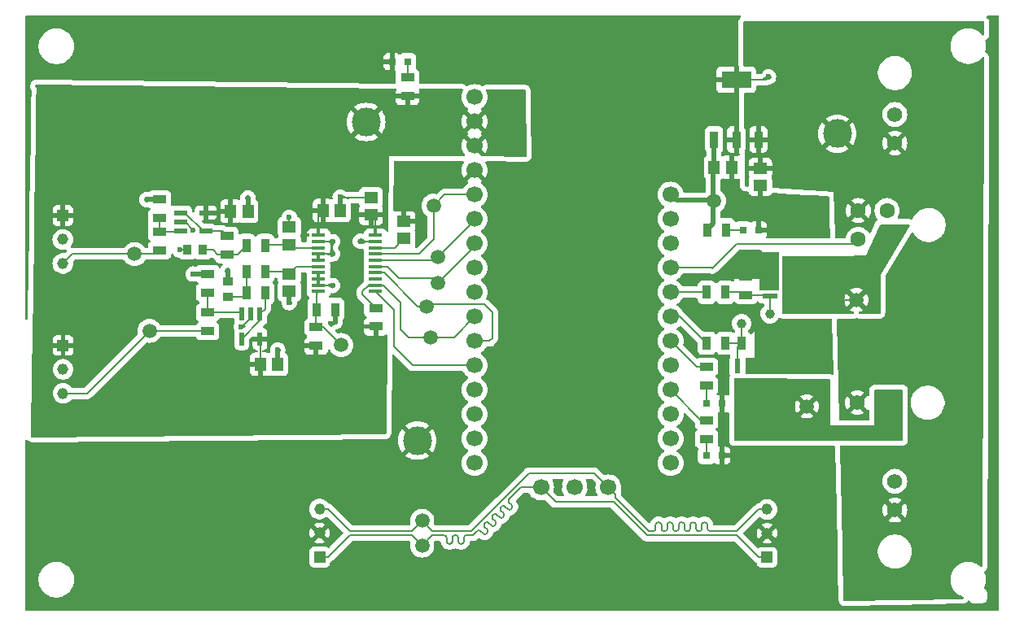
<source format=gbr>
%TF.GenerationSoftware,KiCad,Pcbnew,8.0.6*%
%TF.CreationDate,2025-01-29T18:48:29-08:00*%
%TF.ProjectId,SMV H and S Board,534d5620-4820-4616-9e64-205320426f61,rev?*%
%TF.SameCoordinates,Original*%
%TF.FileFunction,Copper,L1,Top*%
%TF.FilePolarity,Positive*%
%FSLAX46Y46*%
G04 Gerber Fmt 4.6, Leading zero omitted, Abs format (unit mm)*
G04 Created by KiCad (PCBNEW 8.0.6) date 2025-01-29 18:48:29*
%MOMM*%
%LPD*%
G01*
G04 APERTURE LIST*
%TA.AperFunction,Conductor*%
%ADD10C,0.000000*%
%TD*%
%TA.AperFunction,Conductor*%
%ADD11C,0.200000*%
%TD*%
%TA.AperFunction,SMDPad,CuDef*%
%ADD12C,1.000000*%
%TD*%
%TA.AperFunction,SMDPad,CuDef*%
%ADD13R,1.150000X1.450000*%
%TD*%
%TA.AperFunction,SMDPad,CuDef*%
%ADD14R,1.420000X0.890000*%
%TD*%
%TA.AperFunction,SMDPad,CuDef*%
%ADD15R,0.890000X1.420000*%
%TD*%
%TA.AperFunction,SMDPad,CuDef*%
%ADD16R,0.558800X1.549400*%
%TD*%
%TA.AperFunction,SMDPad,CuDef*%
%ADD17R,4.470400X4.800600*%
%TD*%
%TA.AperFunction,SMDPad,CuDef*%
%ADD18C,1.500000*%
%TD*%
%TA.AperFunction,SMDPad,CuDef*%
%ADD19R,0.990600X0.914400*%
%TD*%
%TA.AperFunction,SMDPad,CuDef*%
%ADD20R,1.450000X1.150000*%
%TD*%
%TA.AperFunction,ComponentPad*%
%ADD21C,1.700000*%
%TD*%
%TA.AperFunction,SMDPad,CuDef*%
%ADD22C,3.000000*%
%TD*%
%TA.AperFunction,SMDPad,CuDef*%
%ADD23R,0.800000X0.800000*%
%TD*%
%TA.AperFunction,ComponentPad*%
%ADD24R,1.150000X1.150000*%
%TD*%
%TA.AperFunction,ComponentPad*%
%ADD25C,1.150000*%
%TD*%
%TA.AperFunction,SMDPad,CuDef*%
%ADD26R,1.320800X0.508000*%
%TD*%
%TA.AperFunction,SMDPad,CuDef*%
%ADD27R,0.508000X1.320800*%
%TD*%
%TA.AperFunction,ComponentPad*%
%ADD28C,1.574800*%
%TD*%
%TA.AperFunction,SMDPad,CuDef*%
%ADD29R,1.549400X0.558800*%
%TD*%
%TA.AperFunction,SMDPad,CuDef*%
%ADD30R,4.800600X4.470400*%
%TD*%
%TA.AperFunction,SMDPad,CuDef*%
%ADD31R,0.914400X0.990600*%
%TD*%
%TA.AperFunction,ComponentPad*%
%ADD32C,1.605000*%
%TD*%
%TA.AperFunction,SMDPad,CuDef*%
%ADD33R,1.409700X0.355600*%
%TD*%
%TA.AperFunction,SMDPad,CuDef*%
%ADD34R,0.889000X1.765300*%
%TD*%
%TA.AperFunction,SMDPad,CuDef*%
%ADD35R,3.149600X1.765300*%
%TD*%
%TA.AperFunction,ViaPad*%
%ADD36C,0.600000*%
%TD*%
%TA.AperFunction,Conductor*%
%ADD37C,0.500000*%
%TD*%
G04 APERTURE END LIST*
D10*
%TA.AperFunction,Conductor*%
%TO.N,/Drain2*%
G36*
X172275000Y-66950000D02*
G01*
X166750000Y-66950000D01*
X166750000Y-60450000D01*
X172275000Y-60450000D01*
X172275000Y-66950000D01*
G37*
%TD.AperFunction*%
D11*
%TO.N,/Drain1*%
X182000000Y-49500000D02*
X179750000Y-49500000D01*
X182000000Y-44500000D01*
X185000000Y-44500000D01*
X182000000Y-49500000D01*
%TA.AperFunction,Conductor*%
G36*
X182000000Y-49500000D02*
G01*
X179750000Y-49500000D01*
X182000000Y-44500000D01*
X185000000Y-44500000D01*
X182000000Y-49500000D01*
G37*
%TD.AperFunction*%
D10*
%TA.AperFunction,Conductor*%
%TO.N,GND*%
G36*
X171400000Y-49800000D02*
G01*
X171400000Y-51300000D01*
X169400000Y-51300000D01*
X169400000Y-50500000D01*
X169400000Y-50100000D01*
X163900000Y-50100000D01*
X163900000Y-49600000D01*
X165000000Y-49600000D01*
X167200000Y-47300000D01*
X171400000Y-47300000D01*
X171400000Y-49800000D01*
G37*
%TD.AperFunction*%
%TA.AperFunction,Conductor*%
%TO.N,/Drain1*%
G36*
X182000000Y-49500000D02*
G01*
X176000000Y-49400000D01*
X176100000Y-47800000D01*
X182300000Y-47600000D01*
X182000000Y-49500000D01*
G37*
%TD.AperFunction*%
%TA.AperFunction,Conductor*%
G36*
X178225000Y-53500000D02*
G01*
X171750000Y-53500000D01*
X171750000Y-47750000D01*
X178225000Y-47750000D01*
X178225000Y-53500000D01*
G37*
%TD.AperFunction*%
%TA.AperFunction,Conductor*%
%TO.N,GND*%
G36*
X171400000Y-56600000D02*
G01*
X176900000Y-56600000D01*
X176900000Y-60000000D01*
X168000000Y-60000000D01*
X168000000Y-58300000D01*
X168900000Y-58300000D01*
X168900000Y-55400000D01*
X171400000Y-55400000D01*
X171400000Y-56600000D01*
G37*
%TD.AperFunction*%
D11*
%TO.N,/Drain2*%
X184250000Y-66850000D02*
X171950000Y-66850000D01*
X171950000Y-65450000D01*
X181450000Y-65450000D01*
X181450000Y-61700000D01*
X184250000Y-61700000D01*
X184250000Y-66850000D01*
%TA.AperFunction,Conductor*%
G36*
X184250000Y-66850000D02*
G01*
X171950000Y-66850000D01*
X171950000Y-65450000D01*
X181450000Y-65450000D01*
X181450000Y-61700000D01*
X184250000Y-61700000D01*
X184250000Y-66850000D01*
G37*
%TD.AperFunction*%
%TD*%
D12*
%TO.P,G2,1,1*%
%TO.N,Net-(Q2-Pad4)*%
X167550000Y-54775000D03*
%TD*%
D13*
%TO.P,C4,1*%
%TO.N,+3V3*%
X124002750Y-43000000D03*
%TO.P,C4,2*%
%TO.N,GND*%
X125802750Y-43000000D03*
%TD*%
D14*
%TO.P,R10,1*%
%TO.N,/HS2*%
X112002750Y-51545001D03*
%TO.P,R10,2*%
%TO.N,GND*%
X112002750Y-49605001D03*
%TD*%
D15*
%TO.P,R15,1*%
%TO.N,/D12*%
X163910000Y-51500000D03*
%TO.P,R15,2*%
%TO.N,Net-(Q1-Pad4)*%
X165850000Y-51500000D03*
%TD*%
D16*
%TO.P,Q2,1,1*%
%TO.N,GND*%
X170905000Y-59200000D03*
%TO.P,Q2,2,2*%
X169635000Y-59200000D03*
%TO.P,Q2,3,3*%
X168365000Y-59200000D03*
%TO.P,Q2,4,4*%
%TO.N,Net-(Q2-Pad4)*%
X167095000Y-59200000D03*
D17*
%TO.P,Q2,5,5*%
%TO.N,/Drain2*%
X169000000Y-62933800D03*
%TD*%
D18*
%TO.P,D2,1,1*%
%TO.N,/Drain2*%
X174350000Y-63375000D03*
%TD*%
D19*
%TO.P,C11,1*%
%TO.N,GND*%
X114100000Y-50399900D03*
%TO.P,C11,2*%
%TO.N,/ADC_IN2*%
X114100000Y-52000100D03*
%TD*%
D18*
%TO.P,MOSI,1,1*%
%TO.N,/MOSI*%
X136000000Y-47800000D03*
%TD*%
D20*
%TO.P,C2,1*%
%TO.N,GND*%
X120502750Y-44725002D03*
%TO.P,C2,2*%
%TO.N,Net-(U1-AIN0P)*%
X120502750Y-46525002D03*
%TD*%
D21*
%TO.P,RP1,1,VBAT*%
%TO.N,+5V*%
X160160000Y-41340000D03*
%TO.P,RP1,2,EN*%
%TO.N,unconnected-(RP1-EN-Pad2)*%
X160160000Y-43880000D03*
%TO.P,RP1,3,VBUS*%
%TO.N,unconnected-(RP1-VBUS-Pad3)*%
X160160000Y-46420000D03*
%TO.P,RP1,4,D13*%
%TO.N,/D13*%
X160160000Y-48960000D03*
%TO.P,RP1,5,D12*%
%TO.N,/D12*%
X160160000Y-51500000D03*
%TO.P,RP1,6,D11*%
%TO.N,/D11*%
X160160000Y-54040000D03*
%TO.P,RP1,7,D10*%
%TO.N,Net-(RP1-D10)*%
X160160000Y-56580000D03*
%TO.P,RP1,8,D9*%
%TO.N,unconnected-(RP1-D9-Pad8)*%
X160160000Y-59120000D03*
%TO.P,RP1,9,D6*%
%TO.N,Net-(RP1-D6)*%
X160160000Y-61660000D03*
%TO.P,RP1,10,D5*%
%TO.N,unconnected-(RP1-D5-Pad10)*%
X160160000Y-64200000D03*
%TO.P,RP1,11,SCL*%
%TO.N,unconnected-(RP1-SCL-Pad11)*%
X160160000Y-66740000D03*
%TO.P,RP1,12,SDA*%
%TO.N,unconnected-(RP1-SDA-Pad12)*%
X160160000Y-69280000D03*
%TO.P,RP1,13,D4*%
%TO.N,unconnected-(RP1-D4-Pad13)*%
X139776500Y-69280000D03*
%TO.P,RP1,14,TX*%
%TO.N,unconnected-(RP1-TX-Pad14)*%
X139776500Y-66740000D03*
%TO.P,RP1,15,RX*%
%TO.N,unconnected-(RP1-RX-Pad15)*%
X139776500Y-64200000D03*
%TO.P,RP1,16,MISO*%
%TO.N,unconnected-(RP1-MISO-Pad16)*%
X139776500Y-61660000D03*
%TO.P,RP1,17,MOSI*%
%TO.N,/GPIO_RESET*%
X139776500Y-59120000D03*
%TO.P,RP1,18,SCK*%
%TO.N,/SCLK*%
X139776500Y-56580000D03*
%TO.P,RP1,19,D25*%
%TO.N,/CS*%
X139776500Y-54040000D03*
%TO.P,RP1,20,D24*%
%TO.N,unconnected-(RP1-D24-Pad20)*%
X139776500Y-51500000D03*
%TO.P,RP1,21,A3*%
%TO.N,unconnected-(RP1-A3-Pad21)*%
X139776500Y-48960000D03*
%TO.P,RP1,22,A2*%
%TO.N,/MISO*%
X139776500Y-46420000D03*
%TO.P,RP1,23,A1*%
%TO.N,/MOSI*%
X139776500Y-43880000D03*
%TO.P,RP1,24,A0*%
%TO.N,/GPIO_CLKIN*%
X139776500Y-41340000D03*
%TO.P,RP1,25,GND*%
%TO.N,GND*%
X139776500Y-38800000D03*
%TO.P,RP1,26,3.3V*%
%TO.N,+3V3*%
X139776500Y-36260000D03*
%TO.P,RP1,27,3.3V*%
X139776500Y-33720000D03*
%TO.P,RP1,28,RESET*%
%TO.N,unconnected-(RP1-RESET-Pad28)*%
X139776500Y-31180000D03*
%TO.P,RP1,29,CAN_L*%
%TO.N,/CAN_N*%
X153690500Y-71820000D03*
%TO.P,RP1,30,GND*%
%TO.N,GND*%
X150190500Y-71820000D03*
%TO.P,RP1,31,CAN_H*%
%TO.N,/CAN_P*%
X146690500Y-71820000D03*
%TD*%
D12*
%TO.P,G1,1,1*%
%TO.N,Net-(Q1-Pad4)*%
X170500000Y-53750000D03*
%TD*%
D22*
%TO.P,TP1,1,1*%
%TO.N,+12V*%
X177500000Y-35000000D03*
%TD*%
D14*
%TO.P,R8,1*%
%TO.N,Net-(J4-Pad3)*%
X112002750Y-55545001D03*
%TO.P,R8,2*%
%TO.N,/HS2*%
X112002750Y-53605001D03*
%TD*%
%TO.P,R7,1*%
%TO.N,/CS*%
X129500000Y-53130000D03*
%TO.P,R7,2*%
%TO.N,+3V3*%
X129500000Y-55070000D03*
%TD*%
D20*
%TO.P,C9,1*%
%TO.N,+3V3*%
X129002750Y-43425002D03*
%TO.P,C9,2*%
%TO.N,GND*%
X129002750Y-41625002D03*
%TD*%
D14*
%TO.P,R9,1*%
%TO.N,Net-(D2-Pad2)*%
X132800000Y-29130000D03*
%TO.P,R9,2*%
%TO.N,+3V3*%
X132800000Y-31070000D03*
%TD*%
D15*
%TO.P,R18,1*%
%TO.N,GND*%
X169500000Y-56800000D03*
%TO.P,R18,2*%
%TO.N,Net-(Q2-Pad4)*%
X167560000Y-56800000D03*
%TD*%
D20*
%TO.P,C3,1*%
%TO.N,Net-(U1-AIN1P)*%
X120502750Y-49575001D03*
%TO.P,C3,2*%
%TO.N,GND*%
X120502750Y-51375001D03*
%TD*%
D18*
%TO.P,TP5,1,1*%
%TO.N,+5V*%
X164700000Y-42000000D03*
%TD*%
D23*
%TO.P,D2,1*%
%TO.N,GND*%
X131200000Y-27500000D03*
%TO.P,D2,2*%
%TO.N,Net-(D2-Pad2)*%
X132800000Y-27500000D03*
%TD*%
D14*
%TO.P,R5,1*%
%TO.N,/ADC_IN1*%
X114002750Y-47545001D03*
%TO.P,R5,2*%
%TO.N,/FB*%
X114002750Y-45605001D03*
%TD*%
D15*
%TO.P,R16,1*%
%TO.N,/D11*%
X163910000Y-56800000D03*
%TO.P,R16,2*%
%TO.N,Net-(Q2-Pad4)*%
X165850000Y-56800000D03*
%TD*%
D14*
%TO.P,R3,1*%
%TO.N,+3V3*%
X123300000Y-57070000D03*
%TO.P,R3,2*%
%TO.N,Net-(U1-AIN3P)*%
X123300000Y-55130000D03*
%TD*%
D24*
%TO.P,Brake Pedal,1,1*%
%TO.N,+3V3*%
X96950002Y-43504010D03*
D25*
%TO.P,Brake Pedal,2,2*%
%TO.N,GND*%
X96950002Y-46004010D03*
%TO.P,Brake Pedal,3,3*%
%TO.N,Net-(J5-Pad3)*%
X96950002Y-48504010D03*
%TD*%
D18*
%TO.P,H1,1,1*%
%TO.N,Net-(J4-Pad3)*%
X105972749Y-55525002D03*
%TD*%
D14*
%TO.P,R17,1*%
%TO.N,Net-(Q1-Pad4)*%
X168000000Y-51770000D03*
%TO.P,R17,2*%
%TO.N,GND*%
X168000000Y-49830000D03*
%TD*%
D18*
%TO.P,Test,1,1*%
%TO.N,Net-(U1-AIN3P)*%
X125900000Y-57000000D03*
%TD*%
%TO.P,H2,1,1*%
%TO.N,Net-(J5-Pad3)*%
X104402750Y-47525002D03*
%TD*%
D26*
%TO.P,U3,1,VOUT*%
%TO.N,/FB*%
X109207551Y-43225001D03*
%TO.P,U3,2,VSS*%
%TO.N,GND*%
X109207551Y-44175002D03*
%TO.P,U3,3,VIN+*%
%TO.N,/HS1*%
X109207551Y-45125003D03*
%TO.P,U3,4,VIN-*%
%TO.N,/FB*%
X111797949Y-45125003D03*
%TO.P,U3,5,VDD*%
%TO.N,+3V3*%
X111797949Y-43225001D03*
%TD*%
D18*
%TO.P,CAN_N1,1,1*%
%TO.N,/CAN_N*%
X134327253Y-75295990D03*
%TD*%
D24*
%TO.P,CAN,1,1*%
%TO.N,/CAN_P*%
X170200000Y-79100000D03*
D25*
%TO.P,CAN,2,2*%
%TO.N,GND*%
X170200000Y-76600000D03*
%TO.P,CAN,3,3*%
%TO.N,/CAN_N*%
X170200000Y-74100000D03*
%TD*%
D24*
%TO.P,Gas Pedal,1,1*%
%TO.N,+3V3*%
X96972749Y-57025002D03*
D25*
%TO.P,Gas Pedal,2,2*%
%TO.N,GND*%
X96972749Y-59525002D03*
%TO.P,Gas Pedal,3,3*%
%TO.N,Net-(J4-Pad3)*%
X96972749Y-62025002D03*
%TD*%
D18*
%TO.P,CAN_P1,1,1*%
%TO.N,/CAN_P*%
X134327253Y-77870990D03*
%TD*%
%TO.P,CS,1,1*%
%TO.N,/CS*%
X135200000Y-56200000D03*
%TD*%
D27*
%TO.P,U4,1,VOUT*%
%TO.N,Net-(U4-VIN-)*%
X117452751Y-53779802D03*
%TO.P,U4,2,VSS*%
%TO.N,GND*%
X116502750Y-53779802D03*
%TO.P,U4,3,VIN+*%
%TO.N,/HS2*%
X115552749Y-53779802D03*
%TO.P,U4,4,VIN-*%
%TO.N,Net-(U4-VIN-)*%
X115552749Y-56370200D03*
%TO.P,U4,5,VDD*%
%TO.N,+3V3*%
X117452751Y-56370200D03*
%TD*%
D15*
%TO.P,R19,1*%
%TO.N,/ADC_IN2*%
X116032750Y-51575001D03*
%TO.P,R19,2*%
%TO.N,Net-(U4-VIN-)*%
X117972750Y-51575001D03*
%TD*%
%TO.P,R2,1*%
%TO.N,Net-(U1-AIN1P)*%
X117972750Y-49375002D03*
%TO.P,R2,2*%
%TO.N,/ADC_IN2*%
X116032750Y-49375002D03*
%TD*%
D14*
%TO.P,R14,1*%
%TO.N,Net-(D4-Pad2)*%
X163900000Y-61220000D03*
%TO.P,R14,2*%
%TO.N,Net-(RP1-D10)*%
X163900000Y-59280000D03*
%TD*%
D28*
%TO.P,Horn,1,1*%
%TO.N,/Drain2*%
X182579998Y-63000000D03*
%TO.P,Horn,2,2*%
%TO.N,+12V*%
X179579999Y-63000000D03*
%TD*%
D29*
%TO.P,Q1,1,1*%
%TO.N,GND*%
X170500000Y-48090000D03*
%TO.P,Q1,2,2*%
X170500000Y-49360000D03*
%TO.P,Q1,3,3*%
X170500000Y-50630000D03*
%TO.P,Q1,4,4*%
%TO.N,Net-(Q1-Pad4)*%
X170500000Y-51900000D03*
D30*
%TO.P,Q1,5,5*%
%TO.N,/Drain1*%
X174233800Y-49995000D03*
%TD*%
D22*
%TO.P,3.3V,1,1*%
%TO.N,+3V3*%
X128500000Y-33775000D03*
%TD*%
D23*
%TO.P,D3,1*%
%TO.N,GND*%
X165500000Y-68500000D03*
%TO.P,D3,2*%
%TO.N,Net-(D3-Pad2)*%
X163900000Y-68500000D03*
%TD*%
D31*
%TO.P,C6,1*%
%TO.N,GND*%
X109899800Y-47075001D03*
%TO.P,C6,2*%
%TO.N,/ADC_IN1*%
X111500000Y-47075001D03*
%TD*%
D15*
%TO.P,R4,1*%
%TO.N,Net-(U1-AIN3P)*%
X123330000Y-53300000D03*
%TO.P,R4,2*%
%TO.N,GND*%
X125270000Y-53300000D03*
%TD*%
D20*
%TO.P,C5,1,1*%
%TO.N,GND*%
X169500000Y-40400000D03*
%TO.P,C5,2,2*%
%TO.N,+12V*%
X169500000Y-38600000D03*
%TD*%
D13*
%TO.P,C10,1*%
%TO.N,+3V3*%
X117500000Y-59000000D03*
%TO.P,C10,2*%
%TO.N,GND*%
X119300000Y-59000000D03*
%TD*%
D23*
%TO.P,D4,1*%
%TO.N,GND*%
X165500000Y-63100000D03*
%TO.P,D4,2*%
%TO.N,Net-(D4-Pad2)*%
X163900000Y-63100000D03*
%TD*%
D15*
%TO.P,R1,1*%
%TO.N,Net-(U1-AIN0P)*%
X117972750Y-46625001D03*
%TO.P,R1,2*%
%TO.N,/ADC_IN1*%
X116032750Y-46625001D03*
%TD*%
D14*
%TO.P,R12,1*%
%TO.N,Net-(D3-Pad2)*%
X163900000Y-66770000D03*
%TO.P,R12,2*%
%TO.N,Net-(RP1-D6)*%
X163900000Y-64830000D03*
%TD*%
D32*
%TO.P,Wipers,1,1*%
%TO.N,unconnected-(J6-Pad1)*%
X182680000Y-43000000D03*
%TO.P,Wipers,2,2*%
%TO.N,/Drain1*%
X182680000Y-46000000D03*
%TO.P,Wipers,3,3*%
%TO.N,+12V*%
X179680000Y-43000000D03*
%TO.P,Wipers,4,4*%
%TO.N,/D13*%
X179680000Y-46000000D03*
%TD*%
D20*
%TO.P,C8,1,1*%
%TO.N,Net-(U1-CAP)*%
X132402750Y-45925002D03*
%TO.P,C8,2,2*%
%TO.N,GND*%
X132402750Y-44125002D03*
%TD*%
D13*
%TO.P,C1,1*%
%TO.N,+3V3*%
X114400000Y-43075001D03*
%TO.P,C1,2*%
%TO.N,GND*%
X116200000Y-43075001D03*
%TD*%
D18*
%TO.P,MISO,1,1*%
%TO.N,/MISO*%
X136000000Y-50500000D03*
%TD*%
D33*
%TO.P,U1,1,AVDD*%
%TO.N,+3V3*%
X123547250Y-45575000D03*
%TO.P,U1,2,AGND*%
%TO.N,GND*%
X123547250Y-46225001D03*
%TO.P,U1,3,AIN0P*%
%TO.N,Net-(U1-AIN0P)*%
X123547250Y-46874999D03*
%TO.P,U1,4,AIN0N*%
%TO.N,GND*%
X123547250Y-47525001D03*
%TO.P,U1,5,AIN1N*%
X123547250Y-48174999D03*
%TO.P,U1,6,AIN1P*%
%TO.N,Net-(U1-AIN1P)*%
X123547250Y-48824998D03*
%TO.P,U1,7,AIN2P*%
%TO.N,GND*%
X123547250Y-49474999D03*
%TO.P,U1,8,AIN2N*%
X123547250Y-50124998D03*
%TO.P,U1,9,AIN3N*%
X123547250Y-50774999D03*
%TO.P,U1,10,AIN3P*%
%TO.N,Net-(U1-AIN3P)*%
X123547250Y-51424998D03*
%TO.P,U1,11,SYNC/RESET*%
%TO.N,/GPIO_RESET*%
X129452750Y-51425000D03*
%TO.P,U1,12,CS*%
%TO.N,/CS*%
X129452750Y-50775002D03*
%TO.P,U1,13,DRDY*%
%TO.N,unconnected-(U1-DRDY-Pad13)*%
X129452750Y-50125001D03*
%TO.P,U1,14,SCLK*%
%TO.N,/SCLK*%
X129452750Y-49475002D03*
%TO.P,U1,15,DOUT*%
%TO.N,/MISO*%
X129452750Y-48825001D03*
%TO.P,U1,16,DIN*%
%TO.N,/MOSI*%
X129452750Y-48175002D03*
%TO.P,U1,17,CLKIN*%
%TO.N,/GPIO_CLKIN*%
X129452750Y-47525001D03*
%TO.P,U1,18,CAP*%
%TO.N,Net-(U1-CAP)*%
X129452750Y-46875002D03*
%TO.P,U1,19,DGND*%
%TO.N,GND*%
X129452750Y-46225001D03*
%TO.P,U1,20,DVDD*%
%TO.N,+3V3*%
X129452750Y-45575002D03*
%TD*%
D23*
%TO.P,D1,1*%
%TO.N,GND*%
X169300000Y-45000000D03*
%TO.P,D1,2*%
%TO.N,Net-(D1-Pad2)*%
X167700000Y-45000000D03*
%TD*%
D34*
%TO.P,U2,1,OUTPUT*%
%TO.N,+5V*%
X164688600Y-35617850D03*
%TO.P,U2,2,GND*%
%TO.N,GND*%
X167000000Y-35617850D03*
%TO.P,U2,3,INPUT*%
%TO.N,+12V*%
X169311400Y-35617850D03*
D35*
%TO.P,U2,4,GND*%
%TO.N,GND*%
X167000000Y-29382150D03*
%TD*%
D28*
%TO.P,Power,1,1*%
%TO.N,GND*%
X183500000Y-32989301D03*
%TO.P,Power,2,2*%
%TO.N,+12V*%
X183500000Y-35989300D03*
%TD*%
D22*
%TO.P,GND,1,1*%
%TO.N,GND*%
X133825000Y-66950000D03*
%TD*%
D24*
%TO.P,CAN,1,1*%
%TO.N,/CAN_P*%
X123649999Y-79070990D03*
D25*
%TO.P,CAN,2,2*%
%TO.N,GND*%
X123649999Y-76570990D03*
%TO.P,CAN,3,3*%
%TO.N,/CAN_N*%
X123649999Y-74070990D03*
%TD*%
D15*
%TO.P,R6,1*%
%TO.N,Net-(D1-Pad2)*%
X165920000Y-45000000D03*
%TO.P,R6,2*%
%TO.N,+5V*%
X163980000Y-45000000D03*
%TD*%
D13*
%TO.P,C7,1,1*%
%TO.N,+5V*%
X164700000Y-38500000D03*
%TO.P,C7,2,2*%
%TO.N,GND*%
X166500000Y-38500000D03*
%TD*%
D18*
%TO.P,SCLK,1,1*%
%TO.N,/SCLK*%
X134750000Y-53000000D03*
%TD*%
%TO.P,CLKIN,1,1*%
%TO.N,/GPIO_CLKIN*%
X135500000Y-42500000D03*
%TD*%
D14*
%TO.P,R13,1*%
%TO.N,/HS1*%
X107002750Y-43795001D03*
%TO.P,R13,2*%
%TO.N,GND*%
X107002750Y-41855001D03*
%TD*%
%TO.P,R11,1*%
%TO.N,/HS1*%
X107002750Y-45205001D03*
%TO.P,R11,2*%
%TO.N,Net-(J5-Pad3)*%
X107002750Y-47145001D03*
%TD*%
D18*
%TO.P,D1,1,1*%
%TO.N,/Drain1*%
X179500000Y-52300000D03*
%TD*%
D28*
%TO.P,Power,1,1*%
%TO.N,+12V*%
X183500000Y-74179998D03*
%TO.P,Power,2,2*%
%TO.N,GND*%
X183500000Y-71179999D03*
%TD*%
D36*
%TO.N,GND*%
X176000000Y-43500000D03*
X172500000Y-82500000D03*
X109100000Y-47100000D03*
X157500000Y-40000000D03*
X110500000Y-49605001D03*
X107500000Y-70000000D03*
X156250000Y-82500000D03*
X172400000Y-57800000D03*
X125802750Y-41600000D03*
X123750000Y-70000000D03*
X170350000Y-29075000D03*
X174300000Y-57800000D03*
X107500000Y-82500000D03*
X115500000Y-55100000D03*
X176100000Y-59100000D03*
X170900000Y-56400000D03*
X169400000Y-49100000D03*
X166500000Y-40000000D03*
X151700000Y-71700000D03*
X167600000Y-49100000D03*
X167600000Y-47800000D03*
X166500000Y-32500000D03*
X131250000Y-25000000D03*
X95500000Y-70000000D03*
X174300000Y-59100000D03*
X171000000Y-45000000D03*
X105000000Y-25000000D03*
X169450000Y-41550000D03*
X125000000Y-46225001D03*
X114100000Y-49300000D03*
X125000000Y-47500000D03*
X123750000Y-82500000D03*
X172425000Y-59075000D03*
X167000000Y-37100000D03*
X145000000Y-65000000D03*
X166600000Y-68500000D03*
X140000000Y-82500000D03*
X157500000Y-52500000D03*
X127900000Y-46200000D03*
X145000000Y-40000000D03*
X119300000Y-57500000D03*
X176100000Y-57800000D03*
X168900000Y-67900000D03*
X145000000Y-52500000D03*
X125000000Y-50800000D03*
X120502750Y-52572250D03*
X165500000Y-62000000D03*
X144375000Y-25000000D03*
X157500000Y-25000000D03*
X120500000Y-43700000D03*
X157500000Y-65000000D03*
X168500000Y-49100000D03*
X125270000Y-54570000D03*
X105700000Y-41855001D03*
X168500000Y-47800000D03*
X120500000Y-25000000D03*
X169417330Y-47776541D03*
X148700000Y-71700000D03*
X116200000Y-41700000D03*
X110500000Y-45000000D03*
%TD*%
D11*
%TO.N,GND*%
X167600000Y-47800000D02*
X167825000Y-47800000D01*
X169500000Y-56800000D02*
X170500000Y-56800000D01*
X167600000Y-47800000D02*
X167700000Y-47800000D01*
X119300000Y-57500000D02*
X119300000Y-59000000D01*
X125000000Y-46225001D02*
X123547250Y-46225001D01*
X120902749Y-44675001D02*
X120952750Y-44725002D01*
X167000000Y-37100000D02*
X167000000Y-35617850D01*
X109124999Y-47075001D02*
X109100000Y-47100000D01*
X105700000Y-41855001D02*
X107002750Y-41855001D01*
X172300000Y-59200000D02*
X172425000Y-59075000D01*
X124974999Y-47525001D02*
X123547250Y-47525001D01*
X169500000Y-41500000D02*
X169500000Y-40400000D01*
X110500000Y-49605001D02*
X112002750Y-49605001D01*
X125827752Y-41625002D02*
X129002750Y-41625002D01*
X167000000Y-29382150D02*
X170042850Y-29382150D01*
X169450000Y-41550000D02*
X169500000Y-41500000D01*
X120502750Y-43702750D02*
X120502750Y-44725002D01*
X125000000Y-47500000D02*
X124974999Y-47525001D01*
X125802750Y-41600000D02*
X125827752Y-41625002D01*
X116200000Y-41700000D02*
X116200000Y-43075001D01*
X114100000Y-50399900D02*
X114100000Y-49300000D01*
X120502750Y-52572250D02*
X120502750Y-51375001D01*
X125000000Y-50800000D02*
X124974999Y-50774999D01*
X170905000Y-59200000D02*
X172300000Y-59200000D01*
X120500000Y-43700000D02*
X120502750Y-43702750D01*
X125802750Y-41600000D02*
X125802750Y-43000000D01*
X120702751Y-51325001D02*
X120902750Y-51125002D01*
X116502750Y-53779802D02*
X116502750Y-54186202D01*
X127925001Y-46225001D02*
X129452750Y-46225001D01*
X109207551Y-44175002D02*
X109675002Y-44175002D01*
X170042850Y-29382150D02*
X170350000Y-29075000D01*
X127900000Y-46200000D02*
X127925001Y-46225001D01*
X165500000Y-63100000D02*
X165500000Y-62000000D01*
X116502750Y-54186202D02*
X115588952Y-55100000D01*
X115588952Y-55100000D02*
X115500000Y-55100000D01*
X165500000Y-68500000D02*
X166600000Y-68500000D01*
X170500000Y-56800000D02*
X170900000Y-56400000D01*
X109675002Y-44175002D02*
X110500000Y-45000000D01*
X125270000Y-54570000D02*
X125270000Y-53300000D01*
X109899800Y-47075001D02*
X109124999Y-47075001D01*
X124974999Y-50774999D02*
X123547250Y-50774999D01*
%TO.N,+3V3*%
X117500000Y-56417449D02*
X117452751Y-56370200D01*
X123547250Y-43455500D02*
X124002750Y-43000000D01*
X139746500Y-33690000D02*
X139776500Y-33720000D01*
X117500000Y-59000000D02*
X117500000Y-56417449D01*
X114250000Y-43225001D02*
X114400000Y-43075001D01*
X129452750Y-43875002D02*
X129002750Y-43425002D01*
X129452750Y-45575002D02*
X129452750Y-43875002D01*
X111797949Y-43225001D02*
X114250000Y-43225001D01*
X123547250Y-45575000D02*
X123547250Y-43455500D01*
D37*
%TO.N,+5V*%
X164600000Y-44380000D02*
X163980000Y-45000000D01*
X164600000Y-41932150D02*
X164600000Y-38600000D01*
X164500000Y-38500000D02*
X164500000Y-38200000D01*
X160752150Y-41932150D02*
X160160000Y-41340000D01*
X164688600Y-38011400D02*
X164688600Y-35617850D01*
X164600000Y-41932150D02*
X160752150Y-41932150D01*
X164600000Y-41932150D02*
X164600000Y-44380000D01*
X164500000Y-38200000D02*
X164688600Y-38011400D01*
X164600000Y-38600000D02*
X164500000Y-38500000D01*
D11*
%TO.N,Net-(D1-Pad2)*%
X165920000Y-45000000D02*
X167700000Y-45000000D01*
%TO.N,Net-(D2-Pad2)*%
X132800000Y-27500000D02*
X132800000Y-29130000D01*
%TO.N,/D11*%
X163910000Y-56800000D02*
X161150000Y-54040000D01*
X161150000Y-54040000D02*
X160160000Y-54040000D01*
X160220000Y-54100000D02*
X160160000Y-54040000D01*
%TO.N,Net-(D3-Pad2)*%
X163900000Y-66770000D02*
X163900000Y-68500000D01*
%TO.N,Net-(J4-Pad3)*%
X105972749Y-55525002D02*
X111982751Y-55525002D01*
X99472749Y-62025002D02*
X105972749Y-55525002D01*
X96972749Y-62025002D02*
X99472749Y-62025002D01*
X111982751Y-55525002D02*
X112002750Y-55545001D01*
%TO.N,/Drain2*%
X169000000Y-62933800D02*
X170133800Y-62933800D01*
%TO.N,Net-(U1-AIN0P)*%
X118072749Y-46525002D02*
X117972750Y-46625001D01*
X120502750Y-46525002D02*
X120852747Y-46874999D01*
X120502750Y-46525002D02*
X118072749Y-46525002D01*
X120852747Y-46874999D02*
X123547250Y-46874999D01*
X120752750Y-46725002D02*
X120952750Y-46525002D01*
%TO.N,Net-(U1-AIN1P)*%
X121252753Y-48824998D02*
X123547250Y-48824998D01*
X117972750Y-49375002D02*
X120302751Y-49375002D01*
X120302751Y-49375002D02*
X120502750Y-49575001D01*
X120502750Y-49575001D02*
X121000000Y-49575001D01*
X120502750Y-49575001D02*
X121252753Y-48824998D01*
%TO.N,Net-(U1-CAP)*%
X129452750Y-46875002D02*
X131452750Y-46875002D01*
X131452750Y-46875002D02*
X132402750Y-45925002D01*
X129502750Y-46825002D02*
X129452750Y-46875002D01*
%TO.N,Net-(Q1-Pad4)*%
X165850000Y-51500000D02*
X167730000Y-51500000D01*
X170500000Y-53750000D02*
X170500000Y-51900000D01*
X167730000Y-51500000D02*
X168000000Y-51770000D01*
X168000000Y-51770000D02*
X170370000Y-51770000D01*
X170370000Y-51770000D02*
X170500000Y-51900000D01*
%TO.N,Net-(Q2-Pad4)*%
X167095000Y-57265000D02*
X167560000Y-56800000D01*
X167550000Y-56790000D02*
X167560000Y-56800000D01*
X167095000Y-59200000D02*
X167095000Y-57265000D01*
X167560000Y-56800000D02*
X165850000Y-56800000D01*
X167550000Y-54775000D02*
X167550000Y-56790000D01*
%TO.N,/CS*%
X130285402Y-50775002D02*
X132100000Y-52589600D01*
X135200000Y-56200000D02*
X137616500Y-56200000D01*
X128100000Y-51402801D02*
X128727799Y-50775002D01*
X128727799Y-50775002D02*
X129452750Y-50775002D01*
X129500000Y-53130000D02*
X128100000Y-51730000D01*
X132100000Y-55350000D02*
X132950000Y-56200000D01*
X137616500Y-56200000D02*
X139776500Y-54040000D01*
X132950000Y-56200000D02*
X135200000Y-56200000D01*
X128100000Y-51730000D02*
X128100000Y-51402801D01*
X129452750Y-50775002D02*
X130285402Y-50775002D01*
X132100000Y-52589600D02*
X132100000Y-55350000D01*
%TO.N,/HS1*%
X109127553Y-45205001D02*
X109207551Y-45125003D01*
X107002750Y-45205001D02*
X107002750Y-43795001D01*
X107002750Y-45205001D02*
X109127553Y-45205001D01*
%TO.N,/HS2*%
X112002750Y-53605001D02*
X115377948Y-53605001D01*
X112002750Y-53605001D02*
X112002750Y-51545001D01*
X115377948Y-53605001D02*
X115552749Y-53779802D01*
%TO.N,/MOSI*%
X136000000Y-47800000D02*
X139776500Y-44023500D01*
X139776500Y-44023500D02*
X139776500Y-43880000D01*
X129452750Y-48175002D02*
X135624998Y-48175002D01*
X135624998Y-48175002D02*
X136000000Y-47800000D01*
%TO.N,/SCLK*%
X133882598Y-53000000D02*
X134750000Y-53000000D01*
X135000000Y-52750000D02*
X135500000Y-52750000D01*
X134750000Y-53000000D02*
X135000000Y-52750000D01*
X130357600Y-49475002D02*
X133882598Y-53000000D01*
X141600000Y-56300000D02*
X141320000Y-56580000D01*
X129452750Y-49475002D02*
X130357600Y-49475002D01*
X135500000Y-52750000D02*
X135520000Y-52770000D01*
X141320000Y-56580000D02*
X139776500Y-56580000D01*
X140770000Y-52770000D02*
X141600000Y-53600000D01*
X141600000Y-53600000D02*
X141600000Y-56300000D01*
X135520000Y-52770000D02*
X140770000Y-52770000D01*
%TO.N,/MISO*%
X139776500Y-46723500D02*
X139776500Y-46420000D01*
X130707599Y-48825001D02*
X131882598Y-50000000D01*
X135500000Y-50000000D02*
X136000000Y-50500000D01*
X129452750Y-48825001D02*
X130707599Y-48825001D01*
X136000000Y-50500000D02*
X139776500Y-46723500D01*
X131882598Y-50000000D02*
X135500000Y-50000000D01*
%TO.N,/CAN_N*%
X160045936Y-75471058D02*
X160165936Y-75471058D01*
X167326540Y-76110959D02*
X169337499Y-74100000D01*
X161005936Y-76135000D02*
X161005936Y-75711058D01*
X154425340Y-72554840D02*
X154425340Y-72909561D01*
X134327253Y-75295990D02*
X135389753Y-76358490D01*
X145406800Y-70350000D02*
X152220500Y-70350000D01*
X132972206Y-76345990D02*
X132984705Y-76358489D01*
X159445936Y-76375000D02*
X159565936Y-76375000D01*
X164245936Y-76375000D02*
X164365936Y-76375000D01*
X161245936Y-75471058D02*
X161365936Y-75471058D01*
X158605936Y-76135000D02*
X158605936Y-75711058D01*
X153690500Y-71820000D02*
X154425340Y-72554840D01*
X157890779Y-76375000D02*
X158365936Y-76375000D01*
X163405936Y-76135000D02*
X163405936Y-75711052D01*
X167062499Y-76375000D02*
X167326540Y-76110959D01*
X160645936Y-76375000D02*
X160765936Y-76375000D01*
X123649999Y-74070990D02*
X124512500Y-74070990D01*
X169337499Y-74100000D02*
X170200000Y-74100000D01*
X164005936Y-75711052D02*
X164005936Y-76135000D01*
X159205936Y-75711058D02*
X159205936Y-76135000D01*
X152220500Y-70350000D02*
X153690500Y-71820000D01*
X132984705Y-76358489D02*
X133264754Y-76358489D01*
X158845936Y-75471058D02*
X158965936Y-75471058D01*
X163645936Y-75471052D02*
X163765936Y-75471052D01*
X160405936Y-75711058D02*
X160405936Y-76135000D01*
X133264754Y-76358489D02*
X134327253Y-75295990D01*
X162445936Y-75471058D02*
X162565936Y-75471058D01*
X159805936Y-76135000D02*
X159805936Y-75711058D01*
X154425340Y-72909561D02*
X157890779Y-76375000D01*
X162805936Y-75711058D02*
X162805936Y-76135000D01*
X135389753Y-76358490D02*
X139398310Y-76358490D01*
X162205936Y-76135000D02*
X162205936Y-75711058D01*
X161605936Y-75711058D02*
X161605936Y-76135000D01*
X164365936Y-76375000D02*
X167062499Y-76375000D01*
X139398310Y-76358490D02*
X145406800Y-70350000D01*
X126787500Y-76345990D02*
X132972206Y-76345990D01*
X124512500Y-74070990D02*
X126787500Y-76345990D01*
X161845936Y-76375000D02*
X161965936Y-76375000D01*
X163045936Y-76375000D02*
X163165936Y-76375000D01*
X161365936Y-75471058D02*
G75*
G02*
X161605942Y-75711058I-36J-240042D01*
G01*
X159805936Y-75711058D02*
G75*
G02*
X160045936Y-75471136I239964J-42D01*
G01*
X158605936Y-75711058D02*
G75*
G02*
X158845936Y-75471136I239964J-42D01*
G01*
X164005936Y-76135000D02*
G75*
G03*
X164245936Y-76374964I239964J0D01*
G01*
X162805936Y-76135000D02*
G75*
G03*
X163045936Y-76374964I239964J0D01*
G01*
X160765936Y-76375000D02*
G75*
G03*
X161005900Y-76135000I-36J240000D01*
G01*
X159205936Y-76135000D02*
G75*
G03*
X159445936Y-76374964I239964J0D01*
G01*
X163405936Y-75711052D02*
G75*
G02*
X163645936Y-75471136I239964J-48D01*
G01*
X162205936Y-75711058D02*
G75*
G02*
X162445936Y-75471136I239964J-42D01*
G01*
X161965936Y-76375000D02*
G75*
G03*
X162205900Y-76135000I-36J240000D01*
G01*
X159565936Y-76375000D02*
G75*
G03*
X159805900Y-76135000I-36J240000D01*
G01*
X158965936Y-75471058D02*
G75*
G02*
X159205942Y-75711058I-36J-240042D01*
G01*
X161605936Y-76135000D02*
G75*
G03*
X161845936Y-76374964I239964J0D01*
G01*
X158365936Y-76375000D02*
G75*
G03*
X158605900Y-76135000I-36J240000D01*
G01*
X163165936Y-76375000D02*
G75*
G03*
X163405900Y-76135000I-36J240000D01*
G01*
X160405936Y-76135000D02*
G75*
G03*
X160645936Y-76374964I239964J0D01*
G01*
X160165936Y-75471058D02*
G75*
G02*
X160405942Y-75711058I-36J-240042D01*
G01*
X162565936Y-75471058D02*
G75*
G02*
X162805942Y-75711058I-36J-240042D01*
G01*
X163765936Y-75471052D02*
G75*
G02*
X164005948Y-75711052I-36J-240048D01*
G01*
X161005936Y-75711058D02*
G75*
G02*
X161245936Y-75471136I239964J-42D01*
G01*
%TO.N,/CAN_P*%
X140892857Y-75500342D02*
X140892858Y-75500342D01*
X141851193Y-75779855D02*
X141936045Y-75695002D01*
X140808002Y-75585194D02*
X140892857Y-75500342D01*
X143438444Y-72954755D02*
X144573200Y-71820000D01*
X170200000Y-79100000D02*
X169337499Y-79100000D01*
X142929327Y-73803284D02*
X143208840Y-74082797D01*
X138068712Y-77048490D02*
X138068712Y-77443782D01*
X154229379Y-73350000D02*
X148220500Y-73350000D01*
X142505060Y-73888136D02*
X142589915Y-73803284D01*
X143353589Y-73039607D02*
X143438444Y-72954755D01*
X142589915Y-73803284D02*
X142589916Y-73803284D01*
X132812501Y-76808491D02*
X133264754Y-76808491D01*
X143548251Y-74082797D02*
X143633103Y-73997944D01*
X140383740Y-76348871D02*
X140663253Y-76628384D01*
X127539894Y-76795990D02*
X132800000Y-76795990D01*
X142699757Y-74931361D02*
X142784609Y-74846508D01*
X157704379Y-76825000D02*
X154229379Y-73350000D01*
X123649999Y-79070990D02*
X124512500Y-79070990D01*
X144573200Y-71820000D02*
X146690500Y-71820000D01*
X141232269Y-75500342D02*
X141511782Y-75779855D01*
X141656531Y-74736665D02*
X141741386Y-74651813D01*
X142080798Y-74651813D02*
X142360346Y-74931361D01*
X141741386Y-74651813D02*
X141741387Y-74651813D01*
X138308712Y-77683782D02*
X138428712Y-77683782D01*
X127065282Y-76795990D02*
X127539894Y-76795990D01*
X124512500Y-79070990D02*
X126787500Y-76795990D01*
X142784609Y-74507096D02*
X142505060Y-74227547D01*
X127041552Y-76795990D02*
X127065282Y-76795990D01*
X139584710Y-76808490D02*
X140044329Y-76348871D01*
X141936045Y-75355590D02*
X141656531Y-75076076D01*
X143633103Y-73658532D02*
X143353589Y-73379018D01*
X135389753Y-76808490D02*
X136628712Y-76808490D01*
X137708712Y-76808490D02*
X137828712Y-76808490D01*
X132800000Y-76795990D02*
X132812501Y-76808491D01*
X148220500Y-73350000D02*
X146690500Y-71820000D01*
X126787500Y-76795990D02*
X127041552Y-76795990D01*
X139028712Y-76808490D02*
X139584710Y-76808490D01*
X137468712Y-77443782D02*
X137468712Y-77048490D01*
X137108712Y-77683782D02*
X137228712Y-77683782D01*
X169337499Y-79100000D02*
X167062499Y-76825000D01*
X141087516Y-76204119D02*
X140808002Y-75924605D01*
X167062499Y-76825000D02*
X157704379Y-76825000D01*
X138668712Y-77443782D02*
X138668712Y-77048490D01*
X141002664Y-76628384D02*
X141087516Y-76543531D01*
X133264754Y-76808491D02*
X134327253Y-77870990D01*
X136868712Y-77048490D02*
X136868712Y-77443782D01*
X134327253Y-77870990D02*
X135389753Y-76808490D01*
X138908712Y-76808490D02*
X139028712Y-76808490D01*
X136628712Y-76808490D02*
G75*
G02*
X136868710Y-77048490I-12J-240010D01*
G01*
X137828712Y-76808490D02*
G75*
G02*
X138068710Y-77048490I-12J-240010D01*
G01*
X142360346Y-74931361D02*
G75*
G03*
X142699757Y-74931362I169706J169707D01*
G01*
X138428712Y-77683782D02*
G75*
G03*
X138668682Y-77443782I-12J239982D01*
G01*
X140663253Y-76628384D02*
G75*
G03*
X141002664Y-76628385I169706J169707D01*
G01*
X141087516Y-76543531D02*
G75*
G03*
X141087541Y-76204094I-169716J169731D01*
G01*
X138068712Y-77443782D02*
G75*
G03*
X138308712Y-77683788I239988J-18D01*
G01*
X136868712Y-77443782D02*
G75*
G03*
X137108712Y-77683788I239988J-18D01*
G01*
X142589916Y-73803284D02*
G75*
G02*
X142929327Y-73803283I169706J-169707D01*
G01*
X137228712Y-77683782D02*
G75*
G03*
X137468682Y-77443782I-12J239982D01*
G01*
X138668712Y-77048490D02*
G75*
G02*
X138908712Y-76808512I239988J-10D01*
G01*
X137468712Y-77048490D02*
G75*
G02*
X137708712Y-76808512I239988J-10D01*
G01*
X140044329Y-76348871D02*
G75*
G02*
X140383740Y-76348870I169706J-169707D01*
G01*
X143208840Y-74082797D02*
G75*
G03*
X143548251Y-74082798I169706J169707D01*
G01*
X141656531Y-75076076D02*
G75*
G02*
X141656560Y-74736695I169669J169676D01*
G01*
X143633103Y-73997944D02*
G75*
G03*
X143633141Y-73658494I-169703J169744D01*
G01*
X142505060Y-74227547D02*
G75*
G02*
X142505018Y-73888095I169740J169747D01*
G01*
X141936045Y-75695002D02*
G75*
G03*
X141936041Y-75355594I-169745J169702D01*
G01*
X140808002Y-75924605D02*
G75*
G02*
X140808002Y-75585195I169698J169705D01*
G01*
X142784609Y-74846508D02*
G75*
G03*
X142784611Y-74507094I-169709J169708D01*
G01*
X141741387Y-74651813D02*
G75*
G02*
X142080798Y-74651812I169706J-169707D01*
G01*
X143353589Y-73379018D02*
G75*
G02*
X143353576Y-73039595I169711J169718D01*
G01*
X141511782Y-75779855D02*
G75*
G03*
X141851193Y-75779855I169705J169707D01*
G01*
X140892858Y-75500342D02*
G75*
G02*
X141232269Y-75500341I169706J-169707D01*
G01*
%TO.N,Net-(J5-Pad3)*%
X104402750Y-47525002D02*
X106622749Y-47525002D01*
X106622749Y-47525002D02*
X107002750Y-47145001D01*
X96950002Y-48504010D02*
X97929010Y-47525002D01*
X97929010Y-47525002D02*
X104402750Y-47525002D01*
X106882751Y-47025002D02*
X107002750Y-47145001D01*
%TO.N,Net-(U1-AIN3P)*%
X123330000Y-51642248D02*
X123547250Y-51424998D01*
X123300000Y-55130000D02*
X123300000Y-53330000D01*
X123330000Y-53300000D02*
X123330000Y-51642248D01*
X123300000Y-53330000D02*
X123330000Y-53300000D01*
X124030000Y-55130000D02*
X125900000Y-57000000D01*
X123300000Y-55130000D02*
X124030000Y-55130000D01*
%TO.N,/Drain1*%
X174750000Y-50625000D02*
X176425000Y-52300000D01*
X176425000Y-52300000D02*
X179500000Y-52300000D01*
%TO.N,/D12*%
X163910000Y-51500000D02*
X160160000Y-51500000D01*
%TO.N,/GPIO_RESET*%
X129452750Y-51425000D02*
X131400000Y-53372250D01*
X131400000Y-53372250D02*
X131400000Y-57150000D01*
X133350000Y-59100000D02*
X139756500Y-59100000D01*
X139756500Y-59100000D02*
X139776500Y-59120000D01*
X131400000Y-57150000D02*
X133350000Y-59100000D01*
%TO.N,/GPIO_CLKIN*%
X135500000Y-46000000D02*
X135500000Y-42500000D01*
X133974999Y-47525001D02*
X135500000Y-46000000D01*
X129452750Y-47525001D02*
X133974999Y-47525001D01*
X136660000Y-41340000D02*
X139776500Y-41340000D01*
X135500000Y-42500000D02*
X136660000Y-41340000D01*
%TO.N,/D13*%
X167000000Y-46500000D02*
X179180000Y-46500000D01*
X179180000Y-46500000D02*
X179680000Y-46000000D01*
X164500000Y-49000000D02*
X167000000Y-46500000D01*
X160160000Y-48960000D02*
X164460000Y-48960000D01*
X164460000Y-48960000D02*
X164500000Y-49000000D01*
%TO.N,/ADC_IN1*%
X115112750Y-47545001D02*
X116032750Y-46625001D01*
X113030000Y-47545001D02*
X112560000Y-47075001D01*
X114002750Y-47545001D02*
X113030000Y-47545001D01*
X111500000Y-47075001D02*
X112560000Y-47075001D01*
X114002750Y-47545001D02*
X115112750Y-47545001D01*
%TO.N,/ADC_IN2*%
X115607651Y-52000100D02*
X116032750Y-51575001D01*
X116032750Y-51575001D02*
X116032750Y-49375002D01*
X114100000Y-52000100D02*
X115607651Y-52000100D01*
%TO.N,Net-(U4-VIN-)*%
X117972750Y-51575001D02*
X117972750Y-53259803D01*
X117452751Y-54470198D02*
X117452751Y-53779802D01*
X115552749Y-56370200D02*
X117452751Y-54470198D01*
X117972750Y-53259803D02*
X117452751Y-53779802D01*
%TO.N,/FB*%
X113522752Y-45125003D02*
X114002750Y-45605001D01*
X109650000Y-43225001D02*
X109207551Y-43225001D01*
X111550002Y-45125003D02*
X109650000Y-43225001D01*
X111797949Y-45125003D02*
X113522752Y-45125003D01*
X111797949Y-45125003D02*
X111550002Y-45125003D01*
%TO.N,Net-(D4-Pad2)*%
X163900000Y-61220000D02*
X163900000Y-63100000D01*
%TO.N,Net-(RP1-D6)*%
X163900000Y-64830000D02*
X163330000Y-64830000D01*
X163330000Y-64830000D02*
X160160000Y-61660000D01*
X160170000Y-61650000D02*
X160160000Y-61660000D01*
%TO.N,Net-(RP1-D10)*%
X163900000Y-59280000D02*
X162860000Y-59280000D01*
X162860000Y-59280000D02*
X160160000Y-56580000D01*
%TD*%
%TA.AperFunction,Conductor*%
%TO.N,/Drain2*%
G36*
X176693039Y-60525185D02*
G01*
X176738794Y-60577989D01*
X176750000Y-60629500D01*
X176750000Y-66826000D01*
X176730315Y-66893039D01*
X176677511Y-66938794D01*
X176626000Y-66950000D01*
X166874000Y-66950000D01*
X166806961Y-66930315D01*
X166761206Y-66877511D01*
X166750000Y-66826000D01*
X166750000Y-65958100D01*
X166769685Y-65891061D01*
X166822489Y-65845306D01*
X166874000Y-65834100D01*
X168750000Y-65834100D01*
X169250000Y-65834100D01*
X171283028Y-65834100D01*
X171283044Y-65834099D01*
X171342572Y-65827698D01*
X171342579Y-65827696D01*
X171477286Y-65777454D01*
X171477293Y-65777450D01*
X171592387Y-65691290D01*
X171592390Y-65691287D01*
X171678550Y-65576193D01*
X171678554Y-65576186D01*
X171728796Y-65441479D01*
X171728798Y-65441472D01*
X171735199Y-65381944D01*
X171735200Y-65381927D01*
X171735200Y-64418124D01*
X173660427Y-64418124D01*
X173722612Y-64461666D01*
X173920840Y-64554101D01*
X173920849Y-64554105D01*
X174132105Y-64610710D01*
X174132115Y-64610712D01*
X174349999Y-64629775D01*
X174350001Y-64629775D01*
X174567884Y-64610712D01*
X174567894Y-64610710D01*
X174779150Y-64554105D01*
X174779164Y-64554100D01*
X174977383Y-64461669D01*
X174977385Y-64461668D01*
X175039571Y-64418124D01*
X174350001Y-63728553D01*
X174350000Y-63728553D01*
X173660427Y-64418124D01*
X171735200Y-64418124D01*
X171735200Y-63374999D01*
X173095225Y-63374999D01*
X173095225Y-63375000D01*
X173114287Y-63592884D01*
X173114289Y-63592894D01*
X173170894Y-63804150D01*
X173170898Y-63804159D01*
X173263333Y-64002387D01*
X173306874Y-64064571D01*
X173996446Y-63375000D01*
X173996445Y-63374999D01*
X174703553Y-63374999D01*
X174703553Y-63375000D01*
X175393124Y-64064570D01*
X175436668Y-64002385D01*
X175436669Y-64002383D01*
X175529100Y-63804164D01*
X175529105Y-63804150D01*
X175585710Y-63592894D01*
X175585712Y-63592884D01*
X175604775Y-63375000D01*
X175604775Y-63374999D01*
X175585712Y-63157115D01*
X175585710Y-63157105D01*
X175529105Y-62945849D01*
X175529101Y-62945840D01*
X175436667Y-62747614D01*
X175436666Y-62747612D01*
X175393124Y-62685428D01*
X175393124Y-62685427D01*
X174703553Y-63374999D01*
X173996445Y-63374999D01*
X173306874Y-62685428D01*
X173263333Y-62747613D01*
X173170898Y-62945840D01*
X173170894Y-62945849D01*
X173114289Y-63157105D01*
X173114287Y-63157115D01*
X173095225Y-63374999D01*
X171735200Y-63374999D01*
X171735200Y-63183800D01*
X169250000Y-63183800D01*
X169250000Y-65834100D01*
X168750000Y-65834100D01*
X168750000Y-62807800D01*
X168769685Y-62740761D01*
X168822489Y-62695006D01*
X168874000Y-62683800D01*
X171735200Y-62683800D01*
X171735200Y-62331874D01*
X173660428Y-62331874D01*
X174350000Y-63021446D01*
X174350001Y-63021446D01*
X175039571Y-62331874D01*
X174977387Y-62288333D01*
X174779159Y-62195898D01*
X174779150Y-62195894D01*
X174567894Y-62139289D01*
X174567884Y-62139287D01*
X174350001Y-62120225D01*
X174349999Y-62120225D01*
X174132115Y-62139287D01*
X174132105Y-62139289D01*
X173920849Y-62195894D01*
X173920840Y-62195898D01*
X173722613Y-62288333D01*
X173660428Y-62331874D01*
X171735200Y-62331874D01*
X171735200Y-60629500D01*
X171754885Y-60562461D01*
X171807689Y-60516706D01*
X171859200Y-60505500D01*
X176626000Y-60505500D01*
X176693039Y-60525185D01*
G37*
%TD.AperFunction*%
%TD*%
%TA.AperFunction,Conductor*%
%TO.N,+12V*%
G36*
X192742626Y-23319685D02*
G01*
X192788381Y-23372489D01*
X192799586Y-23424413D01*
X192795516Y-24647401D01*
X192775609Y-24714374D01*
X192722653Y-24759953D01*
X192653462Y-24769666D01*
X192590003Y-24740430D01*
X192573141Y-24722474D01*
X192519266Y-24652263D01*
X192519260Y-24652256D01*
X192347743Y-24480739D01*
X192347736Y-24480733D01*
X192155293Y-24333067D01*
X192155292Y-24333066D01*
X192155289Y-24333064D01*
X191945212Y-24211776D01*
X191945205Y-24211773D01*
X191721104Y-24118947D01*
X191486785Y-24056161D01*
X191246289Y-24024500D01*
X191246288Y-24024500D01*
X191003712Y-24024500D01*
X191003711Y-24024500D01*
X190763214Y-24056161D01*
X190528895Y-24118947D01*
X190304794Y-24211773D01*
X190304785Y-24211777D01*
X190094706Y-24333067D01*
X189902263Y-24480733D01*
X189902256Y-24480739D01*
X189730739Y-24652256D01*
X189730733Y-24652263D01*
X189583067Y-24844706D01*
X189461777Y-25054785D01*
X189461773Y-25054794D01*
X189368947Y-25278895D01*
X189306161Y-25513214D01*
X189274500Y-25753711D01*
X189274500Y-25996288D01*
X189306161Y-26236785D01*
X189368947Y-26471104D01*
X189461773Y-26695205D01*
X189461776Y-26695212D01*
X189583064Y-26905289D01*
X189583066Y-26905292D01*
X189583067Y-26905293D01*
X189730733Y-27097736D01*
X189730739Y-27097743D01*
X189902256Y-27269260D01*
X189902262Y-27269265D01*
X190094711Y-27416936D01*
X190304788Y-27538224D01*
X190528900Y-27631054D01*
X190763211Y-27693838D01*
X190943586Y-27717584D01*
X191003711Y-27725500D01*
X191003712Y-27725500D01*
X191246289Y-27725500D01*
X191294388Y-27719167D01*
X191486789Y-27693838D01*
X191721100Y-27631054D01*
X191945212Y-27538224D01*
X192155289Y-27416936D01*
X192347738Y-27269265D01*
X192519265Y-27097738D01*
X192564932Y-27038223D01*
X192621359Y-26997020D01*
X192691105Y-26992865D01*
X192752026Y-27027076D01*
X192784779Y-27088793D01*
X192787307Y-27114122D01*
X192611329Y-79995377D01*
X192591422Y-80062350D01*
X192538466Y-80107929D01*
X192469275Y-80117642D01*
X192405816Y-80088406D01*
X192399649Y-80082645D01*
X192347743Y-80030739D01*
X192347736Y-80030733D01*
X192155293Y-79883067D01*
X192155292Y-79883066D01*
X192155289Y-79883064D01*
X191945212Y-79761776D01*
X191851292Y-79722873D01*
X191721104Y-79668947D01*
X191486785Y-79606161D01*
X191246289Y-79574500D01*
X191246288Y-79574500D01*
X191003712Y-79574500D01*
X191003711Y-79574500D01*
X190763214Y-79606161D01*
X190528895Y-79668947D01*
X190304794Y-79761773D01*
X190304785Y-79761777D01*
X190094706Y-79883067D01*
X189902263Y-80030733D01*
X189902256Y-80030739D01*
X189730739Y-80202256D01*
X189730733Y-80202263D01*
X189583067Y-80394706D01*
X189461777Y-80604785D01*
X189461773Y-80604794D01*
X189368947Y-80828895D01*
X189306161Y-81063214D01*
X189274500Y-81303711D01*
X189274500Y-81546288D01*
X189306161Y-81786785D01*
X189368947Y-82021104D01*
X189422536Y-82150478D01*
X189461776Y-82245212D01*
X189583064Y-82455289D01*
X189583066Y-82455292D01*
X189583067Y-82455293D01*
X189730733Y-82647736D01*
X189730739Y-82647743D01*
X189902256Y-82819260D01*
X189902263Y-82819266D01*
X189961861Y-82864997D01*
X190094711Y-82966936D01*
X190304788Y-83088224D01*
X190454196Y-83150110D01*
X190528897Y-83181053D01*
X190528898Y-83181053D01*
X190528900Y-83181054D01*
X190569356Y-83191894D01*
X190629017Y-83228259D01*
X190659546Y-83291106D01*
X190651251Y-83360482D01*
X190606766Y-83414359D01*
X190540214Y-83435634D01*
X190539408Y-83435650D01*
X178273218Y-83647868D01*
X178205848Y-83629347D01*
X178159187Y-83577342D01*
X178147108Y-83526801D01*
X178026377Y-78383685D01*
X181725500Y-78383685D01*
X181725500Y-78616314D01*
X181749115Y-78795680D01*
X181755863Y-78846930D01*
X181785965Y-78959274D01*
X181816068Y-79071620D01*
X181905083Y-79286521D01*
X181905088Y-79286532D01*
X182021387Y-79487966D01*
X182021398Y-79487982D01*
X182162996Y-79672517D01*
X182163002Y-79672524D01*
X182327475Y-79836997D01*
X182327481Y-79837002D01*
X182512026Y-79978608D01*
X182512033Y-79978612D01*
X182713467Y-80094911D01*
X182713472Y-80094913D01*
X182713475Y-80094915D01*
X182744894Y-80107929D01*
X182928379Y-80183931D01*
X182928380Y-80183931D01*
X182928382Y-80183932D01*
X183153070Y-80244137D01*
X183383693Y-80274500D01*
X183383700Y-80274500D01*
X183616300Y-80274500D01*
X183616307Y-80274500D01*
X183846930Y-80244137D01*
X184071618Y-80183932D01*
X184286525Y-80094915D01*
X184487974Y-79978608D01*
X184672519Y-79837002D01*
X184837002Y-79672519D01*
X184978608Y-79487974D01*
X185094915Y-79286525D01*
X185183932Y-79071618D01*
X185244137Y-78846930D01*
X185274500Y-78616307D01*
X185274500Y-78383693D01*
X185244137Y-78153070D01*
X185183932Y-77928382D01*
X185094915Y-77713475D01*
X185094913Y-77713472D01*
X185094911Y-77713467D01*
X184978612Y-77512033D01*
X184978608Y-77512026D01*
X184937833Y-77458887D01*
X184837003Y-77327482D01*
X184836997Y-77327475D01*
X184672524Y-77163002D01*
X184672517Y-77162996D01*
X184487982Y-77021398D01*
X184487980Y-77021396D01*
X184487974Y-77021392D01*
X184487969Y-77021389D01*
X184487966Y-77021387D01*
X184286532Y-76905088D01*
X184286521Y-76905083D01*
X184071620Y-76816068D01*
X183959274Y-76785965D01*
X183846930Y-76755863D01*
X183795680Y-76749115D01*
X183616314Y-76725500D01*
X183616307Y-76725500D01*
X183383693Y-76725500D01*
X183383685Y-76725500D01*
X183178694Y-76752489D01*
X183153070Y-76755863D01*
X183096898Y-76770914D01*
X182928379Y-76816068D01*
X182713478Y-76905083D01*
X182713467Y-76905088D01*
X182512033Y-77021387D01*
X182512017Y-77021398D01*
X182327482Y-77162996D01*
X182327475Y-77163002D01*
X182163002Y-77327475D01*
X182162996Y-77327482D01*
X182021398Y-77512017D01*
X182021387Y-77512033D01*
X181905088Y-77713467D01*
X181905083Y-77713478D01*
X181816068Y-77928379D01*
X181755863Y-78153071D01*
X181725500Y-78383685D01*
X178026377Y-78383685D01*
X177927699Y-74179996D01*
X182207682Y-74179996D01*
X182207682Y-74179999D01*
X182227314Y-74404401D01*
X182227316Y-74404412D01*
X182285615Y-74621989D01*
X182285618Y-74621998D01*
X182380819Y-74826155D01*
X182380820Y-74826157D01*
X182430020Y-74896422D01*
X182430021Y-74896423D01*
X182989765Y-74336678D01*
X183002950Y-74385883D01*
X183073174Y-74507513D01*
X183172485Y-74606824D01*
X183294115Y-74677048D01*
X183343318Y-74690231D01*
X182783573Y-75249976D01*
X182853840Y-75299177D01*
X182853842Y-75299178D01*
X183057999Y-75394379D01*
X183058008Y-75394382D01*
X183275585Y-75452681D01*
X183275596Y-75452683D01*
X183499998Y-75472316D01*
X183500002Y-75472316D01*
X183724403Y-75452683D01*
X183724414Y-75452681D01*
X183941991Y-75394382D01*
X183942000Y-75394378D01*
X184146156Y-75299179D01*
X184216425Y-75249976D01*
X183656681Y-74690231D01*
X183705885Y-74677048D01*
X183827515Y-74606824D01*
X183926826Y-74507513D01*
X183997050Y-74385883D01*
X184010233Y-74336678D01*
X184569978Y-74896423D01*
X184619181Y-74826154D01*
X184714380Y-74621998D01*
X184714384Y-74621989D01*
X184772683Y-74404412D01*
X184772685Y-74404401D01*
X184792318Y-74179999D01*
X184792318Y-74179996D01*
X184772685Y-73955594D01*
X184772683Y-73955583D01*
X184714384Y-73738006D01*
X184714381Y-73737997D01*
X184619180Y-73533840D01*
X184619179Y-73533838D01*
X184569978Y-73463572D01*
X184569978Y-73463571D01*
X184010233Y-74023316D01*
X183997050Y-73974113D01*
X183926826Y-73852483D01*
X183827515Y-73753172D01*
X183705885Y-73682948D01*
X183656680Y-73669763D01*
X184216425Y-73110019D01*
X184216424Y-73110018D01*
X184146159Y-73060818D01*
X184146157Y-73060817D01*
X183942000Y-72965616D01*
X183941991Y-72965613D01*
X183724414Y-72907314D01*
X183724403Y-72907312D01*
X183500002Y-72887680D01*
X183499998Y-72887680D01*
X183275596Y-72907312D01*
X183275585Y-72907314D01*
X183058008Y-72965613D01*
X183057999Y-72965616D01*
X182853838Y-73060819D01*
X182783573Y-73110017D01*
X183343319Y-73669763D01*
X183294115Y-73682948D01*
X183172485Y-73753172D01*
X183073174Y-73852483D01*
X183002950Y-73974113D01*
X182989765Y-74023317D01*
X182430019Y-73463571D01*
X182380821Y-73533836D01*
X182285618Y-73737997D01*
X182285615Y-73738006D01*
X182227316Y-73955583D01*
X182227314Y-73955594D01*
X182207682Y-74179996D01*
X177927699Y-74179996D01*
X177857276Y-71179998D01*
X182207180Y-71179998D01*
X182207180Y-71179999D01*
X182226820Y-71404490D01*
X182226821Y-71404497D01*
X182285145Y-71622164D01*
X182285149Y-71622175D01*
X182380382Y-71826403D01*
X182380385Y-71826409D01*
X182509643Y-72011010D01*
X182668988Y-72170355D01*
X182668991Y-72170357D01*
X182853590Y-72299614D01*
X182967262Y-72352619D01*
X183057823Y-72394849D01*
X183057825Y-72394849D01*
X183057830Y-72394852D01*
X183275504Y-72453178D01*
X183455100Y-72468890D01*
X183499999Y-72472819D01*
X183500000Y-72472819D01*
X183500001Y-72472819D01*
X183537416Y-72469545D01*
X183724496Y-72453178D01*
X183942170Y-72394852D01*
X184146410Y-72299614D01*
X184331009Y-72170357D01*
X184490358Y-72011008D01*
X184619615Y-71826409D01*
X184714853Y-71622169D01*
X184773179Y-71404495D01*
X184792820Y-71179999D01*
X184773179Y-70955503D01*
X184714853Y-70737829D01*
X184619615Y-70533589D01*
X184490358Y-70348990D01*
X184490356Y-70348987D01*
X184331011Y-70189642D01*
X184146410Y-70060384D01*
X184146404Y-70060381D01*
X183942176Y-69965148D01*
X183942165Y-69965144D01*
X183724498Y-69906820D01*
X183724491Y-69906819D01*
X183500001Y-69887179D01*
X183499999Y-69887179D01*
X183275508Y-69906819D01*
X183275501Y-69906820D01*
X183057834Y-69965144D01*
X183057823Y-69965148D01*
X182853595Y-70060381D01*
X182853589Y-70060384D01*
X182668988Y-70189642D01*
X182509643Y-70348987D01*
X182380385Y-70533588D01*
X182380382Y-70533594D01*
X182285149Y-70737822D01*
X182285145Y-70737833D01*
X182226821Y-70955500D01*
X182226820Y-70955507D01*
X182207180Y-71179998D01*
X177857276Y-71179998D01*
X177772826Y-67582408D01*
X177790932Y-67514927D01*
X177842648Y-67467946D01*
X177896792Y-67455500D01*
X184249993Y-67455500D01*
X184250000Y-67455500D01*
X184406715Y-67434868D01*
X184552750Y-67374378D01*
X184678153Y-67278153D01*
X184774378Y-67152750D01*
X184834868Y-67006715D01*
X184855500Y-66850000D01*
X184855500Y-62883685D01*
X185125500Y-62883685D01*
X185125500Y-63116314D01*
X185139733Y-63224414D01*
X185155863Y-63346930D01*
X185177271Y-63426826D01*
X185216068Y-63571620D01*
X185305083Y-63786521D01*
X185305088Y-63786532D01*
X185421387Y-63987966D01*
X185421398Y-63987982D01*
X185562996Y-64172517D01*
X185563002Y-64172524D01*
X185727475Y-64336997D01*
X185727481Y-64337002D01*
X185912026Y-64478608D01*
X185912033Y-64478612D01*
X186113467Y-64594911D01*
X186113472Y-64594913D01*
X186113475Y-64594915D01*
X186152808Y-64611207D01*
X186328379Y-64683931D01*
X186328380Y-64683931D01*
X186328382Y-64683932D01*
X186553070Y-64744137D01*
X186783693Y-64774500D01*
X186783700Y-64774500D01*
X187016300Y-64774500D01*
X187016307Y-64774500D01*
X187246930Y-64744137D01*
X187471618Y-64683932D01*
X187686525Y-64594915D01*
X187887974Y-64478608D01*
X188072519Y-64337002D01*
X188237002Y-64172519D01*
X188378608Y-63987974D01*
X188494915Y-63786525D01*
X188583932Y-63571618D01*
X188644137Y-63346930D01*
X188674500Y-63116307D01*
X188674500Y-62883693D01*
X188644137Y-62653070D01*
X188583932Y-62428382D01*
X188494915Y-62213475D01*
X188494913Y-62213472D01*
X188494911Y-62213467D01*
X188378612Y-62012033D01*
X188378608Y-62012026D01*
X188237002Y-61827481D01*
X188236997Y-61827475D01*
X188072524Y-61663002D01*
X188072517Y-61662996D01*
X187887982Y-61521398D01*
X187887980Y-61521396D01*
X187887974Y-61521392D01*
X187887969Y-61521389D01*
X187887966Y-61521387D01*
X187686532Y-61405088D01*
X187686521Y-61405083D01*
X187471620Y-61316068D01*
X187359274Y-61285965D01*
X187246930Y-61255863D01*
X187195680Y-61249115D01*
X187016314Y-61225500D01*
X187016307Y-61225500D01*
X186783693Y-61225500D01*
X186783685Y-61225500D01*
X186578694Y-61252489D01*
X186553070Y-61255863D01*
X186496898Y-61270914D01*
X186328379Y-61316068D01*
X186113478Y-61405083D01*
X186113467Y-61405088D01*
X185912033Y-61521387D01*
X185912017Y-61521398D01*
X185727482Y-61662996D01*
X185727475Y-61663002D01*
X185563002Y-61827475D01*
X185562996Y-61827482D01*
X185421398Y-62012017D01*
X185421387Y-62012033D01*
X185305088Y-62213467D01*
X185305083Y-62213478D01*
X185216068Y-62428379D01*
X185155863Y-62653071D01*
X185125500Y-62883685D01*
X184855500Y-62883685D01*
X184855500Y-61700000D01*
X184834868Y-61543285D01*
X184777625Y-61405088D01*
X184774379Y-61397252D01*
X184774378Y-61397251D01*
X184774378Y-61397250D01*
X184678153Y-61271847D01*
X184552750Y-61175622D01*
X184552749Y-61175621D01*
X184552747Y-61175620D01*
X184458344Y-61136517D01*
X184406715Y-61115132D01*
X184387125Y-61112553D01*
X184250007Y-61094500D01*
X184250000Y-61094500D01*
X181450000Y-61094500D01*
X181449992Y-61094500D01*
X181293285Y-61115132D01*
X181293284Y-61115132D01*
X181147252Y-61175620D01*
X181021847Y-61271847D01*
X180925620Y-61397252D01*
X180865132Y-61543284D01*
X180865132Y-61543285D01*
X180844500Y-61699992D01*
X180844500Y-62168102D01*
X180824815Y-62235141D01*
X180772011Y-62280896D01*
X180702853Y-62290840D01*
X180695703Y-62287574D01*
X180649977Y-62283573D01*
X180090232Y-62843318D01*
X180077049Y-62794115D01*
X180006825Y-62672485D01*
X179907514Y-62573174D01*
X179785884Y-62502950D01*
X179736679Y-62489765D01*
X180296424Y-61930021D01*
X180296423Y-61930020D01*
X180226158Y-61880820D01*
X180226156Y-61880819D01*
X180021999Y-61785618D01*
X180021990Y-61785615D01*
X179804413Y-61727316D01*
X179804402Y-61727314D01*
X179580001Y-61707682D01*
X179579997Y-61707682D01*
X179355595Y-61727314D01*
X179355584Y-61727316D01*
X179138007Y-61785615D01*
X179137998Y-61785618D01*
X178933837Y-61880821D01*
X178863572Y-61930019D01*
X179423318Y-62489765D01*
X179374114Y-62502950D01*
X179252484Y-62573174D01*
X179153173Y-62672485D01*
X179082949Y-62794115D01*
X179069764Y-62843319D01*
X178510018Y-62283573D01*
X178460820Y-62353838D01*
X178365617Y-62557999D01*
X178365614Y-62558008D01*
X178307315Y-62775585D01*
X178307313Y-62775596D01*
X178287681Y-62999998D01*
X178287681Y-63000001D01*
X178307313Y-63224403D01*
X178307315Y-63224414D01*
X178365614Y-63441991D01*
X178365617Y-63442000D01*
X178460818Y-63646157D01*
X178460819Y-63646159D01*
X178510019Y-63716424D01*
X178510020Y-63716425D01*
X179069764Y-63156680D01*
X179082949Y-63205885D01*
X179153173Y-63327515D01*
X179252484Y-63426826D01*
X179374114Y-63497050D01*
X179423317Y-63510233D01*
X178863572Y-64069978D01*
X178933839Y-64119179D01*
X178933841Y-64119180D01*
X179137998Y-64214381D01*
X179138007Y-64214384D01*
X179355584Y-64272683D01*
X179355595Y-64272685D01*
X179579997Y-64292318D01*
X179580001Y-64292318D01*
X179804402Y-64272685D01*
X179804413Y-64272683D01*
X180021990Y-64214384D01*
X180021999Y-64214380D01*
X180226155Y-64119181D01*
X180296424Y-64069978D01*
X179736680Y-63510233D01*
X179785884Y-63497050D01*
X179907514Y-63426826D01*
X180006825Y-63327515D01*
X180077049Y-63205885D01*
X180090232Y-63156680D01*
X180649977Y-63716425D01*
X180707580Y-63711386D01*
X180707773Y-63713600D01*
X180742994Y-63709953D01*
X180805351Y-63741473D01*
X180840767Y-63801701D01*
X180844500Y-63831896D01*
X180844500Y-64720500D01*
X180824815Y-64787539D01*
X180772011Y-64833294D01*
X180720500Y-64844500D01*
X177829680Y-64844500D01*
X177762641Y-64824815D01*
X177716886Y-64772011D01*
X177705714Y-64723410D01*
X177462967Y-54382410D01*
X177481073Y-54314927D01*
X177532789Y-54267946D01*
X177586933Y-54255500D01*
X179139942Y-54255500D01*
X179139970Y-54255500D01*
X179145965Y-54255464D01*
X179148916Y-54255429D01*
X179154955Y-54255322D01*
X179296843Y-54231461D01*
X179363395Y-54210186D01*
X179444535Y-54170769D01*
X179513436Y-54159183D01*
X179550227Y-54169511D01*
X179650571Y-54215338D01*
X179717610Y-54235023D01*
X179717614Y-54235024D01*
X179860030Y-54255500D01*
X179860033Y-54255500D01*
X181875990Y-54255500D01*
X181876000Y-54255500D01*
X181983456Y-54243947D01*
X182034967Y-54232741D01*
X182083877Y-54216462D01*
X182137497Y-54198616D01*
X182137501Y-54198613D01*
X182137504Y-54198613D01*
X182258543Y-54120825D01*
X182311347Y-54075070D01*
X182405567Y-53966336D01*
X182465338Y-53835459D01*
X182485023Y-53768420D01*
X182485024Y-53768416D01*
X182505500Y-53626000D01*
X182505500Y-49868725D01*
X182523171Y-49804928D01*
X182646128Y-49600000D01*
X185212319Y-45323012D01*
X185263688Y-45275656D01*
X185332507Y-45263589D01*
X185396926Y-45290644D01*
X185426033Y-45324811D01*
X185520558Y-45488532D01*
X185520563Y-45488538D01*
X185520564Y-45488540D01*
X185662242Y-45673179D01*
X185662248Y-45673186D01*
X185826813Y-45837751D01*
X185826820Y-45837757D01*
X185900236Y-45894091D01*
X186011468Y-45979442D01*
X186011475Y-45979446D01*
X186213023Y-46095811D01*
X186213039Y-46095819D01*
X186428052Y-46184879D01*
X186428054Y-46184879D01*
X186428060Y-46184882D01*
X186652874Y-46245121D01*
X186883628Y-46275500D01*
X186883635Y-46275500D01*
X187116365Y-46275500D01*
X187116372Y-46275500D01*
X187347126Y-46245121D01*
X187571940Y-46184882D01*
X187629953Y-46160852D01*
X187786960Y-46095819D01*
X187786963Y-46095817D01*
X187786969Y-46095815D01*
X187988532Y-45979442D01*
X188173181Y-45837756D01*
X188337756Y-45673181D01*
X188479442Y-45488532D01*
X188595815Y-45286969D01*
X188602421Y-45271022D01*
X188684879Y-45071947D01*
X188684878Y-45071947D01*
X188684882Y-45071940D01*
X188745121Y-44847126D01*
X188775500Y-44616372D01*
X188775500Y-44383628D01*
X188745121Y-44152874D01*
X188684882Y-43928060D01*
X188678591Y-43912871D01*
X188595819Y-43713039D01*
X188595811Y-43713023D01*
X188479446Y-43511475D01*
X188479442Y-43511468D01*
X188337756Y-43326819D01*
X188337751Y-43326813D01*
X188173186Y-43162248D01*
X188173179Y-43162242D01*
X187988540Y-43020564D01*
X187988538Y-43020562D01*
X187988532Y-43020558D01*
X187988527Y-43020555D01*
X187988524Y-43020553D01*
X187786976Y-42904188D01*
X187786960Y-42904180D01*
X187571947Y-42815120D01*
X187419273Y-42774211D01*
X187347126Y-42754879D01*
X187347125Y-42754878D01*
X187347122Y-42754878D01*
X187116382Y-42724501D01*
X187116377Y-42724500D01*
X187116372Y-42724500D01*
X186883628Y-42724500D01*
X186883622Y-42724500D01*
X186883617Y-42724501D01*
X186652877Y-42754878D01*
X186428052Y-42815120D01*
X186213039Y-42904180D01*
X186213023Y-42904188D01*
X186011475Y-43020553D01*
X186011459Y-43020564D01*
X185826820Y-43162242D01*
X185826813Y-43162248D01*
X185662248Y-43326813D01*
X185662242Y-43326820D01*
X185520564Y-43511459D01*
X185520553Y-43511475D01*
X185404188Y-43713023D01*
X185404183Y-43713034D01*
X185343943Y-43858468D01*
X185300102Y-43912871D01*
X185233808Y-43934936D01*
X185181930Y-43925576D01*
X185156718Y-43915133D01*
X185156716Y-43915132D01*
X185156715Y-43915132D01*
X185137125Y-43912553D01*
X185000007Y-43894500D01*
X185000000Y-43894500D01*
X183882535Y-43894500D01*
X183815496Y-43874815D01*
X183769741Y-43822011D01*
X183759797Y-43752853D01*
X183780959Y-43699378D01*
X183812741Y-43653989D01*
X183909096Y-43447354D01*
X183968106Y-43227128D01*
X183987977Y-43000000D01*
X183968106Y-42772872D01*
X183909096Y-42552646D01*
X183812741Y-42346012D01*
X183681969Y-42159249D01*
X183520751Y-41998031D01*
X183520747Y-41998028D01*
X183520746Y-41998027D01*
X183333993Y-41867261D01*
X183333989Y-41867259D01*
X183333987Y-41867258D01*
X183127354Y-41770904D01*
X183127351Y-41770903D01*
X183127349Y-41770902D01*
X182907129Y-41711894D01*
X182907122Y-41711893D01*
X182680002Y-41692023D01*
X182679998Y-41692023D01*
X182452877Y-41711893D01*
X182452870Y-41711894D01*
X182232642Y-41770905D01*
X182026013Y-41867258D01*
X182026011Y-41867259D01*
X181839246Y-41998032D01*
X181678032Y-42159246D01*
X181547259Y-42346011D01*
X181547258Y-42346013D01*
X181450905Y-42552642D01*
X181391894Y-42772870D01*
X181391893Y-42772877D01*
X181372023Y-42999998D01*
X181372023Y-43000001D01*
X181391893Y-43227122D01*
X181391894Y-43227129D01*
X181450902Y-43447349D01*
X181450903Y-43447351D01*
X181450904Y-43447354D01*
X181480797Y-43511459D01*
X181547259Y-43653989D01*
X181547261Y-43653993D01*
X181675313Y-43836870D01*
X181697640Y-43903076D01*
X181680630Y-43970843D01*
X181651568Y-44002737D01*
X181651964Y-44003158D01*
X181646486Y-44008314D01*
X181646232Y-44008594D01*
X181646052Y-44008723D01*
X181530954Y-44117080D01*
X181447829Y-44251528D01*
X181447828Y-44251529D01*
X180989056Y-45271022D01*
X180943595Y-45324079D01*
X180876665Y-45344135D01*
X180809518Y-45324823D01*
X180774403Y-45291260D01*
X180771403Y-45286976D01*
X180681969Y-45159249D01*
X180520751Y-44998031D01*
X180520747Y-44998028D01*
X180520746Y-44998027D01*
X180333993Y-44867261D01*
X180333989Y-44867259D01*
X180290805Y-44847122D01*
X180127354Y-44770904D01*
X180127351Y-44770903D01*
X180127349Y-44770902D01*
X179907129Y-44711894D01*
X179907122Y-44711893D01*
X179680002Y-44692023D01*
X179679998Y-44692023D01*
X179452877Y-44711893D01*
X179452870Y-44711894D01*
X179232642Y-44770905D01*
X179026013Y-44867258D01*
X179026011Y-44867259D01*
X178839246Y-44998032D01*
X178678032Y-45159246D01*
X178547259Y-45346011D01*
X178547258Y-45346013D01*
X178450905Y-45552642D01*
X178450904Y-45552646D01*
X178418607Y-45673181D01*
X178391894Y-45772873D01*
X178390719Y-45786306D01*
X178365268Y-45851375D01*
X178308677Y-45892354D01*
X178267191Y-45899500D01*
X177384962Y-45899500D01*
X177317923Y-45879815D01*
X177272168Y-45827011D01*
X177260996Y-45778410D01*
X177195775Y-42999997D01*
X178372525Y-42999997D01*
X178372525Y-43000002D01*
X178392388Y-43227039D01*
X178392388Y-43227043D01*
X178451372Y-43447175D01*
X178451376Y-43447184D01*
X178547692Y-43653736D01*
X178547693Y-43653738D01*
X178599178Y-43727266D01*
X178599179Y-43727267D01*
X179168459Y-43157986D01*
X179181460Y-43206502D01*
X179251894Y-43328497D01*
X179351503Y-43428106D01*
X179473498Y-43498540D01*
X179522012Y-43511539D01*
X178952731Y-44080820D01*
X179026266Y-44132308D01*
X179232815Y-44228623D01*
X179232824Y-44228627D01*
X179452958Y-44287611D01*
X179679998Y-44307475D01*
X179680002Y-44307475D01*
X179907039Y-44287611D01*
X179907043Y-44287611D01*
X180127175Y-44228627D01*
X180127184Y-44228623D01*
X180333737Y-44132307D01*
X180407267Y-44080820D01*
X179837987Y-43511539D01*
X179886502Y-43498540D01*
X180008497Y-43428106D01*
X180108106Y-43328497D01*
X180178540Y-43206502D01*
X180191539Y-43157986D01*
X180760820Y-43727267D01*
X180812307Y-43653737D01*
X180908623Y-43447184D01*
X180908627Y-43447175D01*
X180967611Y-43227043D01*
X180967611Y-43227039D01*
X180987475Y-43000002D01*
X180987475Y-42999997D01*
X180967611Y-42772960D01*
X180967611Y-42772956D01*
X180908627Y-42552824D01*
X180908623Y-42552815D01*
X180812307Y-42346263D01*
X180812305Y-42346259D01*
X180760820Y-42272732D01*
X180191539Y-42842012D01*
X180178540Y-42793498D01*
X180108106Y-42671503D01*
X180008497Y-42571894D01*
X179886502Y-42501460D01*
X179837986Y-42488460D01*
X180407267Y-41919179D01*
X180407266Y-41919178D01*
X180333738Y-41867693D01*
X180333736Y-41867692D01*
X180127184Y-41771376D01*
X180127175Y-41771372D01*
X179907041Y-41712388D01*
X179680002Y-41692525D01*
X179679998Y-41692525D01*
X179452960Y-41712388D01*
X179452956Y-41712388D01*
X179232824Y-41771372D01*
X179232815Y-41771376D01*
X179026267Y-41867691D01*
X178952732Y-41919179D01*
X179522013Y-42488459D01*
X179473498Y-42501460D01*
X179351503Y-42571894D01*
X179251894Y-42671503D01*
X179181460Y-42793498D01*
X179168460Y-42842013D01*
X178599179Y-42272732D01*
X178547691Y-42346267D01*
X178451376Y-42552815D01*
X178451372Y-42552824D01*
X178392388Y-42772956D01*
X178392388Y-42772960D01*
X178372525Y-42999997D01*
X177195775Y-42999997D01*
X177150000Y-41050000D01*
X177149998Y-41049999D01*
X170842139Y-40674937D01*
X170776386Y-40651308D01*
X170733846Y-40595882D01*
X170725499Y-40551159D01*
X170725499Y-39777128D01*
X170719091Y-39717517D01*
X170668797Y-39582671D01*
X170668797Y-39582670D01*
X170668796Y-39582668D01*
X170662229Y-39573897D01*
X170637809Y-39508433D01*
X170652659Y-39440160D01*
X170662229Y-39425268D01*
X170668351Y-39417089D01*
X170718597Y-39282376D01*
X170718598Y-39282372D01*
X170724999Y-39222844D01*
X170725000Y-39222827D01*
X170725000Y-38850000D01*
X168275000Y-38850000D01*
X168275000Y-39222844D01*
X168281401Y-39282372D01*
X168281403Y-39282379D01*
X168331645Y-39417086D01*
X168331650Y-39417095D01*
X168337774Y-39425276D01*
X168362189Y-39490741D01*
X168347335Y-39559013D01*
X168337775Y-39573890D01*
X168331205Y-39582666D01*
X168331202Y-39582671D01*
X168280908Y-39717517D01*
X168274501Y-39777116D01*
X168274501Y-39777123D01*
X168274500Y-39777135D01*
X168274500Y-40390675D01*
X168254815Y-40457714D01*
X168202011Y-40503469D01*
X168143140Y-40514456D01*
X168015289Y-40506854D01*
X167949536Y-40483225D01*
X167906996Y-40427799D01*
X167898657Y-40384515D01*
X167870664Y-37977155D01*
X168275000Y-37977155D01*
X168275000Y-38350000D01*
X169250000Y-38350000D01*
X169750000Y-38350000D01*
X170725000Y-38350000D01*
X170725000Y-37977172D01*
X170724999Y-37977155D01*
X170718598Y-37917627D01*
X170718596Y-37917620D01*
X170668354Y-37782913D01*
X170668350Y-37782906D01*
X170582190Y-37667812D01*
X170582187Y-37667809D01*
X170467093Y-37581649D01*
X170467086Y-37581645D01*
X170332379Y-37531403D01*
X170332372Y-37531401D01*
X170272844Y-37525000D01*
X169750000Y-37525000D01*
X169750000Y-38350000D01*
X169250000Y-38350000D01*
X169250000Y-37525000D01*
X168727155Y-37525000D01*
X168667627Y-37531401D01*
X168667620Y-37531403D01*
X168532913Y-37581645D01*
X168532906Y-37581649D01*
X168417812Y-37667809D01*
X168417809Y-37667812D01*
X168331649Y-37782906D01*
X168331645Y-37782913D01*
X168281403Y-37917620D01*
X168281401Y-37917627D01*
X168275000Y-37977155D01*
X167870664Y-37977155D01*
X167857290Y-36826971D01*
X167876194Y-36759709D01*
X167882003Y-36751236D01*
X167888296Y-36742831D01*
X167938591Y-36607983D01*
X167945000Y-36548373D01*
X167945000Y-36548344D01*
X168366900Y-36548344D01*
X168373301Y-36607872D01*
X168373303Y-36607879D01*
X168423545Y-36742586D01*
X168423549Y-36742593D01*
X168509709Y-36857687D01*
X168509712Y-36857690D01*
X168624806Y-36943850D01*
X168624813Y-36943854D01*
X168759520Y-36994096D01*
X168759527Y-36994098D01*
X168819055Y-37000499D01*
X168819072Y-37000500D01*
X169061400Y-37000500D01*
X169561400Y-37000500D01*
X169803728Y-37000500D01*
X169803744Y-37000499D01*
X169863272Y-36994098D01*
X169863279Y-36994096D01*
X169997986Y-36943854D01*
X169997993Y-36943850D01*
X170113087Y-36857690D01*
X170113090Y-36857687D01*
X170199250Y-36742593D01*
X170199254Y-36742586D01*
X170249496Y-36607879D01*
X170249498Y-36607872D01*
X170252483Y-36580115D01*
X176273436Y-36580115D01*
X176415960Y-36686807D01*
X176415961Y-36686808D01*
X176667042Y-36823908D01*
X176667041Y-36823908D01*
X176935104Y-36923890D01*
X177214637Y-36984699D01*
X177499999Y-37005109D01*
X177500001Y-37005109D01*
X177785362Y-36984699D01*
X178064895Y-36923890D01*
X178332958Y-36823908D01*
X178584047Y-36686803D01*
X178726561Y-36580116D01*
X178726562Y-36580115D01*
X177500001Y-35353553D01*
X177500000Y-35353553D01*
X176273436Y-36580115D01*
X170252483Y-36580115D01*
X170255899Y-36548344D01*
X170255900Y-36548327D01*
X170255900Y-35867850D01*
X169561400Y-35867850D01*
X169561400Y-37000500D01*
X169061400Y-37000500D01*
X169061400Y-35867850D01*
X168366900Y-35867850D01*
X168366900Y-36548344D01*
X167945000Y-36548344D01*
X167944999Y-34687355D01*
X168366900Y-34687355D01*
X168366900Y-35367850D01*
X169061400Y-35367850D01*
X169561400Y-35367850D01*
X170255900Y-35367850D01*
X170255900Y-34999998D01*
X175494891Y-34999998D01*
X175494891Y-35000001D01*
X175515300Y-35285362D01*
X175576109Y-35564895D01*
X175676091Y-35832958D01*
X175813191Y-36084038D01*
X175813196Y-36084046D01*
X175919882Y-36226561D01*
X175919883Y-36226562D01*
X177146446Y-35000000D01*
X177146446Y-34999999D01*
X177853553Y-34999999D01*
X177853553Y-35000000D01*
X179080115Y-36226562D01*
X179080116Y-36226561D01*
X179186803Y-36084047D01*
X179238540Y-35989298D01*
X182207682Y-35989298D01*
X182207682Y-35989301D01*
X182227314Y-36213703D01*
X182227316Y-36213714D01*
X182285615Y-36431291D01*
X182285618Y-36431300D01*
X182380819Y-36635457D01*
X182380820Y-36635459D01*
X182430020Y-36705724D01*
X182430021Y-36705725D01*
X182989765Y-36145980D01*
X183002950Y-36195185D01*
X183073174Y-36316815D01*
X183172485Y-36416126D01*
X183294115Y-36486350D01*
X183343318Y-36499533D01*
X182783573Y-37059278D01*
X182853840Y-37108479D01*
X182853842Y-37108480D01*
X183057999Y-37203681D01*
X183058008Y-37203684D01*
X183275585Y-37261983D01*
X183275596Y-37261985D01*
X183499998Y-37281618D01*
X183500002Y-37281618D01*
X183724403Y-37261985D01*
X183724414Y-37261983D01*
X183941991Y-37203684D01*
X183942000Y-37203680D01*
X184146156Y-37108481D01*
X184216425Y-37059278D01*
X183656681Y-36499533D01*
X183705885Y-36486350D01*
X183827515Y-36416126D01*
X183926826Y-36316815D01*
X183997050Y-36195185D01*
X184010233Y-36145980D01*
X184569978Y-36705725D01*
X184619181Y-36635456D01*
X184714380Y-36431300D01*
X184714384Y-36431291D01*
X184772683Y-36213714D01*
X184772685Y-36213703D01*
X184792318Y-35989301D01*
X184792318Y-35989298D01*
X184772685Y-35764896D01*
X184772683Y-35764885D01*
X184714384Y-35547308D01*
X184714381Y-35547299D01*
X184619180Y-35343142D01*
X184619179Y-35343140D01*
X184569978Y-35272874D01*
X184569978Y-35272873D01*
X184010233Y-35832618D01*
X183997050Y-35783415D01*
X183926826Y-35661785D01*
X183827515Y-35562474D01*
X183705885Y-35492250D01*
X183656680Y-35479065D01*
X184216425Y-34919321D01*
X184216424Y-34919320D01*
X184146159Y-34870120D01*
X184146157Y-34870119D01*
X183942000Y-34774918D01*
X183941991Y-34774915D01*
X183724414Y-34716616D01*
X183724403Y-34716614D01*
X183500002Y-34696982D01*
X183499998Y-34696982D01*
X183275596Y-34716614D01*
X183275585Y-34716616D01*
X183058008Y-34774915D01*
X183057999Y-34774918D01*
X182853838Y-34870121D01*
X182783573Y-34919319D01*
X183343319Y-35479065D01*
X183294115Y-35492250D01*
X183172485Y-35562474D01*
X183073174Y-35661785D01*
X183002950Y-35783415D01*
X182989765Y-35832619D01*
X182430019Y-35272873D01*
X182380821Y-35343138D01*
X182285618Y-35547299D01*
X182285615Y-35547308D01*
X182227316Y-35764885D01*
X182227314Y-35764896D01*
X182207682Y-35989298D01*
X179238540Y-35989298D01*
X179323908Y-35832958D01*
X179423890Y-35564895D01*
X179484699Y-35285362D01*
X179505109Y-35000001D01*
X179505109Y-34999998D01*
X179484699Y-34714637D01*
X179423890Y-34435104D01*
X179323908Y-34167041D01*
X179186808Y-33915961D01*
X179186807Y-33915960D01*
X179080115Y-33773436D01*
X177853553Y-34999999D01*
X177146446Y-34999999D01*
X175919883Y-33773436D01*
X175919882Y-33773437D01*
X175813196Y-33915953D01*
X175813191Y-33915961D01*
X175676091Y-34167041D01*
X175576109Y-34435104D01*
X175515300Y-34714637D01*
X175494891Y-34999998D01*
X170255900Y-34999998D01*
X170255900Y-34687372D01*
X170255899Y-34687355D01*
X170249498Y-34627827D01*
X170249496Y-34627820D01*
X170199254Y-34493113D01*
X170199250Y-34493106D01*
X170113090Y-34378012D01*
X170113087Y-34378009D01*
X169997993Y-34291849D01*
X169997986Y-34291845D01*
X169863279Y-34241603D01*
X169863272Y-34241601D01*
X169803744Y-34235200D01*
X169561400Y-34235200D01*
X169561400Y-35367850D01*
X169061400Y-35367850D01*
X169061400Y-34235200D01*
X168819055Y-34235200D01*
X168759527Y-34241601D01*
X168759520Y-34241603D01*
X168624813Y-34291845D01*
X168624806Y-34291849D01*
X168509712Y-34378009D01*
X168509709Y-34378012D01*
X168423549Y-34493106D01*
X168423545Y-34493113D01*
X168373303Y-34627820D01*
X168373301Y-34627827D01*
X168366900Y-34687355D01*
X167944999Y-34687355D01*
X167944999Y-34687328D01*
X167938591Y-34627717D01*
X167888384Y-34493106D01*
X167888297Y-34492871D01*
X167888296Y-34492869D01*
X167853486Y-34446369D01*
X167829069Y-34380905D01*
X167828761Y-34373520D01*
X167817672Y-33419883D01*
X176273436Y-33419883D01*
X177500000Y-34646446D01*
X177500001Y-34646446D01*
X178726562Y-33419883D01*
X178726561Y-33419882D01*
X178584046Y-33313196D01*
X178584038Y-33313191D01*
X178332957Y-33176091D01*
X178332958Y-33176091D01*
X178064895Y-33076109D01*
X177785362Y-33015300D01*
X177500001Y-32994891D01*
X177499999Y-32994891D01*
X177214637Y-33015300D01*
X176935104Y-33076109D01*
X176667041Y-33176091D01*
X176415961Y-33313191D01*
X176415953Y-33313196D01*
X176273437Y-33419882D01*
X176273436Y-33419883D01*
X167817672Y-33419883D01*
X167812665Y-32989300D01*
X182207180Y-32989300D01*
X182207180Y-32989301D01*
X182226820Y-33213792D01*
X182226821Y-33213799D01*
X182285145Y-33431466D01*
X182285149Y-33431477D01*
X182380382Y-33635705D01*
X182380385Y-33635711D01*
X182509643Y-33820312D01*
X182668988Y-33979657D01*
X182668991Y-33979659D01*
X182853590Y-34108916D01*
X182967262Y-34161921D01*
X183057823Y-34204151D01*
X183057825Y-34204151D01*
X183057830Y-34204154D01*
X183275504Y-34262480D01*
X183455100Y-34278192D01*
X183499999Y-34282121D01*
X183500000Y-34282121D01*
X183500001Y-34282121D01*
X183537416Y-34278847D01*
X183724496Y-34262480D01*
X183942170Y-34204154D01*
X184146410Y-34108916D01*
X184331009Y-33979659D01*
X184490358Y-33820310D01*
X184619615Y-33635711D01*
X184714853Y-33431471D01*
X184773179Y-33213797D01*
X184792820Y-32989301D01*
X184773179Y-32764805D01*
X184714853Y-32547131D01*
X184619615Y-32342891D01*
X184490358Y-32158292D01*
X184490356Y-32158289D01*
X184331011Y-31998944D01*
X184146410Y-31869686D01*
X184146404Y-31869683D01*
X183942176Y-31774450D01*
X183942165Y-31774446D01*
X183724498Y-31716122D01*
X183724491Y-31716121D01*
X183500001Y-31696481D01*
X183499999Y-31696481D01*
X183275508Y-31716121D01*
X183275501Y-31716122D01*
X183057834Y-31774446D01*
X183057823Y-31774450D01*
X182853595Y-31869683D01*
X182853589Y-31869686D01*
X182668988Y-31998944D01*
X182509643Y-32158289D01*
X182380385Y-32342890D01*
X182380382Y-32342896D01*
X182285149Y-32547124D01*
X182285145Y-32547135D01*
X182226821Y-32764802D01*
X182226820Y-32764809D01*
X182207180Y-32989300D01*
X167812665Y-32989300D01*
X167788264Y-30890739D01*
X167807168Y-30823477D01*
X167859437Y-30777111D01*
X167912255Y-30765299D01*
X168622672Y-30765299D01*
X168682283Y-30758891D01*
X168817131Y-30708596D01*
X168932346Y-30622346D01*
X169018596Y-30507131D01*
X169068891Y-30372283D01*
X169075300Y-30312673D01*
X169075300Y-30106650D01*
X169094985Y-30039611D01*
X169147789Y-29993856D01*
X169199300Y-29982650D01*
X169956181Y-29982650D01*
X169956197Y-29982651D01*
X169963793Y-29982651D01*
X170121904Y-29982651D01*
X170121907Y-29982651D01*
X170274635Y-29941727D01*
X170324754Y-29912789D01*
X170365578Y-29889219D01*
X170413691Y-29873388D01*
X170466793Y-29867405D01*
X170529249Y-29860369D01*
X170529252Y-29860368D01*
X170529255Y-29860368D01*
X170699522Y-29800789D01*
X170852262Y-29704816D01*
X170979816Y-29577262D01*
X171075789Y-29424522D01*
X171135368Y-29254255D01*
X171155565Y-29075000D01*
X171148943Y-29016229D01*
X171135369Y-28895750D01*
X171135368Y-28895745D01*
X171075788Y-28725476D01*
X170979815Y-28572737D01*
X170960062Y-28552984D01*
X181725500Y-28552984D01*
X181725500Y-28785613D01*
X181740001Y-28895750D01*
X181755863Y-29016229D01*
X181785965Y-29128573D01*
X181816068Y-29240919D01*
X181905083Y-29455820D01*
X181905088Y-29455831D01*
X182021387Y-29657265D01*
X182021398Y-29657281D01*
X182162996Y-29841816D01*
X182163002Y-29841823D01*
X182327475Y-30006296D01*
X182327482Y-30006302D01*
X182458259Y-30106650D01*
X182512026Y-30147907D01*
X182512033Y-30147911D01*
X182713467Y-30264210D01*
X182713472Y-30264212D01*
X182713475Y-30264214D01*
X182820928Y-30308722D01*
X182928379Y-30353230D01*
X182928380Y-30353230D01*
X182928382Y-30353231D01*
X183153070Y-30413436D01*
X183383693Y-30443799D01*
X183383700Y-30443799D01*
X183616300Y-30443799D01*
X183616307Y-30443799D01*
X183846930Y-30413436D01*
X184071618Y-30353231D01*
X184286525Y-30264214D01*
X184487974Y-30147907D01*
X184672519Y-30006301D01*
X184837002Y-29841818D01*
X184978608Y-29657273D01*
X185094915Y-29455824D01*
X185183932Y-29240917D01*
X185244137Y-29016229D01*
X185274500Y-28785606D01*
X185274500Y-28552992D01*
X185244137Y-28322369D01*
X185183932Y-28097681D01*
X185166545Y-28055706D01*
X185094916Y-27882777D01*
X185094911Y-27882766D01*
X184978612Y-27681332D01*
X184978608Y-27681325D01*
X184868803Y-27538224D01*
X184837003Y-27496781D01*
X184836997Y-27496774D01*
X184672524Y-27332301D01*
X184672517Y-27332295D01*
X184487982Y-27190697D01*
X184487980Y-27190695D01*
X184487974Y-27190691D01*
X184487969Y-27190688D01*
X184487966Y-27190686D01*
X184286532Y-27074387D01*
X184286521Y-27074382D01*
X184071620Y-26985367D01*
X183959274Y-26955264D01*
X183846930Y-26925162D01*
X183795680Y-26918414D01*
X183616314Y-26894799D01*
X183616307Y-26894799D01*
X183383693Y-26894799D01*
X183383685Y-26894799D01*
X183178694Y-26921788D01*
X183153070Y-26925162D01*
X183096898Y-26940213D01*
X182928379Y-26985367D01*
X182713478Y-27074382D01*
X182713467Y-27074387D01*
X182512033Y-27190686D01*
X182512017Y-27190697D01*
X182327482Y-27332295D01*
X182327475Y-27332301D01*
X182163002Y-27496774D01*
X182162996Y-27496781D01*
X182021398Y-27681316D01*
X182021387Y-27681332D01*
X181905088Y-27882766D01*
X181905083Y-27882777D01*
X181816068Y-28097678D01*
X181773335Y-28257164D01*
X181764636Y-28289630D01*
X181755863Y-28322370D01*
X181725500Y-28552984D01*
X170960062Y-28552984D01*
X170852262Y-28445184D01*
X170699523Y-28349211D01*
X170529254Y-28289631D01*
X170529249Y-28289630D01*
X170350004Y-28269435D01*
X170349996Y-28269435D01*
X170170750Y-28289630D01*
X170170745Y-28289631D01*
X170000476Y-28349211D01*
X169847737Y-28445184D01*
X169720184Y-28572737D01*
X169625377Y-28723622D01*
X169573042Y-28769913D01*
X169520383Y-28781650D01*
X169199299Y-28781650D01*
X169132260Y-28761965D01*
X169086505Y-28709161D01*
X169075299Y-28657650D01*
X169075299Y-28451629D01*
X169075298Y-28451623D01*
X169068891Y-28392016D01*
X169018597Y-28257171D01*
X169018593Y-28257164D01*
X168932347Y-28141955D01*
X168932344Y-28141952D01*
X168817135Y-28055706D01*
X168817128Y-28055702D01*
X168682282Y-28005408D01*
X168682283Y-28005408D01*
X168622683Y-27999001D01*
X168622681Y-27999000D01*
X168622673Y-27999000D01*
X168622665Y-27999000D01*
X167877206Y-27999000D01*
X167810167Y-27979315D01*
X167764412Y-27926511D01*
X167753214Y-27876442D01*
X167750945Y-27681332D01*
X167720405Y-25054794D01*
X167701459Y-23425442D01*
X167720363Y-23358178D01*
X167772632Y-23311812D01*
X167825451Y-23300000D01*
X192675587Y-23300000D01*
X192742626Y-23319685D01*
G37*
%TD.AperFunction*%
%TD*%
%TA.AperFunction,Conductor*%
%TO.N,/Drain1*%
G36*
X181943039Y-47769685D02*
G01*
X181988794Y-47822489D01*
X182000000Y-47874000D01*
X182000000Y-53626000D01*
X181980315Y-53693039D01*
X181927511Y-53738794D01*
X181876000Y-53750000D01*
X179860030Y-53750000D01*
X179792991Y-53730315D01*
X179747236Y-53677511D01*
X179737292Y-53608353D01*
X179766317Y-53544797D01*
X179825095Y-53507023D01*
X179827937Y-53506225D01*
X179929150Y-53479105D01*
X179929164Y-53479100D01*
X180127383Y-53386669D01*
X180127385Y-53386668D01*
X180189571Y-53343124D01*
X179500001Y-52653553D01*
X179500000Y-52653553D01*
X178810427Y-53343124D01*
X178872612Y-53386666D01*
X179070840Y-53479101D01*
X179070849Y-53479105D01*
X179172063Y-53506225D01*
X179231724Y-53542590D01*
X179262253Y-53605437D01*
X179253958Y-53674812D01*
X179209473Y-53728690D01*
X179142921Y-53749965D01*
X179139970Y-53750000D01*
X171874000Y-53750000D01*
X171806961Y-53730315D01*
X171761206Y-53677511D01*
X171750000Y-53626000D01*
X171750000Y-52854200D01*
X171769685Y-52787161D01*
X171822489Y-52741406D01*
X171874000Y-52730200D01*
X173983800Y-52730200D01*
X174483800Y-52730200D01*
X176681928Y-52730200D01*
X176681944Y-52730199D01*
X176741472Y-52723798D01*
X176741479Y-52723796D01*
X176876186Y-52673554D01*
X176876193Y-52673550D01*
X176991287Y-52587390D01*
X176991290Y-52587387D01*
X177077450Y-52472293D01*
X177077454Y-52472286D01*
X177127696Y-52337579D01*
X177127698Y-52337572D01*
X177131738Y-52299999D01*
X178245225Y-52299999D01*
X178245225Y-52300000D01*
X178264287Y-52517884D01*
X178264289Y-52517894D01*
X178320894Y-52729150D01*
X178320898Y-52729159D01*
X178413333Y-52927387D01*
X178456874Y-52989571D01*
X179146446Y-52300000D01*
X179146445Y-52299999D01*
X179853553Y-52299999D01*
X179853553Y-52300000D01*
X180543124Y-52989570D01*
X180586668Y-52927385D01*
X180586669Y-52927383D01*
X180679100Y-52729164D01*
X180679105Y-52729150D01*
X180735710Y-52517894D01*
X180735712Y-52517884D01*
X180754775Y-52300000D01*
X180754775Y-52299999D01*
X180735712Y-52082115D01*
X180735710Y-52082105D01*
X180679105Y-51870849D01*
X180679101Y-51870840D01*
X180586667Y-51672614D01*
X180586666Y-51672612D01*
X180543124Y-51610428D01*
X180543124Y-51610427D01*
X179853553Y-52299999D01*
X179146445Y-52299999D01*
X178456874Y-51610428D01*
X178413333Y-51672613D01*
X178320898Y-51870840D01*
X178320894Y-51870849D01*
X178264289Y-52082105D01*
X178264287Y-52082115D01*
X178245225Y-52299999D01*
X177131738Y-52299999D01*
X177134099Y-52278044D01*
X177134100Y-52278027D01*
X177134100Y-51256874D01*
X178810428Y-51256874D01*
X179500000Y-51946446D01*
X179500001Y-51946446D01*
X180189571Y-51256874D01*
X180127387Y-51213333D01*
X179929159Y-51120898D01*
X179929150Y-51120894D01*
X179717894Y-51064289D01*
X179717884Y-51064287D01*
X179500001Y-51045225D01*
X179499999Y-51045225D01*
X179282115Y-51064287D01*
X179282105Y-51064289D01*
X179070849Y-51120894D01*
X179070840Y-51120898D01*
X178872613Y-51213333D01*
X178810428Y-51256874D01*
X177134100Y-51256874D01*
X177134100Y-50245000D01*
X174483800Y-50245000D01*
X174483800Y-52730200D01*
X173983800Y-52730200D01*
X173983800Y-49869000D01*
X174003485Y-49801961D01*
X174056289Y-49756206D01*
X174107800Y-49745000D01*
X177134100Y-49745000D01*
X177134100Y-47874000D01*
X177153785Y-47806961D01*
X177206589Y-47761206D01*
X177258100Y-47750000D01*
X181876000Y-47750000D01*
X181943039Y-47769685D01*
G37*
%TD.AperFunction*%
%TD*%
%TA.AperFunction,Conductor*%
%TO.N,+3V3*%
G36*
X131512288Y-30267566D02*
G01*
X131579129Y-30287902D01*
X131624367Y-30341149D01*
X131633636Y-30410401D01*
X131627258Y-30434891D01*
X131596403Y-30517616D01*
X131596401Y-30517627D01*
X131590000Y-30577155D01*
X131590000Y-30820000D01*
X134010000Y-30820000D01*
X134010000Y-30577172D01*
X134009999Y-30577155D01*
X134003598Y-30517627D01*
X134003597Y-30517623D01*
X133982146Y-30460110D01*
X133977162Y-30390418D01*
X134010647Y-30329095D01*
X134071970Y-30295610D01*
X134099527Y-30292782D01*
X138486740Y-30335543D01*
X138553580Y-30355879D01*
X138598818Y-30409126D01*
X138608087Y-30478378D01*
X138597909Y-30511941D01*
X138502598Y-30716335D01*
X138502594Y-30716344D01*
X138441438Y-30944586D01*
X138441436Y-30944596D01*
X138420841Y-31179999D01*
X138420841Y-31180000D01*
X138441436Y-31415403D01*
X138441438Y-31415413D01*
X138502594Y-31643655D01*
X138502596Y-31643659D01*
X138502597Y-31643663D01*
X138561458Y-31769891D01*
X138602465Y-31857830D01*
X138602467Y-31857834D01*
X138708033Y-32008596D01*
X138738005Y-32051401D01*
X138905099Y-32218495D01*
X139091094Y-32348730D01*
X139134718Y-32403307D01*
X139141911Y-32472806D01*
X139110389Y-32535160D01*
X139091093Y-32551880D01*
X139015126Y-32605072D01*
X139015125Y-32605072D01*
X139647090Y-33237037D01*
X139583507Y-33254075D01*
X139469493Y-33319901D01*
X139376401Y-33412993D01*
X139310575Y-33527007D01*
X139293537Y-33590590D01*
X138661572Y-32958625D01*
X138602901Y-33042419D01*
X138503070Y-33256507D01*
X138503066Y-33256516D01*
X138441932Y-33484673D01*
X138441930Y-33484684D01*
X138421343Y-33719998D01*
X138421343Y-33720001D01*
X138441930Y-33955315D01*
X138441932Y-33955326D01*
X138503066Y-34183483D01*
X138503070Y-34183492D01*
X138602900Y-34397579D01*
X138602902Y-34397583D01*
X138661572Y-34481373D01*
X138661573Y-34481373D01*
X139293537Y-33849409D01*
X139310575Y-33912993D01*
X139376401Y-34027007D01*
X139469493Y-34120099D01*
X139583507Y-34185925D01*
X139647090Y-34202962D01*
X139015125Y-34834925D01*
X139091531Y-34888425D01*
X139135155Y-34943002D01*
X139142348Y-35012501D01*
X139110826Y-35074855D01*
X139091529Y-35091576D01*
X139015125Y-35145072D01*
X139647090Y-35777037D01*
X139583507Y-35794075D01*
X139469493Y-35859901D01*
X139376401Y-35952993D01*
X139310575Y-36067007D01*
X139293537Y-36130590D01*
X138661572Y-35498625D01*
X138602901Y-35582419D01*
X138503070Y-35796507D01*
X138503066Y-35796516D01*
X138441932Y-36024673D01*
X138441930Y-36024684D01*
X138421343Y-36259998D01*
X138421343Y-36260001D01*
X138441930Y-36495315D01*
X138441932Y-36495326D01*
X138503066Y-36723483D01*
X138503070Y-36723492D01*
X138602899Y-36937578D01*
X138738394Y-37131082D01*
X138749908Y-37142596D01*
X138783393Y-37203919D01*
X138778409Y-37273611D01*
X138736537Y-37329544D01*
X138671073Y-37353961D01*
X138661360Y-37354274D01*
X130943358Y-37300303D01*
X130900000Y-37300000D01*
X130899999Y-37300000D01*
X130819559Y-45075869D01*
X130799182Y-45142701D01*
X130745908Y-45187907D01*
X130676650Y-45197135D01*
X130613398Y-45167454D01*
X130596299Y-45148897D01*
X130514786Y-45040011D01*
X130399693Y-44953851D01*
X130399686Y-44953847D01*
X130264979Y-44903605D01*
X130264972Y-44903603D01*
X130205444Y-44897202D01*
X129630550Y-44897202D01*
X129630550Y-45422701D01*
X129610865Y-45489740D01*
X129558061Y-45535495D01*
X129506550Y-45546701D01*
X129398950Y-45546701D01*
X129331911Y-45527016D01*
X129286156Y-45474212D01*
X129274950Y-45422701D01*
X129274950Y-44897202D01*
X128700055Y-44897202D01*
X128640527Y-44903603D01*
X128640520Y-44903605D01*
X128505813Y-44953847D01*
X128505806Y-44953851D01*
X128390712Y-45040011D01*
X128390709Y-45040014D01*
X128304549Y-45155108D01*
X128304545Y-45155115D01*
X128254303Y-45289822D01*
X128254301Y-45289827D01*
X128251731Y-45313731D01*
X128224990Y-45378281D01*
X128167596Y-45418127D01*
X128097771Y-45420618D01*
X128087486Y-45417512D01*
X128079252Y-45414631D01*
X128079253Y-45414631D01*
X127900004Y-45394435D01*
X127899996Y-45394435D01*
X127720750Y-45414630D01*
X127720745Y-45414631D01*
X127550476Y-45474211D01*
X127397737Y-45570184D01*
X127270184Y-45697737D01*
X127174211Y-45850476D01*
X127114631Y-46020745D01*
X127114630Y-46020750D01*
X127094435Y-46199996D01*
X127094435Y-46200003D01*
X127114630Y-46379249D01*
X127114631Y-46379254D01*
X127174211Y-46549523D01*
X127241244Y-46656205D01*
X127270184Y-46702262D01*
X127397738Y-46829816D01*
X127437527Y-46854817D01*
X127548429Y-46924502D01*
X127550478Y-46925789D01*
X127716318Y-46983819D01*
X127720745Y-46985368D01*
X127720750Y-46985369D01*
X127899996Y-47005565D01*
X127900000Y-47005565D01*
X127900004Y-47005565D01*
X128079246Y-46985369D01*
X128079245Y-46985369D01*
X128079255Y-46985368D01*
X128082442Y-46984252D01*
X128084628Y-46984141D01*
X128086039Y-46983819D01*
X128086095Y-46984066D01*
X128152216Y-46980687D01*
X128212845Y-47015411D01*
X128245077Y-47077402D01*
X128247022Y-47097375D01*
X128247046Y-47097373D01*
X128247046Y-47097375D01*
X128247224Y-47097366D01*
X128247401Y-47100678D01*
X128253809Y-47160289D01*
X128255592Y-47167833D01*
X128253295Y-47168375D01*
X128257446Y-47226352D01*
X128254990Y-47234718D01*
X128253808Y-47239718D01*
X128247401Y-47299318D01*
X128247400Y-47299337D01*
X128247400Y-47750671D01*
X128247401Y-47750677D01*
X128253809Y-47810285D01*
X128255592Y-47817830D01*
X128253299Y-47818371D01*
X128257441Y-47876374D01*
X128254986Y-47884733D01*
X128253808Y-47889719D01*
X128247591Y-47947548D01*
X128247401Y-47949326D01*
X128247400Y-47949338D01*
X128247400Y-48400672D01*
X128247401Y-48400678D01*
X128253809Y-48460289D01*
X128255592Y-48467833D01*
X128253295Y-48468375D01*
X128257446Y-48526352D01*
X128254990Y-48534718D01*
X128253808Y-48539718D01*
X128250100Y-48574211D01*
X128247401Y-48599327D01*
X128247400Y-48599337D01*
X128247400Y-49050671D01*
X128247401Y-49050677D01*
X128253809Y-49110285D01*
X128255592Y-49117830D01*
X128253299Y-49118371D01*
X128257441Y-49176374D01*
X128254986Y-49184733D01*
X128253808Y-49189719D01*
X128249298Y-49231674D01*
X128247401Y-49249328D01*
X128247400Y-49249338D01*
X128247400Y-49700672D01*
X128247401Y-49700678D01*
X128253809Y-49760289D01*
X128255592Y-49767833D01*
X128253295Y-49768375D01*
X128257446Y-49826352D01*
X128254990Y-49834718D01*
X128253808Y-49839718D01*
X128247659Y-49896916D01*
X128247401Y-49899326D01*
X128247400Y-49899337D01*
X128247401Y-50353994D01*
X128245879Y-50353994D01*
X128231191Y-50416128D01*
X128211123Y-50442441D01*
X127731286Y-50922279D01*
X127619481Y-51034083D01*
X127619479Y-51034086D01*
X127609069Y-51052117D01*
X127585341Y-51093216D01*
X127558495Y-51139715D01*
X127541383Y-51169354D01*
X127540423Y-51171016D01*
X127499499Y-51323744D01*
X127499499Y-51323746D01*
X127499499Y-51491847D01*
X127499500Y-51491860D01*
X127499500Y-51643330D01*
X127499499Y-51643348D01*
X127499499Y-51809054D01*
X127499498Y-51809054D01*
X127540036Y-51960342D01*
X127540423Y-51961785D01*
X127561181Y-51997738D01*
X127579757Y-52029913D01*
X127619479Y-52098715D01*
X127738349Y-52217585D01*
X127738355Y-52217590D01*
X128253181Y-52732416D01*
X128286666Y-52793739D01*
X128289500Y-52820097D01*
X128289500Y-53622870D01*
X128289501Y-53622876D01*
X128295908Y-53682483D01*
X128346202Y-53817328D01*
X128346206Y-53817335D01*
X128432452Y-53932544D01*
X128432455Y-53932547D01*
X128523957Y-54001046D01*
X128565828Y-54056980D01*
X128570812Y-54126671D01*
X128537326Y-54187994D01*
X128523958Y-54199578D01*
X128432809Y-54267812D01*
X128346649Y-54382906D01*
X128346645Y-54382913D01*
X128296403Y-54517620D01*
X128296401Y-54517627D01*
X128290000Y-54577155D01*
X128290000Y-54820000D01*
X129626000Y-54820000D01*
X129693039Y-54839685D01*
X129738794Y-54892489D01*
X129750000Y-54944000D01*
X129750000Y-56015000D01*
X130257828Y-56015000D01*
X130257844Y-56014999D01*
X130317372Y-56008598D01*
X130317379Y-56008596D01*
X130452086Y-55958354D01*
X130452089Y-55958352D01*
X130508070Y-55916445D01*
X130573534Y-55892027D01*
X130641807Y-55906878D01*
X130691213Y-55956283D01*
X130706375Y-56016994D01*
X130601259Y-66178273D01*
X130580882Y-66245105D01*
X130527608Y-66290311D01*
X130478271Y-66300986D01*
X93727082Y-66598969D01*
X93659886Y-66579829D01*
X93613704Y-66527397D01*
X93602094Y-66472931D01*
X93716620Y-59525001D01*
X95892641Y-59525001D01*
X95892641Y-59525002D01*
X95911031Y-59723466D01*
X95911031Y-59723468D01*
X95911032Y-59723471D01*
X95965578Y-59915182D01*
X95965579Y-59915185D01*
X96054419Y-60093600D01*
X96054424Y-60093608D01*
X96174541Y-60252668D01*
X96301257Y-60368184D01*
X96321839Y-60386947D01*
X96491303Y-60491875D01*
X96677163Y-60563878D01*
X96873089Y-60600502D01*
X96873091Y-60600502D01*
X97072407Y-60600502D01*
X97072409Y-60600502D01*
X97268335Y-60563878D01*
X97454195Y-60491875D01*
X97623659Y-60386947D01*
X97770958Y-60252666D01*
X97891075Y-60093606D01*
X97979920Y-59915182D01*
X98034466Y-59723471D01*
X98052857Y-59525002D01*
X98034466Y-59326533D01*
X97979920Y-59134822D01*
X97978508Y-59131986D01*
X97891078Y-58956403D01*
X97891073Y-58956395D01*
X97770956Y-58797335D01*
X97623660Y-58663058D01*
X97623659Y-58663057D01*
X97559124Y-58623098D01*
X97454196Y-58558129D01*
X97454194Y-58558128D01*
X97372128Y-58526336D01*
X97268335Y-58486126D01*
X97268331Y-58486125D01*
X97189388Y-58471368D01*
X97072409Y-58449502D01*
X96873089Y-58449502D01*
X96783003Y-58466341D01*
X96677166Y-58486125D01*
X96677164Y-58486125D01*
X96677163Y-58486126D01*
X96642641Y-58499500D01*
X96491303Y-58558128D01*
X96491301Y-58558129D01*
X96321837Y-58663058D01*
X96174541Y-58797335D01*
X96054424Y-58956395D01*
X96054419Y-58956403D01*
X95965579Y-59134818D01*
X95911031Y-59326537D01*
X95892641Y-59525001D01*
X93716620Y-59525001D01*
X93768096Y-56402157D01*
X95897749Y-56402157D01*
X95897749Y-56775002D01*
X96657063Y-56775002D01*
X96652669Y-56779396D01*
X96600008Y-56870608D01*
X96572749Y-56972341D01*
X96572749Y-57077663D01*
X96600008Y-57179396D01*
X96652669Y-57270608D01*
X96657063Y-57275002D01*
X95897749Y-57275002D01*
X95897749Y-57647846D01*
X95904150Y-57707374D01*
X95904152Y-57707381D01*
X95954394Y-57842088D01*
X95954398Y-57842095D01*
X96040558Y-57957189D01*
X96040561Y-57957192D01*
X96155655Y-58043352D01*
X96155662Y-58043356D01*
X96290369Y-58093598D01*
X96290376Y-58093600D01*
X96349904Y-58100001D01*
X96349921Y-58100002D01*
X96722749Y-58100002D01*
X96722749Y-57340688D01*
X96727143Y-57345082D01*
X96818355Y-57397743D01*
X96920088Y-57425002D01*
X97025410Y-57425002D01*
X97127143Y-57397743D01*
X97218355Y-57345082D01*
X97222749Y-57340688D01*
X97222749Y-58100002D01*
X97595577Y-58100002D01*
X97595593Y-58100001D01*
X97655121Y-58093600D01*
X97655128Y-58093598D01*
X97789835Y-58043356D01*
X97789842Y-58043352D01*
X97904936Y-57957192D01*
X97904939Y-57957189D01*
X97991099Y-57842095D01*
X97991103Y-57842088D01*
X98041345Y-57707381D01*
X98041347Y-57707374D01*
X98047748Y-57647846D01*
X98047749Y-57647829D01*
X98047749Y-57275002D01*
X97288435Y-57275002D01*
X97292829Y-57270608D01*
X97345490Y-57179396D01*
X97372749Y-57077663D01*
X97372749Y-56972341D01*
X97345490Y-56870608D01*
X97292829Y-56779396D01*
X97288435Y-56775002D01*
X98047749Y-56775002D01*
X98047749Y-56402174D01*
X98047748Y-56402157D01*
X98041347Y-56342629D01*
X98041345Y-56342622D01*
X97991103Y-56207915D01*
X97991099Y-56207908D01*
X97904939Y-56092814D01*
X97904936Y-56092811D01*
X97789842Y-56006651D01*
X97789835Y-56006647D01*
X97655128Y-55956405D01*
X97655121Y-55956403D01*
X97595593Y-55950002D01*
X97222749Y-55950002D01*
X97222749Y-56709316D01*
X97218355Y-56704922D01*
X97127143Y-56652261D01*
X97025410Y-56625002D01*
X96920088Y-56625002D01*
X96818355Y-56652261D01*
X96727143Y-56704922D01*
X96722749Y-56709316D01*
X96722749Y-55950002D01*
X96349904Y-55950002D01*
X96290376Y-55956403D01*
X96290369Y-55956405D01*
X96155662Y-56006647D01*
X96155655Y-56006651D01*
X96040561Y-56092811D01*
X96040558Y-56092814D01*
X95954398Y-56207908D01*
X95954394Y-56207915D01*
X95904152Y-56342622D01*
X95904150Y-56342629D01*
X95897749Y-56402157D01*
X93768096Y-56402157D01*
X93939494Y-46004009D01*
X95869894Y-46004009D01*
X95869894Y-46004010D01*
X95888284Y-46202474D01*
X95888284Y-46202476D01*
X95888285Y-46202479D01*
X95942831Y-46394190D01*
X95942832Y-46394193D01*
X96031672Y-46572608D01*
X96031677Y-46572616D01*
X96151794Y-46731676D01*
X96247767Y-46819166D01*
X96299092Y-46865955D01*
X96468556Y-46970883D01*
X96654416Y-47042886D01*
X96850342Y-47079510D01*
X96850344Y-47079510D01*
X97049659Y-47079510D01*
X97049662Y-47079510D01*
X97241000Y-47043743D01*
X97310511Y-47050774D01*
X97365190Y-47094272D01*
X97387672Y-47160426D01*
X97370819Y-47228232D01*
X97351462Y-47253313D01*
X97202544Y-47402231D01*
X97141221Y-47435716D01*
X97092081Y-47436438D01*
X97049662Y-47428510D01*
X96850342Y-47428510D01*
X96775586Y-47442484D01*
X96654419Y-47465133D01*
X96654417Y-47465133D01*
X96654416Y-47465134D01*
X96602519Y-47485239D01*
X96468556Y-47537136D01*
X96468554Y-47537137D01*
X96299090Y-47642066D01*
X96151794Y-47776343D01*
X96031677Y-47935403D01*
X96031672Y-47935411D01*
X95942832Y-48113826D01*
X95933909Y-48145187D01*
X95903646Y-48251554D01*
X95888284Y-48305545D01*
X95869894Y-48504009D01*
X95869894Y-48504010D01*
X95888284Y-48702474D01*
X95888284Y-48702476D01*
X95888285Y-48702479D01*
X95940814Y-48887102D01*
X95942832Y-48894193D01*
X96031672Y-49072608D01*
X96031677Y-49072616D01*
X96151794Y-49231676D01*
X96249148Y-49320425D01*
X96299092Y-49365955D01*
X96468556Y-49470883D01*
X96654416Y-49542886D01*
X96850342Y-49579510D01*
X96850344Y-49579510D01*
X97049660Y-49579510D01*
X97049662Y-49579510D01*
X97245588Y-49542886D01*
X97431448Y-49470883D01*
X97600912Y-49365955D01*
X97748211Y-49231674D01*
X97868328Y-49072614D01*
X97957173Y-48894190D01*
X98011719Y-48702479D01*
X98030110Y-48504010D01*
X98015901Y-48350675D01*
X98029316Y-48282108D01*
X98051692Y-48251554D01*
X98141428Y-48161820D01*
X98202751Y-48128335D01*
X98229108Y-48125502D01*
X103232095Y-48125502D01*
X103299134Y-48145187D01*
X103333667Y-48178375D01*
X103441152Y-48331879D01*
X103595873Y-48486600D01*
X103775111Y-48612104D01*
X103973420Y-48704577D01*
X104184773Y-48761209D01*
X104367676Y-48777210D01*
X104402748Y-48780279D01*
X104402750Y-48780279D01*
X104402752Y-48780279D01*
X104431004Y-48777807D01*
X104620727Y-48761209D01*
X104832080Y-48704577D01*
X105030389Y-48612104D01*
X105209627Y-48486600D01*
X105364348Y-48331879D01*
X105471831Y-48178376D01*
X105526407Y-48134753D01*
X105573405Y-48125502D01*
X106536080Y-48125502D01*
X106536096Y-48125503D01*
X106543692Y-48125503D01*
X106701805Y-48125503D01*
X106701806Y-48125503D01*
X106816663Y-48094726D01*
X106848758Y-48090500D01*
X107760621Y-48090500D01*
X107760622Y-48090500D01*
X107820233Y-48084092D01*
X107955081Y-48033797D01*
X108070296Y-47947547D01*
X108156546Y-47832332D01*
X108206841Y-47697484D01*
X108213250Y-47637874D01*
X108213249Y-47623770D01*
X108232930Y-47556734D01*
X108285731Y-47510976D01*
X108354889Y-47501028D01*
X108418446Y-47530049D01*
X108442242Y-47557794D01*
X108465051Y-47594093D01*
X108470184Y-47602262D01*
X108597738Y-47729816D01*
X108630927Y-47750670D01*
X108738675Y-47818373D01*
X108750478Y-47825789D01*
X108920745Y-47885368D01*
X109014930Y-47895979D01*
X109079340Y-47923044D01*
X109082747Y-47926120D01*
X109200264Y-48014094D01*
X109200271Y-48014098D01*
X109335117Y-48064392D01*
X109335116Y-48064392D01*
X109342044Y-48065136D01*
X109394727Y-48070801D01*
X110404872Y-48070800D01*
X110464483Y-48064392D01*
X110599331Y-48014097D01*
X110615141Y-48002262D01*
X110625589Y-47994441D01*
X110691053Y-47970023D01*
X110759326Y-47984874D01*
X110774211Y-47994441D01*
X110800464Y-48014094D01*
X110800471Y-48014098D01*
X110935317Y-48064392D01*
X110935316Y-48064392D01*
X110942244Y-48065136D01*
X110994927Y-48070801D01*
X112005072Y-48070800D01*
X112064683Y-48064392D01*
X112199531Y-48014097D01*
X112314746Y-47927847D01*
X112335529Y-47900083D01*
X112391462Y-47858212D01*
X112461154Y-47853228D01*
X112522477Y-47886713D01*
X112545139Y-47909375D01*
X112545149Y-47909386D01*
X112549479Y-47913716D01*
X112549480Y-47913717D01*
X112661284Y-48025521D01*
X112763546Y-48084562D01*
X112811762Y-48135128D01*
X112817728Y-48148614D01*
X112848954Y-48232332D01*
X112848955Y-48232335D01*
X112935202Y-48347545D01*
X112935205Y-48347548D01*
X113050414Y-48433794D01*
X113050421Y-48433798D01*
X113185267Y-48484092D01*
X113185266Y-48484092D01*
X113192194Y-48484836D01*
X113244877Y-48490501D01*
X113478060Y-48490500D01*
X113545098Y-48510184D01*
X113590853Y-48562988D01*
X113600797Y-48632147D01*
X113571772Y-48695702D01*
X113565741Y-48702181D01*
X113470182Y-48797740D01*
X113378793Y-48943184D01*
X113326459Y-48989474D01*
X113257405Y-49000122D01*
X113193557Y-48971747D01*
X113160991Y-48925348D01*
X113160797Y-48925455D01*
X113159854Y-48923728D01*
X113157617Y-48920541D01*
X113156546Y-48917671D01*
X113156543Y-48917665D01*
X113070297Y-48802456D01*
X113070294Y-48802453D01*
X112955085Y-48716207D01*
X112955078Y-48716203D01*
X112820232Y-48665909D01*
X112820233Y-48665909D01*
X112760633Y-48659502D01*
X112760631Y-48659501D01*
X112760623Y-48659501D01*
X112760614Y-48659501D01*
X111244879Y-48659501D01*
X111244873Y-48659502D01*
X111185266Y-48665909D01*
X111050421Y-48716203D01*
X111050414Y-48716207D01*
X110935207Y-48802452D01*
X110935199Y-48802459D01*
X110926338Y-48814297D01*
X110870404Y-48856167D01*
X110800712Y-48861150D01*
X110786118Y-48857026D01*
X110679254Y-48819632D01*
X110679249Y-48819631D01*
X110500004Y-48799436D01*
X110499996Y-48799436D01*
X110320750Y-48819631D01*
X110320745Y-48819632D01*
X110150476Y-48879212D01*
X109997737Y-48975185D01*
X109870184Y-49102738D01*
X109774211Y-49255477D01*
X109714631Y-49425746D01*
X109714630Y-49425751D01*
X109694435Y-49604997D01*
X109694435Y-49605004D01*
X109714630Y-49784250D01*
X109714631Y-49784255D01*
X109774211Y-49954524D01*
X109811979Y-50014631D01*
X109870184Y-50107263D01*
X109997738Y-50234817D01*
X110033817Y-50257487D01*
X110097874Y-50297737D01*
X110150478Y-50330790D01*
X110240403Y-50362256D01*
X110320745Y-50390369D01*
X110320750Y-50390370D01*
X110499996Y-50410566D01*
X110500000Y-50410566D01*
X110500004Y-50410566D01*
X110679249Y-50390370D01*
X110679252Y-50390369D01*
X110679255Y-50390369D01*
X110679256Y-50390368D01*
X110679259Y-50390368D01*
X110759597Y-50362256D01*
X110786118Y-50352975D01*
X110855896Y-50349413D01*
X110916524Y-50384142D01*
X110926338Y-50395704D01*
X110935203Y-50407546D01*
X110935205Y-50407548D01*
X111026290Y-50475735D01*
X111068161Y-50531669D01*
X111073145Y-50601360D01*
X111039659Y-50662683D01*
X111026290Y-50674267D01*
X110935205Y-50742453D01*
X110935202Y-50742456D01*
X110848956Y-50857665D01*
X110848952Y-50857672D01*
X110798658Y-50992518D01*
X110792251Y-51052117D01*
X110792250Y-51052136D01*
X110792250Y-52037871D01*
X110792251Y-52037877D01*
X110798658Y-52097484D01*
X110848952Y-52232329D01*
X110848956Y-52232336D01*
X110935202Y-52347545D01*
X110935205Y-52347548D01*
X111050414Y-52433794D01*
X111050421Y-52433798D01*
X111117505Y-52458819D01*
X111173439Y-52500690D01*
X111197856Y-52566155D01*
X111183004Y-52634428D01*
X111133599Y-52683833D01*
X111117505Y-52691183D01*
X111050421Y-52716203D01*
X111050414Y-52716207D01*
X110935205Y-52802453D01*
X110935202Y-52802456D01*
X110848956Y-52917665D01*
X110848952Y-52917672D01*
X110798658Y-53052518D01*
X110792251Y-53112117D01*
X110792250Y-53112136D01*
X110792250Y-54097871D01*
X110792251Y-54097877D01*
X110798658Y-54157484D01*
X110848952Y-54292329D01*
X110848956Y-54292336D01*
X110935202Y-54407545D01*
X110935205Y-54407548D01*
X111026290Y-54475735D01*
X111068161Y-54531669D01*
X111073145Y-54601360D01*
X111039659Y-54662683D01*
X111026290Y-54674267D01*
X110935205Y-54742453D01*
X110935202Y-54742456D01*
X110848956Y-54857665D01*
X110847725Y-54859921D01*
X110845906Y-54861739D01*
X110843638Y-54864770D01*
X110843202Y-54864444D01*
X110798323Y-54909330D01*
X110738889Y-54924502D01*
X107143404Y-54924502D01*
X107076365Y-54904817D01*
X107041829Y-54871625D01*
X106934348Y-54718126D01*
X106860755Y-54644533D01*
X106779626Y-54563404D01*
X106600388Y-54437900D01*
X106600389Y-54437900D01*
X106600387Y-54437899D01*
X106482453Y-54382906D01*
X106402079Y-54345427D01*
X106402075Y-54345426D01*
X106402071Y-54345424D01*
X106190726Y-54288795D01*
X105972751Y-54269725D01*
X105972747Y-54269725D01*
X105827431Y-54282438D01*
X105754772Y-54288795D01*
X105754769Y-54288795D01*
X105543426Y-54345424D01*
X105543417Y-54345428D01*
X105345110Y-54437900D01*
X105345106Y-54437902D01*
X105165870Y-54563404D01*
X105011151Y-54718123D01*
X104885649Y-54897359D01*
X104885647Y-54897363D01*
X104793175Y-55095670D01*
X104793171Y-55095679D01*
X104736542Y-55307022D01*
X104736542Y-55307026D01*
X104717472Y-55524999D01*
X104717472Y-55525004D01*
X104736541Y-55742972D01*
X104736544Y-55742986D01*
X104753725Y-55807110D01*
X104752062Y-55876960D01*
X104721631Y-55926883D01*
X99260333Y-61388183D01*
X99199010Y-61421668D01*
X99172652Y-61424502D01*
X97928733Y-61424502D01*
X97861694Y-61404817D01*
X97829779Y-61375229D01*
X97770956Y-61297336D01*
X97623660Y-61163058D01*
X97623659Y-61163057D01*
X97559124Y-61123098D01*
X97454196Y-61058129D01*
X97454194Y-61058128D01*
X97372128Y-61026336D01*
X97268335Y-60986126D01*
X97268331Y-60986125D01*
X97189388Y-60971368D01*
X97072409Y-60949502D01*
X96873089Y-60949502D01*
X96783003Y-60966341D01*
X96677166Y-60986125D01*
X96677164Y-60986125D01*
X96677163Y-60986126D01*
X96625266Y-61006231D01*
X96491303Y-61058128D01*
X96491301Y-61058129D01*
X96321837Y-61163058D01*
X96174541Y-61297335D01*
X96054424Y-61456395D01*
X96054419Y-61456403D01*
X95965579Y-61634818D01*
X95911031Y-61826537D01*
X95892641Y-62025001D01*
X95892641Y-62025002D01*
X95911031Y-62223466D01*
X95911031Y-62223468D01*
X95911032Y-62223471D01*
X95959470Y-62393715D01*
X95965579Y-62415185D01*
X96054419Y-62593600D01*
X96054424Y-62593608D01*
X96174541Y-62752668D01*
X96263797Y-62834035D01*
X96321839Y-62886947D01*
X96491303Y-62991875D01*
X96677163Y-63063878D01*
X96873089Y-63100502D01*
X96873091Y-63100502D01*
X97072407Y-63100502D01*
X97072409Y-63100502D01*
X97268335Y-63063878D01*
X97454195Y-62991875D01*
X97623659Y-62886947D01*
X97770958Y-62752666D01*
X97829779Y-62674775D01*
X97885888Y-62633139D01*
X97928733Y-62625502D01*
X99386080Y-62625502D01*
X99386096Y-62625503D01*
X99393692Y-62625503D01*
X99551803Y-62625503D01*
X99551806Y-62625503D01*
X99704534Y-62584579D01*
X99754653Y-62555641D01*
X99841465Y-62505522D01*
X99953269Y-62393718D01*
X99953269Y-62393716D01*
X99963477Y-62383509D01*
X99963479Y-62383506D01*
X102574140Y-59772844D01*
X116425000Y-59772844D01*
X116431401Y-59832372D01*
X116431403Y-59832379D01*
X116481645Y-59967086D01*
X116481649Y-59967093D01*
X116567809Y-60082187D01*
X116567812Y-60082190D01*
X116682906Y-60168350D01*
X116682913Y-60168354D01*
X116817620Y-60218596D01*
X116817627Y-60218598D01*
X116877155Y-60224999D01*
X116877172Y-60225000D01*
X117250000Y-60225000D01*
X117250000Y-59250000D01*
X116425000Y-59250000D01*
X116425000Y-59772844D01*
X102574140Y-59772844D01*
X104119829Y-58227155D01*
X116425000Y-58227155D01*
X116425000Y-58750000D01*
X117626000Y-58750000D01*
X117693039Y-58769685D01*
X117738794Y-58822489D01*
X117750000Y-58874000D01*
X117750000Y-60225000D01*
X118122828Y-60225000D01*
X118122844Y-60224999D01*
X118182372Y-60218598D01*
X118182376Y-60218597D01*
X118317089Y-60168351D01*
X118325268Y-60162229D01*
X118390732Y-60137809D01*
X118459005Y-60152658D01*
X118473897Y-60162229D01*
X118482668Y-60168796D01*
X118482670Y-60168797D01*
X118617517Y-60219091D01*
X118617516Y-60219091D01*
X118624444Y-60219835D01*
X118677127Y-60225500D01*
X119922872Y-60225499D01*
X119982483Y-60219091D01*
X120117331Y-60168796D01*
X120232546Y-60082546D01*
X120318796Y-59967331D01*
X120369091Y-59832483D01*
X120375500Y-59772873D01*
X120375499Y-58227128D01*
X120369091Y-58167517D01*
X120322780Y-58043352D01*
X120318797Y-58032671D01*
X120318793Y-58032664D01*
X120232547Y-57917455D01*
X120122610Y-57835155D01*
X120080740Y-57779221D01*
X120075756Y-57709529D01*
X120079880Y-57694938D01*
X120085368Y-57679255D01*
X120091777Y-57622379D01*
X120098485Y-57562844D01*
X122090000Y-57562844D01*
X122096401Y-57622372D01*
X122096403Y-57622379D01*
X122146645Y-57757086D01*
X122146649Y-57757093D01*
X122232809Y-57872187D01*
X122232812Y-57872190D01*
X122347906Y-57958350D01*
X122347913Y-57958354D01*
X122482620Y-58008596D01*
X122482627Y-58008598D01*
X122542155Y-58014999D01*
X122542172Y-58015000D01*
X123050000Y-58015000D01*
X123050000Y-57320000D01*
X122090000Y-57320000D01*
X122090000Y-57562844D01*
X120098485Y-57562844D01*
X120105565Y-57500003D01*
X120105565Y-57499996D01*
X120085369Y-57320750D01*
X120085368Y-57320745D01*
X120069362Y-57275002D01*
X120025789Y-57150478D01*
X120018939Y-57139577D01*
X119975811Y-57070939D01*
X119929816Y-56997738D01*
X119802262Y-56870184D01*
X119753723Y-56839685D01*
X119649523Y-56774211D01*
X119479254Y-56714631D01*
X119479249Y-56714630D01*
X119300004Y-56694435D01*
X119299996Y-56694435D01*
X119120750Y-56714630D01*
X119120745Y-56714631D01*
X118950476Y-56774211D01*
X118797737Y-56870184D01*
X118670184Y-56997737D01*
X118574211Y-57150476D01*
X118514631Y-57320745D01*
X118514630Y-57320750D01*
X118494435Y-57499996D01*
X118494435Y-57500003D01*
X118514630Y-57679249D01*
X118514632Y-57679256D01*
X118520119Y-57694938D01*
X118523679Y-57764717D01*
X118488948Y-57825344D01*
X118477390Y-57835155D01*
X118473897Y-57837770D01*
X118408433Y-57862189D01*
X118340160Y-57847339D01*
X118325276Y-57837774D01*
X118317095Y-57831650D01*
X118317086Y-57831645D01*
X118182379Y-57781403D01*
X118182372Y-57781401D01*
X118122844Y-57775000D01*
X117794712Y-57775000D01*
X117727673Y-57755315D01*
X117681918Y-57702511D01*
X117671974Y-57633353D01*
X117700999Y-57569797D01*
X117759777Y-57532023D01*
X117781456Y-57527711D01*
X117814123Y-57524198D01*
X117814130Y-57524196D01*
X117948837Y-57473954D01*
X117948844Y-57473950D01*
X118063938Y-57387790D01*
X118063941Y-57387787D01*
X118150101Y-57272693D01*
X118150105Y-57272686D01*
X118200347Y-57137979D01*
X118200349Y-57137972D01*
X118206750Y-57078444D01*
X118206751Y-57078427D01*
X118206751Y-56620200D01*
X116698751Y-56620200D01*
X116698751Y-57078444D01*
X116705152Y-57137972D01*
X116705154Y-57137979D01*
X116755396Y-57272686D01*
X116755400Y-57272693D01*
X116841560Y-57387787D01*
X116841563Y-57387790D01*
X116956657Y-57473950D01*
X116956664Y-57473954D01*
X117091371Y-57524196D01*
X117091378Y-57524198D01*
X117124046Y-57527711D01*
X117188597Y-57554449D01*
X117228445Y-57611842D01*
X117230938Y-57681667D01*
X117195285Y-57741756D01*
X117132805Y-57773030D01*
X117110790Y-57775000D01*
X116877155Y-57775000D01*
X116817627Y-57781401D01*
X116817620Y-57781403D01*
X116682913Y-57831645D01*
X116682906Y-57831649D01*
X116567812Y-57917809D01*
X116567809Y-57917812D01*
X116481649Y-58032906D01*
X116481645Y-58032913D01*
X116431403Y-58167620D01*
X116431401Y-58167627D01*
X116425000Y-58227155D01*
X104119829Y-58227155D01*
X105570868Y-56776116D01*
X105632189Y-56742633D01*
X105690640Y-56744024D01*
X105754772Y-56761209D01*
X105942536Y-56777635D01*
X105972747Y-56780279D01*
X105972749Y-56780279D01*
X105972751Y-56780279D01*
X106001003Y-56777807D01*
X106190726Y-56761209D01*
X106402079Y-56704577D01*
X106600388Y-56612104D01*
X106779626Y-56486600D01*
X106934347Y-56331879D01*
X107041830Y-56178376D01*
X107096406Y-56134753D01*
X107143404Y-56125502D01*
X110723014Y-56125502D01*
X110790053Y-56145187D01*
X110835808Y-56197991D01*
X110839192Y-56206160D01*
X110839847Y-56207915D01*
X110848953Y-56232331D01*
X110848956Y-56232336D01*
X110935202Y-56347545D01*
X110935205Y-56347548D01*
X111050414Y-56433794D01*
X111050421Y-56433798D01*
X111185267Y-56484092D01*
X111185266Y-56484092D01*
X111192194Y-56484836D01*
X111244877Y-56490501D01*
X112760622Y-56490500D01*
X112820233Y-56484092D01*
X112955081Y-56433797D01*
X113070296Y-56347547D01*
X113156546Y-56232332D01*
X113206841Y-56097484D01*
X113213250Y-56037874D01*
X113213249Y-55052129D01*
X113206841Y-54992518D01*
X113196127Y-54963793D01*
X113156547Y-54857672D01*
X113156543Y-54857665D01*
X113104873Y-54788644D01*
X113070296Y-54742455D01*
X112979207Y-54674266D01*
X112937338Y-54618334D01*
X112932354Y-54548642D01*
X112965839Y-54487319D01*
X112979202Y-54475739D01*
X113070296Y-54407547D01*
X113156546Y-54292332D01*
X113158844Y-54286171D01*
X113200713Y-54230236D01*
X113266177Y-54205817D01*
X113275027Y-54205501D01*
X114674250Y-54205501D01*
X114741289Y-54225186D01*
X114787044Y-54277990D01*
X114798250Y-54329501D01*
X114798250Y-54488078D01*
X114804658Y-54547687D01*
X114819364Y-54587117D01*
X114824348Y-54656809D01*
X114808177Y-54696419D01*
X114774209Y-54750480D01*
X114714633Y-54920737D01*
X114714630Y-54920750D01*
X114694435Y-55099996D01*
X114694435Y-55100003D01*
X114714630Y-55279249D01*
X114714631Y-55279254D01*
X114774211Y-55449523D01*
X114796474Y-55484954D01*
X114815474Y-55552191D01*
X114807665Y-55594251D01*
X114804658Y-55602313D01*
X114804657Y-55602316D01*
X114798250Y-55661916D01*
X114798249Y-55661935D01*
X114798249Y-57078470D01*
X114798250Y-57078476D01*
X114804657Y-57138083D01*
X114854951Y-57272928D01*
X114854955Y-57272935D01*
X114941201Y-57388144D01*
X114941204Y-57388147D01*
X115056413Y-57474393D01*
X115056420Y-57474397D01*
X115101367Y-57491161D01*
X115191266Y-57524691D01*
X115250876Y-57531100D01*
X115854621Y-57531099D01*
X115914232Y-57524691D01*
X116049080Y-57474396D01*
X116164295Y-57388146D01*
X116250545Y-57272931D01*
X116300840Y-57138083D01*
X116307249Y-57078473D01*
X116307248Y-56516295D01*
X116326932Y-56449257D01*
X116343562Y-56428620D01*
X116615664Y-56156518D01*
X116676987Y-56123034D01*
X116703345Y-56120200D01*
X118206751Y-56120200D01*
X118206751Y-55661972D01*
X118206750Y-55661955D01*
X118200349Y-55602427D01*
X118200347Y-55602420D01*
X118150105Y-55467713D01*
X118150101Y-55467706D01*
X118063941Y-55352612D01*
X118063938Y-55352609D01*
X117948844Y-55266449D01*
X117948837Y-55266445D01*
X117806891Y-55213503D01*
X117750957Y-55171632D01*
X117726540Y-55106168D01*
X117741392Y-55037895D01*
X117762540Y-55009643D01*
X117832891Y-54939292D01*
X117877234Y-54910794D01*
X117949082Y-54883998D01*
X118064297Y-54797748D01*
X118150547Y-54682533D01*
X118200842Y-54547685D01*
X118207251Y-54488075D01*
X118207250Y-53925899D01*
X118226934Y-53858861D01*
X118243569Y-53838219D01*
X118277196Y-53804592D01*
X118453270Y-53628519D01*
X118532327Y-53491587D01*
X118573251Y-53338860D01*
X118573251Y-53180745D01*
X118573251Y-53173150D01*
X118573250Y-53173132D01*
X118573250Y-52847277D01*
X118592935Y-52780238D01*
X118645739Y-52734483D01*
X118653901Y-52731101D01*
X118660081Y-52728797D01*
X118775296Y-52642547D01*
X118861546Y-52527332D01*
X118911841Y-52392484D01*
X118918250Y-52332874D01*
X118918249Y-50817129D01*
X118911841Y-50757518D01*
X118909831Y-50752130D01*
X118861547Y-50622672D01*
X118861546Y-50622670D01*
X118845593Y-50601360D01*
X118806629Y-50549311D01*
X118782213Y-50483848D01*
X118797064Y-50415575D01*
X118806628Y-50400694D01*
X118861546Y-50327333D01*
X118911841Y-50192485D01*
X118918250Y-50132875D01*
X118918250Y-50099502D01*
X118937935Y-50032463D01*
X118990739Y-49986708D01*
X119042250Y-49975502D01*
X119153251Y-49975502D01*
X119220290Y-49995187D01*
X119266045Y-50047991D01*
X119277251Y-50099502D01*
X119277251Y-50197877D01*
X119283658Y-50257484D01*
X119333952Y-50392329D01*
X119333957Y-50392338D01*
X119340212Y-50400694D01*
X119364627Y-50466159D01*
X119349773Y-50534431D01*
X119340212Y-50549308D01*
X119333957Y-50557663D01*
X119333952Y-50557672D01*
X119283658Y-50692518D01*
X119277251Y-50752117D01*
X119277251Y-50752124D01*
X119277250Y-50752136D01*
X119277250Y-51997871D01*
X119277251Y-51997877D01*
X119283658Y-52057484D01*
X119333952Y-52192329D01*
X119333956Y-52192336D01*
X119420202Y-52307545D01*
X119420205Y-52307548D01*
X119535414Y-52393794D01*
X119535423Y-52393799D01*
X119619226Y-52425055D01*
X119675160Y-52466925D01*
X119699578Y-52532389D01*
X119699115Y-52555117D01*
X119697185Y-52572251D01*
X119697185Y-52572253D01*
X119717380Y-52751499D01*
X119717381Y-52751504D01*
X119776961Y-52921773D01*
X119827536Y-53002262D01*
X119872934Y-53074512D01*
X120000488Y-53202066D01*
X120153228Y-53298039D01*
X120269882Y-53338858D01*
X120323495Y-53357618D01*
X120323500Y-53357619D01*
X120502746Y-53377815D01*
X120502750Y-53377815D01*
X120502754Y-53377815D01*
X120681999Y-53357619D01*
X120682002Y-53357618D01*
X120682005Y-53357618D01*
X120852272Y-53298039D01*
X121005012Y-53202066D01*
X121132566Y-53074512D01*
X121228539Y-52921772D01*
X121288118Y-52751505D01*
X121292095Y-52716207D01*
X121308315Y-52572253D01*
X121308315Y-52572249D01*
X121306385Y-52555122D01*
X121318439Y-52486300D01*
X121365787Y-52434920D01*
X121386269Y-52425056D01*
X121470081Y-52393797D01*
X121585296Y-52307547D01*
X121671546Y-52192332D01*
X121721841Y-52057484D01*
X121728250Y-51997874D01*
X121728249Y-50752129D01*
X121721841Y-50692518D01*
X121710713Y-50662683D01*
X121671547Y-50557673D01*
X121671546Y-50557670D01*
X121665289Y-50549313D01*
X121640871Y-50483852D01*
X121655720Y-50415579D01*
X121665286Y-50400694D01*
X121671546Y-50392332D01*
X121721841Y-50257484D01*
X121728250Y-50197874D01*
X121728249Y-49549497D01*
X121747933Y-49482459D01*
X121800737Y-49436704D01*
X121852249Y-49425498D01*
X122217900Y-49425498D01*
X122284939Y-49445183D01*
X122330694Y-49497987D01*
X122341900Y-49549497D01*
X122341900Y-49700668D01*
X122341901Y-49700675D01*
X122348309Y-49760286D01*
X122350092Y-49767830D01*
X122347795Y-49768372D01*
X122351946Y-49826349D01*
X122349490Y-49834715D01*
X122348308Y-49839715D01*
X122341901Y-49899315D01*
X122341900Y-49899334D01*
X122341900Y-50350668D01*
X122341901Y-50350674D01*
X122348309Y-50410282D01*
X122350092Y-50417827D01*
X122347799Y-50418368D01*
X122351941Y-50476371D01*
X122349486Y-50484730D01*
X122348308Y-50489716D01*
X122341901Y-50549316D01*
X122341900Y-50549335D01*
X122341900Y-51000669D01*
X122341901Y-51000675D01*
X122348309Y-51060286D01*
X122350092Y-51067830D01*
X122347795Y-51068372D01*
X122351946Y-51126349D01*
X122349490Y-51134715D01*
X122348308Y-51139715D01*
X122341901Y-51199315D01*
X122341900Y-51199334D01*
X122341900Y-51650668D01*
X122341901Y-51650674D01*
X122348308Y-51710281D01*
X122398602Y-51845126D01*
X122398606Y-51845133D01*
X122484852Y-51960342D01*
X122484853Y-51960342D01*
X122484854Y-51960344D01*
X122487351Y-51962213D01*
X122555297Y-52013078D01*
X122597167Y-52069012D01*
X122602151Y-52138704D01*
X122568665Y-52200026D01*
X122555298Y-52211609D01*
X122527454Y-52232453D01*
X122527452Y-52232455D01*
X122441206Y-52347664D01*
X122441202Y-52347671D01*
X122390908Y-52482517D01*
X122386090Y-52527336D01*
X122384501Y-52542123D01*
X122384500Y-52542135D01*
X122384500Y-54057870D01*
X122384501Y-54057876D01*
X122391738Y-54125196D01*
X122390062Y-54125376D01*
X122386820Y-54185796D01*
X122345950Y-54242466D01*
X122344197Y-54243802D01*
X122232455Y-54327452D01*
X122232452Y-54327455D01*
X122146206Y-54442664D01*
X122146202Y-54442671D01*
X122095908Y-54577517D01*
X122089501Y-54637116D01*
X122089500Y-54637135D01*
X122089500Y-55622870D01*
X122089501Y-55622876D01*
X122095908Y-55682483D01*
X122146202Y-55817328D01*
X122146206Y-55817335D01*
X122232452Y-55932544D01*
X122232455Y-55932547D01*
X122323957Y-56001046D01*
X122365828Y-56056980D01*
X122370812Y-56126671D01*
X122337326Y-56187994D01*
X122323958Y-56199578D01*
X122232809Y-56267812D01*
X122146649Y-56382906D01*
X122146645Y-56382913D01*
X122096403Y-56517620D01*
X122096401Y-56517627D01*
X122090000Y-56577155D01*
X122090000Y-56820000D01*
X123426000Y-56820000D01*
X123493039Y-56839685D01*
X123538794Y-56892489D01*
X123550000Y-56944000D01*
X123550000Y-58015000D01*
X124057828Y-58015000D01*
X124057844Y-58014999D01*
X124117372Y-58008598D01*
X124117379Y-58008596D01*
X124252086Y-57958354D01*
X124252093Y-57958350D01*
X124367187Y-57872190D01*
X124367190Y-57872187D01*
X124453350Y-57757093D01*
X124453354Y-57757086D01*
X124503596Y-57622379D01*
X124503598Y-57622372D01*
X124509999Y-57562844D01*
X124510000Y-57562827D01*
X124510000Y-57537399D01*
X124529685Y-57470360D01*
X124582489Y-57424605D01*
X124651647Y-57414661D01*
X124715203Y-57443686D01*
X124746380Y-57484992D01*
X124812898Y-57627639D01*
X124938402Y-57806877D01*
X125093123Y-57961598D01*
X125272361Y-58087102D01*
X125470670Y-58179575D01*
X125682023Y-58236207D01*
X125864926Y-58252208D01*
X125899998Y-58255277D01*
X125900000Y-58255277D01*
X125900002Y-58255277D01*
X125928254Y-58252805D01*
X126117977Y-58236207D01*
X126329330Y-58179575D01*
X126527639Y-58087102D01*
X126706877Y-57961598D01*
X126861598Y-57806877D01*
X126987102Y-57627639D01*
X127079575Y-57429330D01*
X127136207Y-57217977D01*
X127155277Y-57000000D01*
X127136207Y-56782023D01*
X127079575Y-56570670D01*
X126987102Y-56372362D01*
X126987100Y-56372359D01*
X126987099Y-56372357D01*
X126861599Y-56193124D01*
X126788675Y-56120200D01*
X126706877Y-56038402D01*
X126527639Y-55912898D01*
X126527640Y-55912898D01*
X126527638Y-55912897D01*
X126428484Y-55866661D01*
X126329330Y-55820425D01*
X126329326Y-55820424D01*
X126329322Y-55820422D01*
X126117977Y-55763793D01*
X125900002Y-55744723D01*
X125899998Y-55744723D01*
X125682029Y-55763792D01*
X125682011Y-55763795D01*
X125617889Y-55780976D01*
X125548039Y-55779312D01*
X125498117Y-55748882D01*
X125321575Y-55572340D01*
X125316390Y-55562844D01*
X128290000Y-55562844D01*
X128296401Y-55622372D01*
X128296403Y-55622379D01*
X128346645Y-55757086D01*
X128346649Y-55757093D01*
X128432809Y-55872187D01*
X128432812Y-55872190D01*
X128547906Y-55958350D01*
X128547913Y-55958354D01*
X128682620Y-56008596D01*
X128682627Y-56008598D01*
X128742155Y-56014999D01*
X128742172Y-56015000D01*
X129250000Y-56015000D01*
X129250000Y-55320000D01*
X128290000Y-55320000D01*
X128290000Y-55562844D01*
X125316390Y-55562844D01*
X125288090Y-55511017D01*
X125293074Y-55441325D01*
X125334946Y-55385392D01*
X125395374Y-55361439D01*
X125449249Y-55355369D01*
X125449252Y-55355368D01*
X125449255Y-55355368D01*
X125619522Y-55295789D01*
X125772262Y-55199816D01*
X125899816Y-55072262D01*
X125995789Y-54919522D01*
X126055368Y-54749255D01*
X126056134Y-54742455D01*
X126075565Y-54570003D01*
X126075565Y-54569997D01*
X126060847Y-54439371D01*
X126072901Y-54370549D01*
X126084801Y-54351176D01*
X126158793Y-54252335D01*
X126158792Y-54252335D01*
X126158796Y-54252331D01*
X126209091Y-54117483D01*
X126215500Y-54057873D01*
X126215499Y-52542128D01*
X126209091Y-52482517D01*
X126200252Y-52458819D01*
X126158797Y-52347671D01*
X126158793Y-52347664D01*
X126072547Y-52232455D01*
X126072544Y-52232452D01*
X125957335Y-52146206D01*
X125957328Y-52146202D01*
X125822482Y-52095908D01*
X125822483Y-52095908D01*
X125762883Y-52089501D01*
X125762881Y-52089500D01*
X125762873Y-52089500D01*
X125762864Y-52089500D01*
X124777129Y-52089500D01*
X124777110Y-52089502D01*
X124773072Y-52089936D01*
X124704313Y-52077527D01*
X124653179Y-52029913D01*
X124635903Y-51962213D01*
X124657972Y-51895920D01*
X124660558Y-51892334D01*
X124695896Y-51845129D01*
X124746191Y-51710281D01*
X124747029Y-51702485D01*
X124773763Y-51637936D01*
X124831154Y-51598085D01*
X124884202Y-51592518D01*
X124999997Y-51605565D01*
X125000000Y-51605565D01*
X125000004Y-51605565D01*
X125179249Y-51585369D01*
X125179252Y-51585368D01*
X125179255Y-51585368D01*
X125349522Y-51525789D01*
X125502262Y-51429816D01*
X125629816Y-51302262D01*
X125725789Y-51149522D01*
X125785368Y-50979255D01*
X125785369Y-50979249D01*
X125805565Y-50800003D01*
X125805565Y-50799996D01*
X125785369Y-50620750D01*
X125785368Y-50620745D01*
X125763295Y-50557663D01*
X125725789Y-50450478D01*
X125725487Y-50449998D01*
X125663074Y-50350668D01*
X125629816Y-50297738D01*
X125502262Y-50170184D01*
X125468136Y-50148741D01*
X125349523Y-50074211D01*
X125179254Y-50014631D01*
X125179249Y-50014630D01*
X125000004Y-49994435D01*
X124999996Y-49994435D01*
X124889513Y-50006883D01*
X124820691Y-49994828D01*
X124769312Y-49947479D01*
X124752340Y-49896916D01*
X124746191Y-49839714D01*
X124744407Y-49832164D01*
X124746702Y-49831621D01*
X124742557Y-49773635D01*
X124745007Y-49765288D01*
X124746189Y-49760288D01*
X124746189Y-49760287D01*
X124746191Y-49760282D01*
X124752600Y-49700672D01*
X124752599Y-49249327D01*
X124746191Y-49189716D01*
X124746190Y-49189714D01*
X124746190Y-49189711D01*
X124744408Y-49182168D01*
X124746703Y-49181625D01*
X124742554Y-49123643D01*
X124745006Y-49115294D01*
X124746188Y-49110288D01*
X124746191Y-49110281D01*
X124752600Y-49050671D01*
X124752599Y-48599326D01*
X124746191Y-48539715D01*
X124746191Y-48539714D01*
X124744407Y-48532164D01*
X124746702Y-48531621D01*
X124742557Y-48473635D01*
X124745007Y-48465288D01*
X124746189Y-48460288D01*
X124746189Y-48460287D01*
X124746191Y-48460282D01*
X124752341Y-48403077D01*
X124779076Y-48338531D01*
X124836468Y-48298682D01*
X124889511Y-48293116D01*
X124938911Y-48298682D01*
X124999998Y-48305565D01*
X125000000Y-48305565D01*
X125000004Y-48305565D01*
X125179249Y-48285369D01*
X125179252Y-48285368D01*
X125179255Y-48285368D01*
X125349522Y-48225789D01*
X125502262Y-48129816D01*
X125629816Y-48002262D01*
X125725789Y-47849522D01*
X125785368Y-47679255D01*
X125789558Y-47642066D01*
X125805565Y-47500003D01*
X125805565Y-47499996D01*
X125785369Y-47320750D01*
X125785368Y-47320745D01*
X125770850Y-47279255D01*
X125725789Y-47150478D01*
X125722464Y-47145187D01*
X125658184Y-47042885D01*
X125629816Y-46997738D01*
X125582259Y-46950181D01*
X125548774Y-46888858D01*
X125553758Y-46819166D01*
X125582258Y-46774820D01*
X125629816Y-46727263D01*
X125725789Y-46574523D01*
X125785368Y-46404256D01*
X125786502Y-46394190D01*
X125805565Y-46225004D01*
X125805565Y-46224997D01*
X125785369Y-46045751D01*
X125785368Y-46045746D01*
X125776761Y-46021149D01*
X125725789Y-45875479D01*
X125724858Y-45873998D01*
X125681859Y-45805565D01*
X125629816Y-45722739D01*
X125502262Y-45595185D01*
X125442217Y-45557456D01*
X125349523Y-45499212D01*
X125179254Y-45439632D01*
X125179249Y-45439631D01*
X125000004Y-45419436D01*
X124999996Y-45419436D01*
X124886359Y-45432239D01*
X124817537Y-45420184D01*
X124766158Y-45372835D01*
X124749187Y-45322274D01*
X124745698Y-45289827D01*
X124745696Y-45289820D01*
X124695454Y-45155113D01*
X124695450Y-45155106D01*
X124609290Y-45040012D01*
X124609287Y-45040009D01*
X124494193Y-44953849D01*
X124494186Y-44953845D01*
X124359479Y-44903603D01*
X124359472Y-44903601D01*
X124299944Y-44897200D01*
X123725050Y-44897200D01*
X123725050Y-45422701D01*
X123705365Y-45489740D01*
X123652561Y-45535495D01*
X123601050Y-45546701D01*
X123493450Y-45546701D01*
X123426411Y-45527016D01*
X123380656Y-45474212D01*
X123369450Y-45422701D01*
X123369450Y-44897200D01*
X122794555Y-44897200D01*
X122735027Y-44903601D01*
X122735020Y-44903603D01*
X122600313Y-44953845D01*
X122600306Y-44953849D01*
X122485212Y-45040009D01*
X122485209Y-45040012D01*
X122399049Y-45155106D01*
X122399045Y-45155113D01*
X122348803Y-45289820D01*
X122348801Y-45289827D01*
X122342400Y-45349355D01*
X122342400Y-45397200D01*
X122502966Y-45397200D01*
X122570005Y-45416885D01*
X122615760Y-45469689D01*
X122625704Y-45538847D01*
X122596679Y-45602403D01*
X122577277Y-45620467D01*
X122484856Y-45689653D01*
X122484852Y-45689656D01*
X122474779Y-45703113D01*
X122418845Y-45744983D01*
X122375514Y-45752800D01*
X122342400Y-45752800D01*
X122342400Y-45800644D01*
X122348802Y-45860177D01*
X122350587Y-45867733D01*
X122348114Y-45868316D01*
X122352205Y-45925670D01*
X122349252Y-45935725D01*
X122348308Y-45939718D01*
X122345350Y-45967237D01*
X122341900Y-45999328D01*
X122341900Y-46135907D01*
X122341901Y-46150498D01*
X122322217Y-46217538D01*
X122269413Y-46263293D01*
X122217901Y-46274499D01*
X121852249Y-46274499D01*
X121785210Y-46254814D01*
X121739455Y-46202010D01*
X121728249Y-46150499D01*
X121728249Y-45902131D01*
X121728248Y-45902125D01*
X121727932Y-45899186D01*
X121722223Y-45846072D01*
X121721841Y-45842518D01*
X121671547Y-45707674D01*
X121671546Y-45707671D01*
X121665289Y-45699314D01*
X121640871Y-45633853D01*
X121655720Y-45565580D01*
X121665286Y-45550695D01*
X121671546Y-45542333D01*
X121721841Y-45407485D01*
X121728250Y-45347875D01*
X121728249Y-44102130D01*
X121721841Y-44042519D01*
X121721771Y-44042332D01*
X121671547Y-43907673D01*
X121671543Y-43907666D01*
X121585297Y-43792457D01*
X121585294Y-43792454D01*
X121559099Y-43772844D01*
X122927750Y-43772844D01*
X122934151Y-43832372D01*
X122934153Y-43832379D01*
X122984395Y-43967086D01*
X122984399Y-43967093D01*
X123070559Y-44082187D01*
X123070562Y-44082190D01*
X123185656Y-44168350D01*
X123185663Y-44168354D01*
X123320370Y-44218596D01*
X123320377Y-44218598D01*
X123379905Y-44224999D01*
X123379922Y-44225000D01*
X123752750Y-44225000D01*
X123752750Y-43250000D01*
X122927750Y-43250000D01*
X122927750Y-43772844D01*
X121559099Y-43772844D01*
X121470085Y-43706208D01*
X121470078Y-43706204D01*
X121370437Y-43669041D01*
X121314503Y-43627170D01*
X121290550Y-43566743D01*
X121285368Y-43520745D01*
X121225789Y-43350478D01*
X121225247Y-43349616D01*
X121129815Y-43197737D01*
X121002262Y-43070184D01*
X120849523Y-42974211D01*
X120679254Y-42914631D01*
X120679249Y-42914630D01*
X120500004Y-42894435D01*
X120499996Y-42894435D01*
X120320750Y-42914630D01*
X120320745Y-42914631D01*
X120150476Y-42974211D01*
X119997737Y-43070184D01*
X119870184Y-43197737D01*
X119774210Y-43350478D01*
X119714630Y-43520750D01*
X119709207Y-43568884D01*
X119682140Y-43633298D01*
X119629321Y-43671182D01*
X119535419Y-43706205D01*
X119535414Y-43706208D01*
X119420205Y-43792454D01*
X119420202Y-43792457D01*
X119333956Y-43907666D01*
X119333952Y-43907673D01*
X119283658Y-44042519D01*
X119279355Y-44082546D01*
X119277251Y-44102125D01*
X119277250Y-44102137D01*
X119277250Y-45347872D01*
X119277251Y-45347878D01*
X119283658Y-45407485D01*
X119333952Y-45542330D01*
X119333957Y-45542339D01*
X119340212Y-45550695D01*
X119364627Y-45616160D01*
X119349773Y-45684432D01*
X119340212Y-45699309D01*
X119333957Y-45707664D01*
X119333952Y-45707673D01*
X119283168Y-45843835D01*
X119241297Y-45899769D01*
X119175833Y-45924186D01*
X119166986Y-45924502D01*
X119035802Y-45924502D01*
X118968763Y-45904817D01*
X118923008Y-45852013D01*
X118912513Y-45813759D01*
X118911842Y-45807520D01*
X118861547Y-45672672D01*
X118861543Y-45672665D01*
X118775297Y-45557456D01*
X118775294Y-45557453D01*
X118660085Y-45471207D01*
X118660078Y-45471203D01*
X118525232Y-45420909D01*
X118525233Y-45420909D01*
X118465633Y-45414502D01*
X118465631Y-45414501D01*
X118465623Y-45414501D01*
X118465614Y-45414501D01*
X117479879Y-45414501D01*
X117479873Y-45414502D01*
X117420266Y-45420909D01*
X117285421Y-45471203D01*
X117285414Y-45471207D01*
X117170205Y-45557453D01*
X117170202Y-45557456D01*
X117102016Y-45648541D01*
X117046082Y-45690412D01*
X116976391Y-45695396D01*
X116915068Y-45661910D01*
X116903484Y-45648541D01*
X116835297Y-45557456D01*
X116835294Y-45557453D01*
X116720085Y-45471207D01*
X116720078Y-45471203D01*
X116585232Y-45420909D01*
X116585233Y-45420909D01*
X116525633Y-45414502D01*
X116525631Y-45414501D01*
X116525623Y-45414501D01*
X116525614Y-45414501D01*
X115539879Y-45414501D01*
X115539873Y-45414502D01*
X115480265Y-45420910D01*
X115380581Y-45458089D01*
X115310890Y-45463073D01*
X115249567Y-45429587D01*
X115216082Y-45368264D01*
X115213249Y-45341907D01*
X115213249Y-45112130D01*
X115213248Y-45112124D01*
X115212769Y-45107671D01*
X115206841Y-45052518D01*
X115202177Y-45040014D01*
X115156547Y-44917672D01*
X115156543Y-44917665D01*
X115070297Y-44802456D01*
X115070294Y-44802453D01*
X114955085Y-44716207D01*
X114955078Y-44716203D01*
X114820232Y-44665909D01*
X114820233Y-44665909D01*
X114760633Y-44659502D01*
X114760631Y-44659501D01*
X114760623Y-44659501D01*
X114760615Y-44659501D01*
X113950706Y-44659501D01*
X113888707Y-44642888D01*
X113785110Y-44583077D01*
X113785109Y-44583076D01*
X113785109Y-44583077D01*
X113754537Y-44565426D01*
X113601809Y-44524502D01*
X113443695Y-44524502D01*
X113436099Y-44524502D01*
X113436083Y-44524503D01*
X112871922Y-44524503D01*
X112804883Y-44504818D01*
X112797611Y-44499769D01*
X112700684Y-44427209D01*
X112700677Y-44427205D01*
X112565831Y-44376911D01*
X112565832Y-44376911D01*
X112506232Y-44370504D01*
X112506230Y-44370503D01*
X112506222Y-44370503D01*
X112506214Y-44370503D01*
X111696100Y-44370503D01*
X111629061Y-44350818D01*
X111608419Y-44334184D01*
X111464917Y-44190682D01*
X111431432Y-44129359D01*
X111436416Y-44059667D01*
X111478288Y-44003734D01*
X111543752Y-43979317D01*
X111547776Y-43979173D01*
X111547949Y-43979001D01*
X112047949Y-43979001D01*
X112506177Y-43979001D01*
X112506193Y-43979000D01*
X112565721Y-43972599D01*
X112565728Y-43972597D01*
X112700435Y-43922355D01*
X112700442Y-43922351D01*
X112799968Y-43847845D01*
X113325000Y-43847845D01*
X113331401Y-43907373D01*
X113331403Y-43907380D01*
X113381645Y-44042087D01*
X113381649Y-44042094D01*
X113467809Y-44157188D01*
X113467812Y-44157191D01*
X113582906Y-44243351D01*
X113582913Y-44243355D01*
X113717620Y-44293597D01*
X113717627Y-44293599D01*
X113777155Y-44300000D01*
X113777172Y-44300001D01*
X114150000Y-44300001D01*
X114150000Y-43325001D01*
X113325000Y-43325001D01*
X113325000Y-43847845D01*
X112799968Y-43847845D01*
X112815536Y-43836191D01*
X112815539Y-43836188D01*
X112901699Y-43721094D01*
X112901703Y-43721087D01*
X112951945Y-43586380D01*
X112951947Y-43586373D01*
X112958348Y-43526845D01*
X112958349Y-43526828D01*
X112958349Y-43475001D01*
X112047949Y-43475001D01*
X112047949Y-43979001D01*
X111547949Y-43979001D01*
X111547949Y-42975001D01*
X112047949Y-42975001D01*
X112958349Y-42975001D01*
X112958349Y-42923173D01*
X112958348Y-42923156D01*
X112951947Y-42863628D01*
X112951945Y-42863621D01*
X112901703Y-42728914D01*
X112901699Y-42728907D01*
X112815539Y-42613813D01*
X112815536Y-42613810D01*
X112700442Y-42527650D01*
X112700435Y-42527646D01*
X112565728Y-42477404D01*
X112565721Y-42477402D01*
X112506193Y-42471001D01*
X112047949Y-42471001D01*
X112047949Y-42975001D01*
X111547949Y-42975001D01*
X111547949Y-42471001D01*
X111089704Y-42471001D01*
X111030176Y-42477402D01*
X111030169Y-42477404D01*
X110895462Y-42527646D01*
X110895455Y-42527650D01*
X110780361Y-42613810D01*
X110780358Y-42613813D01*
X110694198Y-42728907D01*
X110694194Y-42728914D01*
X110643952Y-42863621D01*
X110643950Y-42863628D01*
X110637549Y-42923156D01*
X110637549Y-43063952D01*
X110617864Y-43130991D01*
X110565060Y-43176746D01*
X110495902Y-43186690D01*
X110432346Y-43157665D01*
X110425868Y-43151633D01*
X110404769Y-43130534D01*
X110371284Y-43069211D01*
X110368450Y-43042853D01*
X110368450Y-42923130D01*
X110368449Y-42923124D01*
X110367536Y-42914632D01*
X110362042Y-42863518D01*
X110359204Y-42855910D01*
X110311748Y-42728672D01*
X110311744Y-42728665D01*
X110225498Y-42613456D01*
X110225495Y-42613453D01*
X110110286Y-42527207D01*
X110110279Y-42527203D01*
X109975433Y-42476909D01*
X109975434Y-42476909D01*
X109915834Y-42470502D01*
X109915832Y-42470501D01*
X109915824Y-42470501D01*
X109915815Y-42470501D01*
X108499280Y-42470501D01*
X108499274Y-42470502D01*
X108439667Y-42476909D01*
X108377419Y-42500127D01*
X108307727Y-42505111D01*
X108246404Y-42471626D01*
X108212920Y-42410302D01*
X108210797Y-42370689D01*
X108213250Y-42347874D01*
X108213250Y-42302156D01*
X113325000Y-42302156D01*
X113325000Y-42825001D01*
X114150000Y-42825001D01*
X114150000Y-41850001D01*
X114650000Y-41850001D01*
X114650000Y-44300001D01*
X115022828Y-44300001D01*
X115022844Y-44300000D01*
X115082372Y-44293599D01*
X115082376Y-44293598D01*
X115217089Y-44243352D01*
X115225268Y-44237230D01*
X115290732Y-44212810D01*
X115359005Y-44227659D01*
X115373897Y-44237230D01*
X115382668Y-44243797D01*
X115382670Y-44243798D01*
X115517517Y-44294092D01*
X115517516Y-44294092D01*
X115524444Y-44294836D01*
X115577127Y-44300501D01*
X116822872Y-44300500D01*
X116882483Y-44294092D01*
X117017331Y-44243797D01*
X117132546Y-44157547D01*
X117218796Y-44042332D01*
X117269091Y-43907484D01*
X117275500Y-43847874D01*
X117275499Y-42302129D01*
X117269091Y-42242518D01*
X117263361Y-42227155D01*
X122927750Y-42227155D01*
X122927750Y-42750000D01*
X123752750Y-42750000D01*
X123752750Y-41775000D01*
X124252750Y-41775000D01*
X124252750Y-44225000D01*
X124625578Y-44225000D01*
X124625594Y-44224999D01*
X124685122Y-44218598D01*
X124685126Y-44218597D01*
X124819839Y-44168351D01*
X124828018Y-44162229D01*
X124893482Y-44137809D01*
X124961755Y-44152658D01*
X124976647Y-44162229D01*
X124985418Y-44168796D01*
X124985420Y-44168797D01*
X125120267Y-44219091D01*
X125120266Y-44219091D01*
X125127194Y-44219835D01*
X125179877Y-44225500D01*
X126425622Y-44225499D01*
X126485233Y-44219091D01*
X126620081Y-44168796D01*
X126735296Y-44082546D01*
X126761272Y-44047846D01*
X127777750Y-44047846D01*
X127784151Y-44107374D01*
X127784153Y-44107381D01*
X127834395Y-44242088D01*
X127834399Y-44242095D01*
X127920559Y-44357189D01*
X127920562Y-44357192D01*
X128035656Y-44443352D01*
X128035663Y-44443356D01*
X128170370Y-44493598D01*
X128170377Y-44493600D01*
X128229905Y-44500001D01*
X128229922Y-44500002D01*
X128752750Y-44500002D01*
X129252750Y-44500002D01*
X129775578Y-44500002D01*
X129775594Y-44500001D01*
X129835122Y-44493600D01*
X129835129Y-44493598D01*
X129969836Y-44443356D01*
X129969843Y-44443352D01*
X130084937Y-44357192D01*
X130084940Y-44357189D01*
X130171100Y-44242095D01*
X130171104Y-44242088D01*
X130221346Y-44107381D01*
X130221348Y-44107374D01*
X130227749Y-44047846D01*
X130227750Y-44047829D01*
X130227750Y-43675002D01*
X129252750Y-43675002D01*
X129252750Y-44500002D01*
X128752750Y-44500002D01*
X128752750Y-43675002D01*
X127777750Y-43675002D01*
X127777750Y-44047846D01*
X126761272Y-44047846D01*
X126821546Y-43967331D01*
X126871841Y-43832483D01*
X126878250Y-43772873D01*
X126878249Y-42349501D01*
X126897934Y-42282463D01*
X126950737Y-42236708D01*
X127002249Y-42225502D01*
X127666986Y-42225502D01*
X127734025Y-42245187D01*
X127779780Y-42297991D01*
X127783168Y-42306169D01*
X127833952Y-42442329D01*
X127833954Y-42442333D01*
X127840523Y-42451108D01*
X127864940Y-42516573D01*
X127850088Y-42584845D01*
X127840525Y-42599727D01*
X127834396Y-42607914D01*
X127834395Y-42607915D01*
X127784153Y-42742622D01*
X127784151Y-42742629D01*
X127777750Y-42802157D01*
X127777750Y-43175002D01*
X130227750Y-43175002D01*
X130227750Y-42802174D01*
X130227749Y-42802157D01*
X130221348Y-42742629D01*
X130221347Y-42742625D01*
X130171100Y-42607909D01*
X130164978Y-42599731D01*
X130140559Y-42534267D01*
X130155409Y-42465994D01*
X130164977Y-42451108D01*
X130171546Y-42442333D01*
X130221841Y-42307485D01*
X130228250Y-42247875D01*
X130228249Y-41002130D01*
X130223049Y-40953759D01*
X130221841Y-40942518D01*
X130171547Y-40807673D01*
X130171543Y-40807666D01*
X130085297Y-40692457D01*
X130085294Y-40692454D01*
X129970085Y-40606208D01*
X129970078Y-40606204D01*
X129835232Y-40555910D01*
X129835233Y-40555910D01*
X129775633Y-40549503D01*
X129775631Y-40549502D01*
X129775623Y-40549502D01*
X129775614Y-40549502D01*
X128229879Y-40549502D01*
X128229873Y-40549503D01*
X128170266Y-40555910D01*
X128035421Y-40606204D01*
X128035414Y-40606208D01*
X127920205Y-40692454D01*
X127920202Y-40692457D01*
X127833956Y-40807666D01*
X127833952Y-40807673D01*
X127783168Y-40943835D01*
X127741297Y-40999769D01*
X127675833Y-41024186D01*
X127666986Y-41024502D01*
X126410692Y-41024502D01*
X126343653Y-41004817D01*
X126323011Y-40988183D01*
X126305012Y-40970184D01*
X126152273Y-40874211D01*
X125982004Y-40814631D01*
X125981999Y-40814630D01*
X125802754Y-40794435D01*
X125802746Y-40794435D01*
X125623500Y-40814630D01*
X125623495Y-40814631D01*
X125453226Y-40874211D01*
X125300487Y-40970184D01*
X125172934Y-41097737D01*
X125076961Y-41250476D01*
X125017381Y-41420745D01*
X125017380Y-41420750D01*
X124997185Y-41599996D01*
X124997185Y-41600003D01*
X125009915Y-41712988D01*
X124997860Y-41781810D01*
X124950511Y-41833189D01*
X124882901Y-41850813D01*
X124827268Y-41835703D01*
X124819839Y-41831646D01*
X124685129Y-41781403D01*
X124685122Y-41781401D01*
X124625594Y-41775000D01*
X124252750Y-41775000D01*
X123752750Y-41775000D01*
X123379905Y-41775000D01*
X123320377Y-41781401D01*
X123320370Y-41781403D01*
X123185663Y-41831645D01*
X123185656Y-41831649D01*
X123070562Y-41917809D01*
X123070559Y-41917812D01*
X122984399Y-42032906D01*
X122984395Y-42032913D01*
X122934153Y-42167620D01*
X122934151Y-42167627D01*
X122927750Y-42227155D01*
X117263361Y-42227155D01*
X117262744Y-42225502D01*
X117218797Y-42107672D01*
X117218793Y-42107665D01*
X117132814Y-41992813D01*
X117132546Y-41992455D01*
X117041914Y-41924608D01*
X117000045Y-41868676D01*
X116993007Y-41811460D01*
X117005565Y-41700003D01*
X117005565Y-41699996D01*
X116985369Y-41520750D01*
X116985368Y-41520745D01*
X116925788Y-41350476D01*
X116862955Y-41250478D01*
X116829816Y-41197738D01*
X116702262Y-41070184D01*
X116701385Y-41069633D01*
X116549523Y-40974211D01*
X116379254Y-40914631D01*
X116379249Y-40914630D01*
X116200004Y-40894435D01*
X116199996Y-40894435D01*
X116020750Y-40914630D01*
X116020745Y-40914631D01*
X115850476Y-40974211D01*
X115697737Y-41070184D01*
X115570184Y-41197737D01*
X115474211Y-41350476D01*
X115414631Y-41520745D01*
X115414630Y-41520750D01*
X115394435Y-41699996D01*
X115394435Y-41700005D01*
X115404163Y-41786351D01*
X115392108Y-41855172D01*
X115344759Y-41906551D01*
X115277148Y-41924175D01*
X115221514Y-41909064D01*
X115217088Y-41906647D01*
X115082379Y-41856404D01*
X115082372Y-41856402D01*
X115022844Y-41850001D01*
X114650000Y-41850001D01*
X114150000Y-41850001D01*
X113777155Y-41850001D01*
X113717627Y-41856402D01*
X113717620Y-41856404D01*
X113582913Y-41906646D01*
X113582906Y-41906650D01*
X113467812Y-41992810D01*
X113467809Y-41992813D01*
X113381649Y-42107907D01*
X113381645Y-42107914D01*
X113331403Y-42242621D01*
X113331401Y-42242628D01*
X113325000Y-42302156D01*
X108213250Y-42302156D01*
X108213249Y-41362129D01*
X108206841Y-41302518D01*
X108205717Y-41299505D01*
X108156547Y-41167672D01*
X108156543Y-41167665D01*
X108070297Y-41052456D01*
X108070294Y-41052453D01*
X107955085Y-40966207D01*
X107955078Y-40966203D01*
X107820232Y-40915909D01*
X107820233Y-40915909D01*
X107760633Y-40909502D01*
X107760631Y-40909501D01*
X107760623Y-40909501D01*
X107760614Y-40909501D01*
X106244879Y-40909501D01*
X106244873Y-40909502D01*
X106185266Y-40915909D01*
X106050421Y-40966203D01*
X106050418Y-40966205D01*
X105947290Y-41043407D01*
X105881825Y-41067824D01*
X105859096Y-41067360D01*
X105700004Y-41049436D01*
X105699996Y-41049436D01*
X105520750Y-41069631D01*
X105520745Y-41069632D01*
X105350476Y-41129212D01*
X105197737Y-41225185D01*
X105070184Y-41352738D01*
X104974211Y-41505477D01*
X104914631Y-41675746D01*
X104914630Y-41675751D01*
X104894435Y-41854997D01*
X104894435Y-41855004D01*
X104914630Y-42034250D01*
X104914631Y-42034255D01*
X104974211Y-42204524D01*
X105065307Y-42349502D01*
X105070184Y-42357263D01*
X105197738Y-42484817D01*
X105265195Y-42527203D01*
X105336205Y-42571822D01*
X105350478Y-42580790D01*
X105486600Y-42628421D01*
X105520745Y-42640369D01*
X105520750Y-42640370D01*
X105699996Y-42660566D01*
X105700000Y-42660566D01*
X105700004Y-42660566D01*
X105859096Y-42642641D01*
X105927918Y-42654696D01*
X105947291Y-42666595D01*
X106026291Y-42725735D01*
X106068161Y-42781669D01*
X106073145Y-42851360D01*
X106039659Y-42912683D01*
X106026290Y-42924267D01*
X105935205Y-42992453D01*
X105935202Y-42992456D01*
X105848956Y-43107665D01*
X105848952Y-43107672D01*
X105798658Y-43242518D01*
X105792251Y-43302117D01*
X105792250Y-43302136D01*
X105792250Y-44287871D01*
X105792251Y-44287877D01*
X105798659Y-44347485D01*
X105839381Y-44456669D01*
X105844365Y-44526360D01*
X105839381Y-44543333D01*
X105798659Y-44652515D01*
X105798658Y-44652517D01*
X105792251Y-44712117D01*
X105792250Y-44712136D01*
X105792250Y-45697871D01*
X105792251Y-45697877D01*
X105798658Y-45757484D01*
X105848952Y-45892329D01*
X105848956Y-45892336D01*
X105935202Y-46007545D01*
X105935205Y-46007548D01*
X106026290Y-46075735D01*
X106068161Y-46131669D01*
X106073145Y-46201360D01*
X106039659Y-46262683D01*
X106026290Y-46274267D01*
X105935205Y-46342453D01*
X105935202Y-46342456D01*
X105848956Y-46457665D01*
X105848952Y-46457672D01*
X105798658Y-46592518D01*
X105792251Y-46652117D01*
X105792250Y-46652136D01*
X105792250Y-46800502D01*
X105772565Y-46867541D01*
X105719761Y-46913296D01*
X105668250Y-46924502D01*
X105573405Y-46924502D01*
X105506366Y-46904817D01*
X105471830Y-46871625D01*
X105364349Y-46718126D01*
X105298340Y-46652117D01*
X105209627Y-46563404D01*
X105058626Y-46457672D01*
X105030388Y-46437899D01*
X104904622Y-46379254D01*
X104832080Y-46345427D01*
X104832076Y-46345426D01*
X104832072Y-46345424D01*
X104620727Y-46288795D01*
X104402752Y-46269725D01*
X104402748Y-46269725D01*
X104257432Y-46282438D01*
X104184773Y-46288795D01*
X104184770Y-46288795D01*
X103973427Y-46345424D01*
X103973418Y-46345428D01*
X103775111Y-46437900D01*
X103775107Y-46437902D01*
X103595871Y-46563404D01*
X103441152Y-46718123D01*
X103333670Y-46871625D01*
X103279093Y-46915250D01*
X103232095Y-46924502D01*
X97851620Y-46924502D01*
X97784581Y-46904817D01*
X97738826Y-46852013D01*
X97728882Y-46782855D01*
X97752666Y-46725775D01*
X97808134Y-46652323D01*
X97868328Y-46572614D01*
X97957173Y-46394190D01*
X98011719Y-46202479D01*
X98030110Y-46004010D01*
X98011719Y-45805541D01*
X97957173Y-45613830D01*
X97929102Y-45557456D01*
X97868331Y-45435411D01*
X97868326Y-45435403D01*
X97748209Y-45276343D01*
X97600913Y-45142066D01*
X97600912Y-45142065D01*
X97536377Y-45102106D01*
X97431449Y-45037137D01*
X97431447Y-45037136D01*
X97349381Y-45005344D01*
X97245588Y-44965134D01*
X97245584Y-44965133D01*
X97123610Y-44942333D01*
X97049662Y-44928510D01*
X96850342Y-44928510D01*
X96776394Y-44942333D01*
X96654419Y-44965133D01*
X96654417Y-44965133D01*
X96654416Y-44965134D01*
X96602519Y-44985239D01*
X96468556Y-45037136D01*
X96468554Y-45037137D01*
X96299090Y-45142066D01*
X96151794Y-45276343D01*
X96031677Y-45435403D01*
X96031672Y-45435411D01*
X95942832Y-45613826D01*
X95939795Y-45624501D01*
X95888297Y-45805501D01*
X95888284Y-45805545D01*
X95869894Y-46004009D01*
X93939494Y-46004009D01*
X93990970Y-42881165D01*
X95875002Y-42881165D01*
X95875002Y-43254010D01*
X96634316Y-43254010D01*
X96629922Y-43258404D01*
X96577261Y-43349616D01*
X96550002Y-43451349D01*
X96550002Y-43556671D01*
X96577261Y-43658404D01*
X96629922Y-43749616D01*
X96634316Y-43754010D01*
X95875002Y-43754010D01*
X95875002Y-44126854D01*
X95881403Y-44186382D01*
X95881405Y-44186389D01*
X95931647Y-44321096D01*
X95931651Y-44321103D01*
X96017811Y-44436197D01*
X96017814Y-44436200D01*
X96132908Y-44522360D01*
X96132915Y-44522364D01*
X96267622Y-44572606D01*
X96267629Y-44572608D01*
X96327157Y-44579009D01*
X96327174Y-44579010D01*
X96700002Y-44579010D01*
X96700002Y-43819696D01*
X96704396Y-43824090D01*
X96795608Y-43876751D01*
X96897341Y-43904010D01*
X97002663Y-43904010D01*
X97104396Y-43876751D01*
X97195608Y-43824090D01*
X97200002Y-43819696D01*
X97200002Y-44579010D01*
X97572830Y-44579010D01*
X97572846Y-44579009D01*
X97632374Y-44572608D01*
X97632381Y-44572606D01*
X97767088Y-44522364D01*
X97767095Y-44522360D01*
X97882189Y-44436200D01*
X97882192Y-44436197D01*
X97968352Y-44321103D01*
X97968356Y-44321096D01*
X98018598Y-44186389D01*
X98018600Y-44186382D01*
X98025001Y-44126854D01*
X98025002Y-44126837D01*
X98025002Y-43754010D01*
X97265688Y-43754010D01*
X97270082Y-43749616D01*
X97322743Y-43658404D01*
X97350002Y-43556671D01*
X97350002Y-43451349D01*
X97322743Y-43349616D01*
X97270082Y-43258404D01*
X97265688Y-43254010D01*
X98025002Y-43254010D01*
X98025002Y-42881182D01*
X98025001Y-42881165D01*
X98018600Y-42821637D01*
X98018598Y-42821630D01*
X97968356Y-42686923D01*
X97968352Y-42686916D01*
X97882192Y-42571822D01*
X97882189Y-42571819D01*
X97767095Y-42485659D01*
X97767088Y-42485655D01*
X97632381Y-42435413D01*
X97632374Y-42435411D01*
X97572846Y-42429010D01*
X97200002Y-42429010D01*
X97200002Y-43188324D01*
X97195608Y-43183930D01*
X97104396Y-43131269D01*
X97002663Y-43104010D01*
X96897341Y-43104010D01*
X96795608Y-43131269D01*
X96704396Y-43183930D01*
X96700002Y-43188324D01*
X96700002Y-42429010D01*
X96327157Y-42429010D01*
X96267629Y-42435411D01*
X96267622Y-42435413D01*
X96132915Y-42485655D01*
X96132908Y-42485659D01*
X96017814Y-42571819D01*
X96017811Y-42571822D01*
X95931651Y-42686916D01*
X95931647Y-42686923D01*
X95881405Y-42821630D01*
X95881403Y-42821637D01*
X95875002Y-42881165D01*
X93990970Y-42881165D01*
X94115026Y-35355115D01*
X127273436Y-35355115D01*
X127415960Y-35461807D01*
X127415961Y-35461808D01*
X127667042Y-35598908D01*
X127667041Y-35598908D01*
X127935104Y-35698890D01*
X128214637Y-35759699D01*
X128499999Y-35780109D01*
X128500001Y-35780109D01*
X128785362Y-35759699D01*
X129064895Y-35698890D01*
X129332958Y-35598908D01*
X129584047Y-35461803D01*
X129726561Y-35355116D01*
X129726562Y-35355115D01*
X128500001Y-34128553D01*
X128500000Y-34128553D01*
X127273436Y-35355115D01*
X94115026Y-35355115D01*
X94141072Y-33774998D01*
X126494891Y-33774998D01*
X126494891Y-33775001D01*
X126515300Y-34060362D01*
X126576109Y-34339895D01*
X126676091Y-34607958D01*
X126813191Y-34859038D01*
X126813196Y-34859046D01*
X126919882Y-35001561D01*
X126919883Y-35001562D01*
X128146446Y-33775000D01*
X128146446Y-33774999D01*
X128853553Y-33774999D01*
X128853553Y-33775000D01*
X130080115Y-35001562D01*
X130080116Y-35001561D01*
X130186803Y-34859047D01*
X130323908Y-34607958D01*
X130423890Y-34339895D01*
X130484699Y-34060362D01*
X130505109Y-33775001D01*
X130505109Y-33774998D01*
X130484699Y-33489637D01*
X130423890Y-33210104D01*
X130323908Y-32942041D01*
X130186808Y-32690961D01*
X130186807Y-32690960D01*
X130080115Y-32548436D01*
X128853553Y-33774999D01*
X128146446Y-33774999D01*
X126919883Y-32548436D01*
X126919882Y-32548437D01*
X126813196Y-32690953D01*
X126813191Y-32690961D01*
X126676091Y-32942041D01*
X126576109Y-33210104D01*
X126515300Y-33489637D01*
X126494891Y-33774998D01*
X94141072Y-33774998D01*
X94167118Y-32194883D01*
X127273436Y-32194883D01*
X128500000Y-33421446D01*
X128500001Y-33421446D01*
X129726562Y-32194883D01*
X129726561Y-32194882D01*
X129584046Y-32088196D01*
X129584038Y-32088191D01*
X129332957Y-31951091D01*
X129332958Y-31951091D01*
X129064895Y-31851109D01*
X128785362Y-31790300D01*
X128500001Y-31769891D01*
X128499999Y-31769891D01*
X128214637Y-31790300D01*
X127935104Y-31851109D01*
X127667041Y-31951091D01*
X127415961Y-32088191D01*
X127415953Y-32088196D01*
X127273437Y-32194882D01*
X127273436Y-32194883D01*
X94167118Y-32194883D01*
X94177536Y-31562844D01*
X131590000Y-31562844D01*
X131596401Y-31622372D01*
X131596403Y-31622379D01*
X131646645Y-31757086D01*
X131646649Y-31757093D01*
X131732809Y-31872187D01*
X131732812Y-31872190D01*
X131847906Y-31958350D01*
X131847913Y-31958354D01*
X131982620Y-32008596D01*
X131982627Y-32008598D01*
X132042155Y-32014999D01*
X132042172Y-32015000D01*
X132550000Y-32015000D01*
X133050000Y-32015000D01*
X133557828Y-32015000D01*
X133557844Y-32014999D01*
X133617372Y-32008598D01*
X133617379Y-32008596D01*
X133752086Y-31958354D01*
X133752093Y-31958350D01*
X133867187Y-31872190D01*
X133867190Y-31872187D01*
X133953350Y-31757093D01*
X133953354Y-31757086D01*
X134003596Y-31622379D01*
X134003598Y-31622372D01*
X134009999Y-31562844D01*
X134010000Y-31562827D01*
X134010000Y-31320000D01*
X133050000Y-31320000D01*
X133050000Y-32015000D01*
X132550000Y-32015000D01*
X132550000Y-31320000D01*
X131590000Y-31320000D01*
X131590000Y-31562844D01*
X94177536Y-31562844D01*
X94200000Y-30200000D01*
X94200000Y-30199999D01*
X94102506Y-30126879D01*
X94060685Y-30070908D01*
X94055764Y-30001212D01*
X94089304Y-29939919D01*
X94150657Y-29906489D01*
X94178112Y-29903685D01*
X131512288Y-30267566D01*
G37*
%TD.AperFunction*%
%TA.AperFunction,Conductor*%
G36*
X144978951Y-30398820D02*
G01*
X145045795Y-30419157D01*
X145091033Y-30472404D01*
X145101729Y-30521043D01*
X145198190Y-37273346D01*
X145179465Y-37340660D01*
X145127320Y-37387164D01*
X145073336Y-37399114D01*
X140637741Y-37368095D01*
X140637731Y-37368096D01*
X140553855Y-37367509D01*
X140506768Y-37343730D01*
X140503903Y-37340956D01*
X139905909Y-36742962D01*
X139969493Y-36725925D01*
X140083507Y-36660099D01*
X140176599Y-36567007D01*
X140242425Y-36452993D01*
X140259462Y-36389410D01*
X140891425Y-37021373D01*
X140891426Y-37021373D01*
X140950098Y-36937582D01*
X140950100Y-36937578D01*
X141049929Y-36723492D01*
X141049933Y-36723483D01*
X141111067Y-36495326D01*
X141111069Y-36495315D01*
X141131657Y-36260001D01*
X141131657Y-36259998D01*
X141111069Y-36024684D01*
X141111067Y-36024673D01*
X141049933Y-35796516D01*
X141049929Y-35796507D01*
X140950100Y-35582423D01*
X140950099Y-35582421D01*
X140891425Y-35498626D01*
X140891425Y-35498625D01*
X140259462Y-36130589D01*
X140242425Y-36067007D01*
X140176599Y-35952993D01*
X140083507Y-35859901D01*
X139969493Y-35794075D01*
X139905910Y-35777037D01*
X140537873Y-35145073D01*
X140461469Y-35091576D01*
X140417844Y-35036999D01*
X140410650Y-34967501D01*
X140442172Y-34905146D01*
X140461468Y-34888425D01*
X140537873Y-34834925D01*
X139905909Y-34202962D01*
X139969493Y-34185925D01*
X140083507Y-34120099D01*
X140176599Y-34027007D01*
X140242425Y-33912993D01*
X140259462Y-33849410D01*
X140891425Y-34481373D01*
X140891426Y-34481373D01*
X140950098Y-34397582D01*
X140950100Y-34397578D01*
X141049929Y-34183492D01*
X141049933Y-34183483D01*
X141111067Y-33955326D01*
X141111069Y-33955315D01*
X141131657Y-33720001D01*
X141131657Y-33719998D01*
X141111069Y-33484684D01*
X141111067Y-33484673D01*
X141049933Y-33256516D01*
X141049929Y-33256507D01*
X140950100Y-33042423D01*
X140950099Y-33042421D01*
X140891425Y-32958626D01*
X140891425Y-32958625D01*
X140259462Y-33590589D01*
X140242425Y-33527007D01*
X140176599Y-33412993D01*
X140083507Y-33319901D01*
X139969493Y-33254075D01*
X139905910Y-33237037D01*
X140537873Y-32605073D01*
X140537873Y-32605072D01*
X140461905Y-32551880D01*
X140418280Y-32497304D01*
X140411086Y-32427805D01*
X140442608Y-32365451D01*
X140461899Y-32348734D01*
X140647901Y-32218495D01*
X140814995Y-32051401D01*
X140950535Y-31857830D01*
X141050403Y-31643663D01*
X141111563Y-31415408D01*
X141132159Y-31180000D01*
X141111563Y-30944592D01*
X141050403Y-30716337D01*
X140966878Y-30537220D01*
X140956387Y-30468144D01*
X140984907Y-30404360D01*
X141043383Y-30366120D01*
X141080461Y-30360823D01*
X144978951Y-30398820D01*
G37*
%TD.AperFunction*%
%TD*%
%TA.AperFunction,Conductor*%
%TO.N,GND*%
G36*
X148980122Y-70970185D02*
G01*
X149025877Y-71022989D01*
X149035821Y-71092147D01*
X149018123Y-71136879D01*
X149019606Y-71137735D01*
X149016899Y-71142422D01*
X148917070Y-71356507D01*
X148917066Y-71356516D01*
X148855932Y-71584673D01*
X148855930Y-71584684D01*
X148835343Y-71819998D01*
X148835343Y-71820001D01*
X148855930Y-72055315D01*
X148855932Y-72055326D01*
X148917066Y-72283483D01*
X148917070Y-72283492D01*
X149016900Y-72497579D01*
X149016903Y-72497585D01*
X149056670Y-72554376D01*
X149078998Y-72620581D01*
X149061989Y-72688349D01*
X149011041Y-72736162D01*
X148955096Y-72749500D01*
X148520598Y-72749500D01*
X148453559Y-72729815D01*
X148432917Y-72713181D01*
X148023266Y-72303531D01*
X147989781Y-72242208D01*
X147991172Y-72183757D01*
X148006378Y-72127007D01*
X148025563Y-72055408D01*
X148046159Y-71820000D01*
X148025563Y-71584592D01*
X147964403Y-71356337D01*
X147864535Y-71142171D01*
X147864534Y-71142169D01*
X147861829Y-71137484D01*
X147863825Y-71136331D01*
X147844626Y-71079451D01*
X147861618Y-71011679D01*
X147912553Y-70963852D01*
X147968527Y-70950500D01*
X148913083Y-70950500D01*
X148980122Y-70970185D01*
G37*
%TD.AperFunction*%
%TA.AperFunction,Conductor*%
G36*
X151987442Y-70970185D02*
G01*
X152008084Y-70986819D01*
X152357733Y-71336468D01*
X152391218Y-71397791D01*
X152389827Y-71456241D01*
X152355439Y-71584583D01*
X152355436Y-71584596D01*
X152334841Y-71819999D01*
X152334841Y-71820000D01*
X152355436Y-72055403D01*
X152355438Y-72055413D01*
X152416594Y-72283655D01*
X152416596Y-72283659D01*
X152416597Y-72283663D01*
X152481727Y-72423334D01*
X152516465Y-72497830D01*
X152516467Y-72497834D01*
X152556059Y-72554377D01*
X152578386Y-72620583D01*
X152561376Y-72688350D01*
X152510428Y-72736163D01*
X152454484Y-72749500D01*
X151425904Y-72749500D01*
X151358865Y-72729815D01*
X151313110Y-72677011D01*
X151303166Y-72607853D01*
X151324330Y-72554376D01*
X151364096Y-72497585D01*
X151364099Y-72497579D01*
X151463929Y-72283492D01*
X151463933Y-72283483D01*
X151525067Y-72055326D01*
X151525069Y-72055315D01*
X151545657Y-71820001D01*
X151545657Y-71819998D01*
X151525069Y-71584684D01*
X151525067Y-71584673D01*
X151463933Y-71356516D01*
X151463929Y-71356507D01*
X151364100Y-71142422D01*
X151361394Y-71137735D01*
X151363304Y-71136632D01*
X151344014Y-71079393D01*
X151361037Y-71011629D01*
X151411995Y-70963826D01*
X151467917Y-70950500D01*
X151920403Y-70950500D01*
X151987442Y-70970185D01*
G37*
%TD.AperFunction*%
%TA.AperFunction,Conductor*%
G36*
X167444506Y-22720185D02*
G01*
X167490261Y-22772989D01*
X167500205Y-22842147D01*
X167471180Y-22905703D01*
X167445715Y-22928028D01*
X167437182Y-22933654D01*
X167437176Y-22933658D01*
X167398522Y-22967946D01*
X167390913Y-22972930D01*
X167384912Y-22980020D01*
X167335339Y-23038592D01*
X167291959Y-23089848D01*
X167233718Y-23221407D01*
X167233714Y-23221419D01*
X167217914Y-23277639D01*
X167215405Y-23284182D01*
X167195993Y-23431318D01*
X167214939Y-25060672D01*
X167245479Y-27687209D01*
X167247748Y-27882329D01*
X167247748Y-27882333D01*
X167253261Y-27929716D01*
X167250000Y-27948737D01*
X167250000Y-30764800D01*
X167251084Y-30765884D01*
X167284569Y-30827207D01*
X167286338Y-30869783D01*
X167282798Y-30896612D01*
X167282798Y-30896614D01*
X167307131Y-32989300D01*
X167307131Y-32989306D01*
X167307199Y-32995170D01*
X167312206Y-33425761D01*
X167313685Y-33552915D01*
X167313685Y-33552916D01*
X167320187Y-34112201D01*
X167301283Y-34179464D01*
X167283877Y-34201323D01*
X167250000Y-34235200D01*
X167250000Y-37000500D01*
X167257812Y-37008312D01*
X167298245Y-37020185D01*
X167344000Y-37072989D01*
X167355198Y-37123060D01*
X167355697Y-37166016D01*
X167336792Y-37233279D01*
X167284523Y-37279644D01*
X167215485Y-37290391D01*
X167188373Y-37283638D01*
X167182383Y-37281404D01*
X167182372Y-37281401D01*
X167122844Y-37275000D01*
X166750000Y-37275000D01*
X166750000Y-39725000D01*
X167122828Y-39725000D01*
X167122844Y-39724999D01*
X167182372Y-39718598D01*
X167182377Y-39718597D01*
X167219225Y-39704853D01*
X167288916Y-39699867D01*
X167350240Y-39733351D01*
X167383727Y-39794673D01*
X167386553Y-39819592D01*
X167393191Y-40390399D01*
X167393192Y-40390417D01*
X167402283Y-40480129D01*
X167402287Y-40480156D01*
X167410624Y-40523430D01*
X167435525Y-40610131D01*
X167505993Y-40735578D01*
X167548526Y-40790995D01*
X167651485Y-40891510D01*
X167721970Y-40928905D01*
X167778583Y-40958941D01*
X167844336Y-40982570D01*
X167844339Y-40982570D01*
X167844340Y-40982571D01*
X167885606Y-40991030D01*
X167985285Y-41011463D01*
X167985287Y-41011463D01*
X167985292Y-41011464D01*
X168113127Y-41019065D01*
X168113131Y-41019064D01*
X168113136Y-41019065D01*
X168144960Y-41017071D01*
X168162691Y-41015961D01*
X168230830Y-41031415D01*
X168279797Y-41081255D01*
X168286626Y-41096384D01*
X168331646Y-41217088D01*
X168331649Y-41217093D01*
X168417809Y-41332187D01*
X168417812Y-41332190D01*
X168532906Y-41418350D01*
X168532913Y-41418354D01*
X168667620Y-41468596D01*
X168667627Y-41468598D01*
X168727155Y-41474999D01*
X168727172Y-41475000D01*
X169250000Y-41475000D01*
X169250000Y-40274000D01*
X169269685Y-40206961D01*
X169322489Y-40161206D01*
X169374000Y-40150000D01*
X169626000Y-40150000D01*
X169693039Y-40169685D01*
X169738794Y-40222489D01*
X169750000Y-40274000D01*
X169750000Y-41475000D01*
X170272828Y-41475000D01*
X170272844Y-41474999D01*
X170332372Y-41468598D01*
X170332379Y-41468596D01*
X170467086Y-41418354D01*
X170467093Y-41418350D01*
X170582187Y-41332190D01*
X170582190Y-41332187D01*
X170664720Y-41221943D01*
X170720653Y-41180072D01*
X170788885Y-41174780D01*
X170812135Y-41179546D01*
X170812140Y-41179546D01*
X170812144Y-41179547D01*
X172740107Y-41294181D01*
X176541632Y-41520218D01*
X176607382Y-41543846D01*
X176649922Y-41599272D01*
X176658235Y-41641088D01*
X176690080Y-42997639D01*
X176690414Y-43011861D01*
X176690414Y-43011862D01*
X176710000Y-43846204D01*
X176754874Y-45757873D01*
X176755220Y-45772590D01*
X176737114Y-45840073D01*
X176685398Y-45887054D01*
X176631254Y-45899500D01*
X170198377Y-45899500D01*
X170131338Y-45879815D01*
X170085583Y-45827011D01*
X170075639Y-45757853D01*
X170099111Y-45701188D01*
X170143352Y-45642089D01*
X170143354Y-45642086D01*
X170193596Y-45507379D01*
X170193598Y-45507372D01*
X170199999Y-45447844D01*
X170200000Y-45447827D01*
X170200000Y-45250000D01*
X169174000Y-45250000D01*
X169106961Y-45230315D01*
X169061206Y-45177511D01*
X169050000Y-45126000D01*
X169050000Y-44750000D01*
X169550000Y-44750000D01*
X170200000Y-44750000D01*
X170200000Y-44552172D01*
X170199999Y-44552155D01*
X170193598Y-44492627D01*
X170193596Y-44492620D01*
X170143354Y-44357913D01*
X170143350Y-44357906D01*
X170057190Y-44242812D01*
X170057187Y-44242809D01*
X169942093Y-44156649D01*
X169942086Y-44156645D01*
X169807379Y-44106403D01*
X169807372Y-44106401D01*
X169747844Y-44100000D01*
X169550000Y-44100000D01*
X169550000Y-44750000D01*
X169050000Y-44750000D01*
X169050000Y-44100000D01*
X168852155Y-44100000D01*
X168792627Y-44106401D01*
X168792620Y-44106403D01*
X168657913Y-44156645D01*
X168657910Y-44156647D01*
X168574727Y-44218918D01*
X168509262Y-44243335D01*
X168440989Y-44228483D01*
X168426106Y-44218918D01*
X168342331Y-44156204D01*
X168342328Y-44156202D01*
X168207482Y-44105908D01*
X168207483Y-44105908D01*
X168147883Y-44099501D01*
X168147881Y-44099500D01*
X168147873Y-44099500D01*
X168147864Y-44099500D01*
X167252129Y-44099500D01*
X167252123Y-44099501D01*
X167192516Y-44105908D01*
X167057671Y-44156202D01*
X167057665Y-44156206D01*
X167027367Y-44178887D01*
X166961903Y-44203304D01*
X166893630Y-44188452D01*
X166844225Y-44139047D01*
X166836875Y-44122952D01*
X166808798Y-44047673D01*
X166808793Y-44047664D01*
X166722547Y-43932455D01*
X166722544Y-43932452D01*
X166607335Y-43846206D01*
X166607328Y-43846202D01*
X166472482Y-43795908D01*
X166472483Y-43795908D01*
X166412883Y-43789501D01*
X166412881Y-43789500D01*
X166412873Y-43789500D01*
X166412865Y-43789500D01*
X165474500Y-43789500D01*
X165407461Y-43769815D01*
X165361706Y-43717011D01*
X165350500Y-43665500D01*
X165350500Y-43135644D01*
X165370185Y-43068605D01*
X165403377Y-43034069D01*
X165435092Y-43011862D01*
X165506877Y-42961598D01*
X165661598Y-42806877D01*
X165787102Y-42627639D01*
X165879575Y-42429330D01*
X165936207Y-42217977D01*
X165955277Y-42000000D01*
X165936207Y-41782023D01*
X165900249Y-41647826D01*
X165879577Y-41570677D01*
X165879576Y-41570676D01*
X165879575Y-41570670D01*
X165787102Y-41372362D01*
X165787100Y-41372359D01*
X165787099Y-41372357D01*
X165661599Y-41193124D01*
X165586819Y-41118344D01*
X165506877Y-41038402D01*
X165506872Y-41038399D01*
X165506869Y-41038396D01*
X165403376Y-40965928D01*
X165359751Y-40911351D01*
X165350500Y-40864354D01*
X165350500Y-39817114D01*
X165370185Y-39750075D01*
X165422989Y-39704320D01*
X165431141Y-39700942D01*
X165517331Y-39668796D01*
X165526102Y-39662229D01*
X165591562Y-39637810D01*
X165659836Y-39652657D01*
X165674729Y-39662228D01*
X165682907Y-39668350D01*
X165817623Y-39718597D01*
X165817627Y-39718598D01*
X165877155Y-39724999D01*
X165877172Y-39725000D01*
X166250000Y-39725000D01*
X166250000Y-37275000D01*
X165877155Y-37275000D01*
X165817627Y-37281401D01*
X165817620Y-37281403D01*
X165682913Y-37331645D01*
X165682912Y-37331646D01*
X165674725Y-37337775D01*
X165609260Y-37362190D01*
X165540987Y-37347337D01*
X165526103Y-37337771D01*
X165517333Y-37331205D01*
X165509547Y-37326954D01*
X165510511Y-37325186D01*
X165463825Y-37290229D01*
X165439415Y-37224762D01*
X165439100Y-37215930D01*
X165439100Y-36958702D01*
X165458785Y-36891663D01*
X165488789Y-36859435D01*
X165490646Y-36858046D01*
X165576896Y-36742831D01*
X165627191Y-36607983D01*
X165633600Y-36548373D01*
X165633600Y-36548344D01*
X166055500Y-36548344D01*
X166061901Y-36607872D01*
X166061903Y-36607879D01*
X166112145Y-36742586D01*
X166112149Y-36742593D01*
X166198309Y-36857687D01*
X166198312Y-36857690D01*
X166313406Y-36943850D01*
X166313413Y-36943854D01*
X166448120Y-36994096D01*
X166448127Y-36994098D01*
X166507655Y-37000499D01*
X166507672Y-37000500D01*
X166750000Y-37000500D01*
X166750000Y-35867850D01*
X166055500Y-35867850D01*
X166055500Y-36548344D01*
X165633600Y-36548344D01*
X165633599Y-34687355D01*
X166055500Y-34687355D01*
X166055500Y-35367850D01*
X166750000Y-35367850D01*
X166750000Y-34235200D01*
X166507655Y-34235200D01*
X166448127Y-34241601D01*
X166448120Y-34241603D01*
X166313413Y-34291845D01*
X166313406Y-34291849D01*
X166198312Y-34378009D01*
X166198309Y-34378012D01*
X166112149Y-34493106D01*
X166112145Y-34493113D01*
X166061903Y-34627820D01*
X166061901Y-34627827D01*
X166055500Y-34687355D01*
X165633599Y-34687355D01*
X165633599Y-34687328D01*
X165627191Y-34627717D01*
X165576984Y-34493106D01*
X165576897Y-34492871D01*
X165576893Y-34492864D01*
X165490647Y-34377655D01*
X165490644Y-34377652D01*
X165375435Y-34291406D01*
X165375428Y-34291402D01*
X165240582Y-34241108D01*
X165240583Y-34241108D01*
X165180983Y-34234701D01*
X165180981Y-34234700D01*
X165180973Y-34234700D01*
X165180964Y-34234700D01*
X164196229Y-34234700D01*
X164196223Y-34234701D01*
X164136616Y-34241108D01*
X164001771Y-34291402D01*
X164001764Y-34291406D01*
X163886555Y-34377652D01*
X163886552Y-34377655D01*
X163800306Y-34492864D01*
X163800302Y-34492871D01*
X163750008Y-34627717D01*
X163743601Y-34687316D01*
X163743601Y-34687323D01*
X163743600Y-34687335D01*
X163743600Y-36548370D01*
X163743601Y-36548376D01*
X163750008Y-36607983D01*
X163800302Y-36742828D01*
X163800303Y-36742829D01*
X163800304Y-36742831D01*
X163886552Y-36858043D01*
X163886552Y-36858044D01*
X163886553Y-36858044D01*
X163886554Y-36858046D01*
X163888409Y-36859435D01*
X163889796Y-36861287D01*
X163892822Y-36864313D01*
X163892387Y-36864748D01*
X163930281Y-36915365D01*
X163938100Y-36958702D01*
X163938100Y-37227638D01*
X163918415Y-37294677D01*
X163888412Y-37326904D01*
X163767452Y-37417455D01*
X163681206Y-37532664D01*
X163681202Y-37532671D01*
X163630908Y-37667517D01*
X163624501Y-37727116D01*
X163624500Y-37727135D01*
X163624500Y-39272870D01*
X163624501Y-39272876D01*
X163630908Y-39332483D01*
X163681202Y-39467328D01*
X163681203Y-39467329D01*
X163681204Y-39467331D01*
X163767452Y-39582543D01*
X163767451Y-39582543D01*
X163767452Y-39582544D01*
X163767454Y-39582546D01*
X163799812Y-39606769D01*
X163841681Y-39662700D01*
X163849500Y-39706034D01*
X163849500Y-41030663D01*
X163829815Y-41097702D01*
X163813181Y-41118344D01*
X163786194Y-41145331D01*
X163724871Y-41178816D01*
X163698513Y-41181650D01*
X161610859Y-41181650D01*
X161543820Y-41161965D01*
X161498065Y-41109161D01*
X161491084Y-41089743D01*
X161481775Y-41055002D01*
X161433903Y-40876337D01*
X161334035Y-40662171D01*
X161334034Y-40662169D01*
X161198494Y-40468597D01*
X161031402Y-40301506D01*
X161031395Y-40301501D01*
X160837834Y-40165967D01*
X160837830Y-40165965D01*
X160803593Y-40150000D01*
X160623663Y-40066097D01*
X160623659Y-40066096D01*
X160623655Y-40066094D01*
X160395413Y-40004938D01*
X160395403Y-40004936D01*
X160160001Y-39984341D01*
X160159999Y-39984341D01*
X159924596Y-40004936D01*
X159924586Y-40004938D01*
X159696344Y-40066094D01*
X159696335Y-40066098D01*
X159482171Y-40165964D01*
X159482169Y-40165965D01*
X159288597Y-40301505D01*
X159121505Y-40468597D01*
X158985965Y-40662169D01*
X158985964Y-40662171D01*
X158886098Y-40876335D01*
X158886094Y-40876344D01*
X158824938Y-41104586D01*
X158824936Y-41104596D01*
X158804341Y-41339999D01*
X158804341Y-41340000D01*
X158824936Y-41575403D01*
X158824938Y-41575413D01*
X158886094Y-41803655D01*
X158886096Y-41803659D01*
X158886097Y-41803663D01*
X158963948Y-41970615D01*
X158985965Y-42017830D01*
X158985967Y-42017834D01*
X159121501Y-42211395D01*
X159121506Y-42211402D01*
X159288597Y-42378493D01*
X159288603Y-42378498D01*
X159474158Y-42508425D01*
X159517783Y-42563002D01*
X159524977Y-42632500D01*
X159493454Y-42694855D01*
X159474158Y-42711575D01*
X159288597Y-42841505D01*
X159121505Y-43008597D01*
X158985965Y-43202169D01*
X158985964Y-43202171D01*
X158886098Y-43416335D01*
X158886094Y-43416344D01*
X158824938Y-43644586D01*
X158824936Y-43644596D01*
X158804341Y-43879999D01*
X158804341Y-43880000D01*
X158824936Y-44115403D01*
X158824938Y-44115413D01*
X158886094Y-44343655D01*
X158886096Y-44343659D01*
X158886097Y-44343663D01*
X158967238Y-44517670D01*
X158985965Y-44557830D01*
X158985967Y-44557834D01*
X159121501Y-44751395D01*
X159121506Y-44751402D01*
X159288597Y-44918493D01*
X159288603Y-44918498D01*
X159474158Y-45048425D01*
X159517783Y-45103002D01*
X159524977Y-45172500D01*
X159493454Y-45234855D01*
X159474158Y-45251575D01*
X159288597Y-45381505D01*
X159121505Y-45548597D01*
X158985965Y-45742169D01*
X158985964Y-45742171D01*
X158886098Y-45956335D01*
X158886094Y-45956344D01*
X158824938Y-46184586D01*
X158824936Y-46184596D01*
X158804341Y-46419999D01*
X158804341Y-46420000D01*
X158824936Y-46655403D01*
X158824938Y-46655413D01*
X158886094Y-46883655D01*
X158886096Y-46883659D01*
X158886097Y-46883663D01*
X158954786Y-47030967D01*
X158985965Y-47097830D01*
X158985967Y-47097834D01*
X159121501Y-47291395D01*
X159121506Y-47291402D01*
X159288597Y-47458493D01*
X159288603Y-47458498D01*
X159474158Y-47588425D01*
X159517783Y-47643002D01*
X159524977Y-47712500D01*
X159493454Y-47774855D01*
X159474158Y-47791575D01*
X159288597Y-47921505D01*
X159121505Y-48088597D01*
X158985965Y-48282169D01*
X158985964Y-48282171D01*
X158886098Y-48496335D01*
X158886094Y-48496344D01*
X158824938Y-48724586D01*
X158824936Y-48724596D01*
X158804341Y-48959999D01*
X158804341Y-48960000D01*
X158824936Y-49195403D01*
X158824938Y-49195413D01*
X158886094Y-49423655D01*
X158886096Y-49423659D01*
X158886097Y-49423663D01*
X158957033Y-49575786D01*
X158985965Y-49637830D01*
X158985967Y-49637834D01*
X159121501Y-49831395D01*
X159121506Y-49831402D01*
X159288597Y-49998493D01*
X159288603Y-49998498D01*
X159474158Y-50128425D01*
X159517783Y-50183002D01*
X159524977Y-50252500D01*
X159493454Y-50314855D01*
X159474158Y-50331575D01*
X159288597Y-50461505D01*
X159121505Y-50628597D01*
X158985965Y-50822169D01*
X158985964Y-50822171D01*
X158886098Y-51036335D01*
X158886094Y-51036344D01*
X158824938Y-51264586D01*
X158824936Y-51264596D01*
X158804341Y-51499999D01*
X158804341Y-51500000D01*
X158824936Y-51735403D01*
X158824938Y-51735413D01*
X158886094Y-51963655D01*
X158886096Y-51963659D01*
X158886097Y-51963663D01*
X158951210Y-52103297D01*
X158985965Y-52177830D01*
X158985967Y-52177834D01*
X159121501Y-52371395D01*
X159121506Y-52371402D01*
X159288597Y-52538493D01*
X159288603Y-52538498D01*
X159474158Y-52668425D01*
X159517783Y-52723002D01*
X159524977Y-52792500D01*
X159493454Y-52854855D01*
X159474158Y-52871575D01*
X159288597Y-53001505D01*
X159121505Y-53168597D01*
X158985965Y-53362169D01*
X158985964Y-53362171D01*
X158886098Y-53576335D01*
X158886094Y-53576344D01*
X158824938Y-53804586D01*
X158824936Y-53804596D01*
X158804341Y-54039999D01*
X158804341Y-54040000D01*
X158824936Y-54275403D01*
X158824938Y-54275413D01*
X158886094Y-54503655D01*
X158886096Y-54503659D01*
X158886097Y-54503663D01*
X158969506Y-54682533D01*
X158985965Y-54717830D01*
X158985967Y-54717834D01*
X159041924Y-54797748D01*
X159117087Y-54905092D01*
X159121501Y-54911395D01*
X159121506Y-54911402D01*
X159288597Y-55078493D01*
X159288603Y-55078498D01*
X159474158Y-55208425D01*
X159517783Y-55263002D01*
X159524977Y-55332500D01*
X159493454Y-55394855D01*
X159474158Y-55411575D01*
X159288597Y-55541505D01*
X159121505Y-55708597D01*
X158985965Y-55902169D01*
X158985964Y-55902171D01*
X158886098Y-56116335D01*
X158886094Y-56116344D01*
X158824938Y-56344586D01*
X158824936Y-56344596D01*
X158804341Y-56579999D01*
X158804341Y-56580000D01*
X158824936Y-56815403D01*
X158824938Y-56815413D01*
X158886094Y-57043655D01*
X158886096Y-57043659D01*
X158886097Y-57043663D01*
X158949906Y-57180501D01*
X158985965Y-57257830D01*
X158985967Y-57257834D01*
X159121501Y-57451395D01*
X159121506Y-57451402D01*
X159288597Y-57618493D01*
X159288603Y-57618498D01*
X159474158Y-57748425D01*
X159517783Y-57803002D01*
X159524977Y-57872500D01*
X159493454Y-57934855D01*
X159474158Y-57951575D01*
X159288597Y-58081505D01*
X159121505Y-58248597D01*
X158985965Y-58442169D01*
X158985964Y-58442171D01*
X158886098Y-58656335D01*
X158886094Y-58656344D01*
X158824938Y-58884586D01*
X158824936Y-58884596D01*
X158804341Y-59119999D01*
X158804341Y-59120000D01*
X158824936Y-59355403D01*
X158824938Y-59355413D01*
X158886094Y-59583655D01*
X158886096Y-59583659D01*
X158886097Y-59583663D01*
X158955172Y-59731794D01*
X158985965Y-59797830D01*
X158985967Y-59797834D01*
X159121501Y-59991395D01*
X159121506Y-59991402D01*
X159288597Y-60158493D01*
X159288603Y-60158498D01*
X159474158Y-60288425D01*
X159517783Y-60343002D01*
X159524977Y-60412500D01*
X159493454Y-60474855D01*
X159474158Y-60491575D01*
X159288597Y-60621505D01*
X159121505Y-60788597D01*
X158985965Y-60982169D01*
X158985964Y-60982171D01*
X158886098Y-61196335D01*
X158886094Y-61196344D01*
X158824938Y-61424586D01*
X158824936Y-61424596D01*
X158804341Y-61659999D01*
X158804341Y-61660000D01*
X158824936Y-61895403D01*
X158824938Y-61895413D01*
X158886094Y-62123655D01*
X158886096Y-62123659D01*
X158886097Y-62123663D01*
X158935237Y-62229044D01*
X158985965Y-62337830D01*
X158985967Y-62337834D01*
X159121501Y-62531395D01*
X159121506Y-62531402D01*
X159288597Y-62698493D01*
X159288603Y-62698498D01*
X159474158Y-62828425D01*
X159517783Y-62883002D01*
X159524977Y-62952500D01*
X159493454Y-63014855D01*
X159474158Y-63031575D01*
X159288597Y-63161505D01*
X159121505Y-63328597D01*
X158985965Y-63522169D01*
X158985964Y-63522171D01*
X158886098Y-63736335D01*
X158886094Y-63736344D01*
X158824938Y-63964586D01*
X158824936Y-63964596D01*
X158804341Y-64199999D01*
X158804341Y-64200000D01*
X158824936Y-64435403D01*
X158824938Y-64435413D01*
X158886094Y-64663655D01*
X158886096Y-64663659D01*
X158886097Y-64663663D01*
X158985965Y-64877830D01*
X158985967Y-64877834D01*
X159121501Y-65071395D01*
X159121506Y-65071402D01*
X159288597Y-65238493D01*
X159288603Y-65238498D01*
X159474158Y-65368425D01*
X159517783Y-65423002D01*
X159524977Y-65492500D01*
X159493454Y-65554855D01*
X159474158Y-65571575D01*
X159288597Y-65701505D01*
X159121505Y-65868597D01*
X158985965Y-66062169D01*
X158985964Y-66062171D01*
X158886098Y-66276335D01*
X158886094Y-66276344D01*
X158824938Y-66504586D01*
X158824936Y-66504596D01*
X158804341Y-66739999D01*
X158804341Y-66740000D01*
X158824936Y-66975403D01*
X158824938Y-66975413D01*
X158886094Y-67203655D01*
X158886096Y-67203659D01*
X158886097Y-67203663D01*
X158966112Y-67375255D01*
X158985965Y-67417830D01*
X158985967Y-67417834D01*
X159063099Y-67527989D01*
X159118005Y-67606403D01*
X159121501Y-67611395D01*
X159121506Y-67611402D01*
X159288597Y-67778493D01*
X159288603Y-67778498D01*
X159474158Y-67908425D01*
X159517783Y-67963002D01*
X159524977Y-68032500D01*
X159493454Y-68094855D01*
X159474158Y-68111575D01*
X159288597Y-68241505D01*
X159121505Y-68408597D01*
X158985965Y-68602169D01*
X158985964Y-68602171D01*
X158886098Y-68816335D01*
X158886094Y-68816344D01*
X158824938Y-69044586D01*
X158824936Y-69044596D01*
X158804341Y-69279999D01*
X158804341Y-69280000D01*
X158824936Y-69515403D01*
X158824938Y-69515413D01*
X158886094Y-69743655D01*
X158886096Y-69743659D01*
X158886097Y-69743663D01*
X158921396Y-69819361D01*
X158985965Y-69957830D01*
X158985967Y-69957834D01*
X159094281Y-70112521D01*
X159121505Y-70151401D01*
X159288599Y-70318495D01*
X159385384Y-70386265D01*
X159482165Y-70454032D01*
X159482167Y-70454033D01*
X159482170Y-70454035D01*
X159696337Y-70553903D01*
X159924592Y-70615063D01*
X160112918Y-70631539D01*
X160159999Y-70635659D01*
X160160000Y-70635659D01*
X160160001Y-70635659D01*
X160199234Y-70632226D01*
X160395408Y-70615063D01*
X160623663Y-70553903D01*
X160837830Y-70454035D01*
X161031401Y-70318495D01*
X161198495Y-70151401D01*
X161334035Y-69957830D01*
X161433903Y-69743663D01*
X161495063Y-69515408D01*
X161515659Y-69280000D01*
X161513694Y-69257546D01*
X161511539Y-69232918D01*
X161495063Y-69044592D01*
X161433903Y-68816337D01*
X161334035Y-68602171D01*
X161198495Y-68408599D01*
X161198494Y-68408597D01*
X161031402Y-68241506D01*
X161031396Y-68241501D01*
X160845842Y-68111575D01*
X160802217Y-68056998D01*
X160795023Y-67987500D01*
X160826546Y-67925145D01*
X160845842Y-67908425D01*
X160926895Y-67851671D01*
X161031401Y-67778495D01*
X161198495Y-67611401D01*
X161334035Y-67417830D01*
X161433903Y-67203663D01*
X161495063Y-66975408D01*
X161515659Y-66740000D01*
X161495063Y-66504592D01*
X161433903Y-66276337D01*
X161334035Y-66062171D01*
X161267716Y-65967456D01*
X161198494Y-65868597D01*
X161031402Y-65701506D01*
X161031396Y-65701501D01*
X160845842Y-65571575D01*
X160802217Y-65516998D01*
X160795023Y-65447500D01*
X160826546Y-65385145D01*
X160845842Y-65368425D01*
X160868026Y-65352891D01*
X161031401Y-65238495D01*
X161198495Y-65071401D01*
X161334035Y-64877830D01*
X161433903Y-64663663D01*
X161495063Y-64435408D01*
X161515659Y-64200000D01*
X161513222Y-64172154D01*
X161526987Y-64103657D01*
X161575601Y-64053473D01*
X161643629Y-64037538D01*
X161709473Y-64060911D01*
X161724431Y-64073666D01*
X162653181Y-65002416D01*
X162686666Y-65063739D01*
X162689500Y-65090096D01*
X162689500Y-65322869D01*
X162689501Y-65322876D01*
X162695908Y-65382483D01*
X162746202Y-65517328D01*
X162746206Y-65517335D01*
X162832452Y-65632544D01*
X162832455Y-65632547D01*
X162923540Y-65700734D01*
X162965411Y-65756668D01*
X162970395Y-65826359D01*
X162936909Y-65887682D01*
X162923540Y-65899266D01*
X162832455Y-65967452D01*
X162832452Y-65967455D01*
X162746206Y-66082664D01*
X162746202Y-66082671D01*
X162695908Y-66217517D01*
X162689585Y-66276335D01*
X162689501Y-66277123D01*
X162689500Y-66277135D01*
X162689500Y-67262870D01*
X162689501Y-67262876D01*
X162695908Y-67322483D01*
X162746202Y-67457328D01*
X162746206Y-67457335D01*
X162832452Y-67572544D01*
X162832455Y-67572547D01*
X162947664Y-67658793D01*
X162947667Y-67658795D01*
X162947668Y-67658795D01*
X162947669Y-67658796D01*
X162993977Y-67676067D01*
X163049909Y-67717937D01*
X163074327Y-67783401D01*
X163059478Y-67851671D01*
X163056204Y-67857666D01*
X163005908Y-67992517D01*
X162999501Y-68052116D01*
X162999500Y-68052135D01*
X162999500Y-68947870D01*
X162999501Y-68947876D01*
X163005908Y-69007483D01*
X163056202Y-69142328D01*
X163056206Y-69142335D01*
X163142452Y-69257544D01*
X163142455Y-69257547D01*
X163257664Y-69343793D01*
X163257671Y-69343797D01*
X163392517Y-69394091D01*
X163392516Y-69394091D01*
X163399444Y-69394835D01*
X163452127Y-69400500D01*
X164347872Y-69400499D01*
X164407483Y-69394091D01*
X164542331Y-69343796D01*
X164626105Y-69281082D01*
X164691569Y-69256665D01*
X164759842Y-69271516D01*
X164774727Y-69281082D01*
X164857910Y-69343352D01*
X164857913Y-69343354D01*
X164992620Y-69393596D01*
X164992627Y-69393598D01*
X165052155Y-69399999D01*
X165052172Y-69400000D01*
X165250000Y-69400000D01*
X165750000Y-69400000D01*
X165947828Y-69400000D01*
X165947844Y-69399999D01*
X166007372Y-69393598D01*
X166007379Y-69393596D01*
X166142086Y-69343354D01*
X166142093Y-69343350D01*
X166257187Y-69257190D01*
X166257190Y-69257187D01*
X166343350Y-69142093D01*
X166343354Y-69142086D01*
X166393596Y-69007379D01*
X166393598Y-69007372D01*
X166399999Y-68947844D01*
X166400000Y-68947827D01*
X166400000Y-68750000D01*
X165750000Y-68750000D01*
X165750000Y-69400000D01*
X165250000Y-69400000D01*
X165250000Y-68250000D01*
X165750000Y-68250000D01*
X166400000Y-68250000D01*
X166400000Y-68052172D01*
X166399999Y-68052155D01*
X166393598Y-67992627D01*
X166393596Y-67992620D01*
X166343354Y-67857913D01*
X166343350Y-67857906D01*
X166257190Y-67742812D01*
X166257187Y-67742809D01*
X166142093Y-67656649D01*
X166142086Y-67656645D01*
X166007379Y-67606403D01*
X166007372Y-67606401D01*
X165947844Y-67600000D01*
X165750000Y-67600000D01*
X165750000Y-68250000D01*
X165250000Y-68250000D01*
X165250000Y-67600000D01*
X165179177Y-67600000D01*
X165112138Y-67580315D01*
X165066383Y-67527511D01*
X165056439Y-67458353D01*
X165062995Y-67432667D01*
X165084408Y-67375255D01*
X165104091Y-67322483D01*
X165110500Y-67262873D01*
X165110499Y-66277128D01*
X165104091Y-66217517D01*
X165091404Y-66183502D01*
X165053797Y-66082671D01*
X165053793Y-66082664D01*
X164967547Y-65967456D01*
X164967548Y-65967456D01*
X164967546Y-65967454D01*
X164876457Y-65899265D01*
X164834588Y-65843333D01*
X164829604Y-65773641D01*
X164863089Y-65712318D01*
X164876452Y-65700738D01*
X164967546Y-65632546D01*
X165053796Y-65517331D01*
X165104091Y-65382483D01*
X165110500Y-65322873D01*
X165110499Y-64337128D01*
X165104091Y-64277517D01*
X165062994Y-64167332D01*
X165058011Y-64097642D01*
X165091496Y-64036319D01*
X165152819Y-64002834D01*
X165179177Y-64000000D01*
X165250000Y-64000000D01*
X165250000Y-62200000D01*
X165082426Y-62200000D01*
X165015387Y-62180315D01*
X164969632Y-62127511D01*
X164959688Y-62058353D01*
X164983160Y-62001689D01*
X165053793Y-61907335D01*
X165053792Y-61907335D01*
X165053796Y-61907331D01*
X165104091Y-61772483D01*
X165110500Y-61712873D01*
X165110499Y-60727128D01*
X165104091Y-60667517D01*
X165053796Y-60532669D01*
X165053795Y-60532668D01*
X165053793Y-60532664D01*
X164991909Y-60449999D01*
X164967546Y-60417454D01*
X164876457Y-60349265D01*
X164834588Y-60293333D01*
X164829604Y-60223641D01*
X164863089Y-60162318D01*
X164876452Y-60150738D01*
X164967546Y-60082546D01*
X165053796Y-59967331D01*
X165104091Y-59832483D01*
X165110500Y-59772873D01*
X165110499Y-58787128D01*
X165104091Y-58727517D01*
X165101387Y-58720268D01*
X165053797Y-58592671D01*
X165053793Y-58592664D01*
X164967547Y-58477455D01*
X164967544Y-58477452D01*
X164852335Y-58391206D01*
X164852328Y-58391202D01*
X164717482Y-58340908D01*
X164717483Y-58340908D01*
X164657883Y-58334501D01*
X164657881Y-58334500D01*
X164657873Y-58334500D01*
X164657864Y-58334500D01*
X163142129Y-58334500D01*
X163142123Y-58334501D01*
X163082516Y-58340908D01*
X162947669Y-58391203D01*
X162946848Y-58391652D01*
X162945933Y-58391851D01*
X162939359Y-58394303D01*
X162939006Y-58393357D01*
X162878575Y-58406505D01*
X162813111Y-58382090D01*
X162799738Y-58370502D01*
X161492766Y-57063531D01*
X161459281Y-57002208D01*
X161460672Y-56943757D01*
X161465895Y-56924264D01*
X161495063Y-56815408D01*
X161515659Y-56580000D01*
X161514671Y-56568713D01*
X161501676Y-56420180D01*
X161495063Y-56344592D01*
X161433903Y-56116337D01*
X161334035Y-55902171D01*
X161312078Y-55870812D01*
X161198494Y-55708597D01*
X161031402Y-55541506D01*
X161031401Y-55541505D01*
X160845842Y-55411575D01*
X160845841Y-55411574D01*
X160802216Y-55356997D01*
X160795024Y-55287498D01*
X160826546Y-55225144D01*
X160845836Y-55208428D01*
X161031401Y-55078495D01*
X161097651Y-55012244D01*
X161158971Y-54978761D01*
X161228663Y-54983745D01*
X161273011Y-55012246D01*
X162928181Y-56667416D01*
X162961666Y-56728739D01*
X162964500Y-56755097D01*
X162964500Y-57557870D01*
X162964501Y-57557876D01*
X162970908Y-57617483D01*
X163021202Y-57752328D01*
X163021206Y-57752335D01*
X163107452Y-57867544D01*
X163107455Y-57867547D01*
X163222664Y-57953793D01*
X163222671Y-57953797D01*
X163357517Y-58004091D01*
X163357516Y-58004091D01*
X163364444Y-58004835D01*
X163417127Y-58010500D01*
X164402872Y-58010499D01*
X164462483Y-58004091D01*
X164597331Y-57953796D01*
X164712546Y-57867546D01*
X164780734Y-57776457D01*
X164836667Y-57734588D01*
X164906359Y-57729604D01*
X164967682Y-57763089D01*
X164979261Y-57776452D01*
X165047454Y-57867546D01*
X165054072Y-57872500D01*
X165162664Y-57953793D01*
X165162671Y-57953797D01*
X165297517Y-58004091D01*
X165297516Y-58004091D01*
X165304444Y-58004835D01*
X165357127Y-58010500D01*
X166257537Y-58010499D01*
X166324576Y-58030183D01*
X166370331Y-58082987D01*
X166380275Y-58152146D01*
X166373719Y-58177831D01*
X166321509Y-58317814D01*
X166321508Y-58317816D01*
X166315101Y-58377416D01*
X166315100Y-58377435D01*
X166315100Y-60022570D01*
X166315101Y-60022576D01*
X166321508Y-60082183D01*
X166324421Y-60089991D01*
X166329405Y-60159683D01*
X166321033Y-60184836D01*
X166264976Y-60307580D01*
X166264975Y-60307585D01*
X166244500Y-60449999D01*
X166244500Y-62116250D01*
X166224815Y-62183289D01*
X166172011Y-62229044D01*
X166102853Y-62238988D01*
X166077167Y-62232432D01*
X166007379Y-62206403D01*
X166007372Y-62206401D01*
X165947844Y-62200000D01*
X165750000Y-62200000D01*
X165750000Y-64000000D01*
X165947828Y-64000000D01*
X165947844Y-63999999D01*
X166007372Y-63993598D01*
X166007376Y-63993597D01*
X166077166Y-63967567D01*
X166146857Y-63962583D01*
X166208181Y-63996067D01*
X166241666Y-64057390D01*
X166244500Y-64083749D01*
X166244500Y-66950002D01*
X166249644Y-67021940D01*
X166290182Y-67159994D01*
X166367967Y-67281030D01*
X166367971Y-67281034D01*
X166476700Y-67375249D01*
X166476706Y-67375254D01*
X166517174Y-67393735D01*
X166607580Y-67435023D01*
X166607583Y-67435023D01*
X166607584Y-67435024D01*
X166750000Y-67455500D01*
X166874000Y-67455500D01*
X171950000Y-67455500D01*
X177144348Y-67455500D01*
X177211387Y-67475185D01*
X177257142Y-67527989D01*
X177266774Y-67589812D01*
X177267677Y-67589856D01*
X177267466Y-67594247D01*
X177267467Y-67594254D01*
X177267464Y-67594271D01*
X177346563Y-70963852D01*
X177351637Y-71179998D01*
X177351915Y-71191861D01*
X177408902Y-73619481D01*
X177422007Y-74177772D01*
X177422338Y-74191859D01*
X177422338Y-74191862D01*
X177514117Y-78101631D01*
X177521016Y-78395548D01*
X177521515Y-78416820D01*
X177570399Y-80499272D01*
X177641747Y-83538665D01*
X177655452Y-83644292D01*
X177655453Y-83644300D01*
X177664542Y-83682328D01*
X177667533Y-83694844D01*
X177703067Y-83795253D01*
X177740671Y-83851600D01*
X177782939Y-83914934D01*
X177829598Y-83966936D01*
X177829609Y-83966947D01*
X177877999Y-84007432D01*
X177939957Y-84059268D01*
X178071850Y-84116763D01*
X178139220Y-84135284D01*
X178281962Y-84153292D01*
X178281971Y-84153291D01*
X178281975Y-84153292D01*
X183425848Y-84064297D01*
X190548152Y-83941074D01*
X190549441Y-83941050D01*
X190549761Y-83941043D01*
X190550416Y-83941031D01*
X190551811Y-83941000D01*
X190552248Y-83940991D01*
X190694136Y-83917130D01*
X190760688Y-83895855D01*
X190760695Y-83895851D01*
X190760700Y-83895850D01*
X190890095Y-83832993D01*
X190890095Y-83832992D01*
X190890101Y-83832990D01*
X190996566Y-83736208D01*
X191041051Y-83682331D01*
X191041052Y-83682329D01*
X191041061Y-83682313D01*
X191042712Y-83679778D01*
X191043747Y-83677906D01*
X191060847Y-83649852D01*
X191112547Y-83602857D01*
X191181449Y-83591271D01*
X191245677Y-83618776D01*
X191269866Y-83645560D01*
X191293641Y-83681184D01*
X191340301Y-83733187D01*
X191340312Y-83733198D01*
X191388702Y-83773683D01*
X191450660Y-83825519D01*
X191582553Y-83883014D01*
X191649923Y-83901535D01*
X191792666Y-83919543D01*
X191792675Y-83919542D01*
X191792679Y-83919543D01*
X192267938Y-83911320D01*
X192487295Y-83907525D01*
X192589447Y-83895287D01*
X192638438Y-83884271D01*
X192736002Y-83851600D01*
X192857300Y-83774216D01*
X192910256Y-83728637D01*
X192910259Y-83728634D01*
X193004841Y-83620210D01*
X193065045Y-83489531D01*
X193084952Y-83422557D01*
X193105901Y-83280213D01*
X193107276Y-82866678D01*
X193106987Y-82847809D01*
X193106672Y-82838550D01*
X193105676Y-82819671D01*
X193075090Y-82679079D01*
X193053098Y-82620118D01*
X193052655Y-82618690D01*
X193050672Y-82613614D01*
X193050671Y-82613610D01*
X192981714Y-82487330D01*
X192879973Y-82385594D01*
X192879972Y-82385593D01*
X192879966Y-82385588D01*
X192842668Y-82357668D01*
X192800796Y-82301735D01*
X192795810Y-82232044D01*
X192802412Y-82210956D01*
X192881054Y-82021100D01*
X192943838Y-81786789D01*
X192975500Y-81546288D01*
X192975500Y-81303712D01*
X192943838Y-81063211D01*
X192881054Y-80828900D01*
X192807475Y-80651266D01*
X192800007Y-80581798D01*
X192831282Y-80519318D01*
X192855350Y-80499273D01*
X192868225Y-80491060D01*
X192921181Y-80445481D01*
X192921183Y-80445479D01*
X193015765Y-80337055D01*
X193075970Y-80206377D01*
X193095877Y-80139404D01*
X193116826Y-79997059D01*
X193176637Y-62023757D01*
X193292804Y-27115827D01*
X193292803Y-27115825D01*
X193292804Y-27115804D01*
X193290308Y-27063919D01*
X193287780Y-27038590D01*
X193279970Y-26987225D01*
X193231296Y-26851828D01*
X193199234Y-26791413D01*
X193198666Y-26790312D01*
X193198539Y-26790103D01*
X193164004Y-26742809D01*
X193113689Y-26673905D01*
X193113687Y-26673904D01*
X193113687Y-26673903D01*
X192999538Y-26586317D01*
X192953705Y-26560579D01*
X192904891Y-26510590D01*
X192890852Y-26442145D01*
X192894645Y-26420377D01*
X192943838Y-26236789D01*
X192975500Y-25996288D01*
X192975500Y-25753712D01*
X192943838Y-25513211D01*
X192898507Y-25344034D01*
X192900170Y-25274186D01*
X192939332Y-25216323D01*
X192951586Y-25207407D01*
X193052412Y-25143084D01*
X193105368Y-25097505D01*
X193105370Y-25097503D01*
X193199952Y-24989079D01*
X193260157Y-24858401D01*
X193280064Y-24791428D01*
X193301013Y-24649083D01*
X193305083Y-23426095D01*
X193293712Y-23317783D01*
X193282507Y-23265859D01*
X193248200Y-23162496D01*
X193248197Y-23162491D01*
X193170416Y-23041462D01*
X193170407Y-23041451D01*
X193124663Y-22988659D01*
X193124659Y-22988656D01*
X193124657Y-22988653D01*
X193043364Y-22918211D01*
X193005591Y-22859433D01*
X193005592Y-22789564D01*
X193043367Y-22730786D01*
X193106923Y-22701762D01*
X193124569Y-22700500D01*
X194200500Y-22700500D01*
X194267539Y-22720185D01*
X194313294Y-22772989D01*
X194324500Y-22824500D01*
X194324500Y-84575500D01*
X194304815Y-84642539D01*
X194252011Y-84688294D01*
X194200500Y-84699500D01*
X93174500Y-84699500D01*
X93107461Y-84679815D01*
X93061706Y-84627011D01*
X93050500Y-84575500D01*
X93050500Y-81303711D01*
X94424500Y-81303711D01*
X94424500Y-81546288D01*
X94456161Y-81786785D01*
X94518947Y-82021104D01*
X94597583Y-82210947D01*
X94611776Y-82245212D01*
X94733064Y-82455289D01*
X94733066Y-82455292D01*
X94733067Y-82455293D01*
X94880733Y-82647736D01*
X94880739Y-82647743D01*
X95052256Y-82819260D01*
X95052263Y-82819266D01*
X95114052Y-82866678D01*
X95244711Y-82966936D01*
X95454788Y-83088224D01*
X95678900Y-83181054D01*
X95913211Y-83243838D01*
X96093586Y-83267584D01*
X96153711Y-83275500D01*
X96153712Y-83275500D01*
X96396289Y-83275500D01*
X96444388Y-83269167D01*
X96636789Y-83243838D01*
X96871100Y-83181054D01*
X97095212Y-83088224D01*
X97305289Y-82966936D01*
X97497738Y-82819265D01*
X97669265Y-82647738D01*
X97816936Y-82455289D01*
X97938224Y-82245212D01*
X98031054Y-82021100D01*
X98093838Y-81786789D01*
X98125500Y-81546288D01*
X98125500Y-81303712D01*
X98093838Y-81063211D01*
X98031054Y-80828900D01*
X97938224Y-80604788D01*
X97816936Y-80394711D01*
X97669265Y-80202262D01*
X97669260Y-80202256D01*
X97497743Y-80030739D01*
X97497736Y-80030733D01*
X97305293Y-79883067D01*
X97305292Y-79883066D01*
X97305289Y-79883064D01*
X97095212Y-79761776D01*
X97075167Y-79753473D01*
X96871104Y-79668947D01*
X96636785Y-79606161D01*
X96396289Y-79574500D01*
X96396288Y-79574500D01*
X96153712Y-79574500D01*
X96153711Y-79574500D01*
X95913214Y-79606161D01*
X95678895Y-79668947D01*
X95454794Y-79761773D01*
X95454785Y-79761777D01*
X95244706Y-79883067D01*
X95052263Y-80030733D01*
X95052256Y-80030739D01*
X94880739Y-80202256D01*
X94880733Y-80202263D01*
X94733067Y-80394706D01*
X94611777Y-80604785D01*
X94611773Y-80604794D01*
X94518947Y-80828895D01*
X94456161Y-81063214D01*
X94424500Y-81303711D01*
X93050500Y-81303711D01*
X93050500Y-76570989D01*
X122570394Y-76570989D01*
X122570394Y-76570990D01*
X122588775Y-76769366D01*
X122588776Y-76769369D01*
X122643292Y-76960976D01*
X122643300Y-76960996D01*
X122730772Y-77136663D01*
X123249999Y-76617436D01*
X123249999Y-76623651D01*
X123277258Y-76725384D01*
X123329919Y-76816596D01*
X123404393Y-76891070D01*
X123495605Y-76943731D01*
X123597338Y-76970990D01*
X123603552Y-76970990D01*
X123087470Y-77487069D01*
X123087471Y-77487070D01*
X123168774Y-77537411D01*
X123168783Y-77537415D01*
X123354548Y-77609380D01*
X123354553Y-77609381D01*
X123550388Y-77645990D01*
X123749610Y-77645990D01*
X123945444Y-77609381D01*
X123945449Y-77609380D01*
X124131216Y-77537414D01*
X124131220Y-77537412D01*
X124212526Y-77487069D01*
X123696447Y-76970990D01*
X123702660Y-76970990D01*
X123804393Y-76943731D01*
X123895605Y-76891070D01*
X123970079Y-76816596D01*
X124022740Y-76725384D01*
X124049999Y-76623651D01*
X124049999Y-76617437D01*
X124569225Y-77136663D01*
X124656696Y-76960998D01*
X124656702Y-76960983D01*
X124711221Y-76769368D01*
X124711222Y-76769366D01*
X124729604Y-76570990D01*
X124729604Y-76570989D01*
X124711222Y-76372613D01*
X124711221Y-76372611D01*
X124656702Y-76180996D01*
X124656696Y-76180981D01*
X124569224Y-76005315D01*
X124049999Y-76524541D01*
X124049999Y-76518329D01*
X124022740Y-76416596D01*
X123970079Y-76325384D01*
X123895605Y-76250910D01*
X123804393Y-76198249D01*
X123702660Y-76170990D01*
X123696447Y-76170990D01*
X124212526Y-75654909D01*
X124212525Y-75654908D01*
X124131223Y-75604569D01*
X124131214Y-75604564D01*
X123945449Y-75532599D01*
X123945444Y-75532598D01*
X123749610Y-75495990D01*
X123550388Y-75495990D01*
X123354553Y-75532598D01*
X123354552Y-75532598D01*
X123168779Y-75604566D01*
X123168775Y-75604568D01*
X123087470Y-75654909D01*
X123603552Y-76170990D01*
X123597338Y-76170990D01*
X123495605Y-76198249D01*
X123404393Y-76250910D01*
X123329919Y-76325384D01*
X123277258Y-76416596D01*
X123249999Y-76518329D01*
X123249999Y-76524542D01*
X122730772Y-76005315D01*
X122643297Y-76180992D01*
X122643292Y-76181003D01*
X122588776Y-76372610D01*
X122588775Y-76372613D01*
X122570394Y-76570989D01*
X93050500Y-76570989D01*
X93050500Y-74070989D01*
X122569891Y-74070989D01*
X122569891Y-74070990D01*
X122588281Y-74269454D01*
X122588281Y-74269456D01*
X122588282Y-74269459D01*
X122615291Y-74364386D01*
X122642829Y-74461173D01*
X122731669Y-74639588D01*
X122731674Y-74639596D01*
X122851791Y-74798656D01*
X122966137Y-74902895D01*
X122999089Y-74932935D01*
X123128159Y-75012852D01*
X123165377Y-75035897D01*
X123168553Y-75037863D01*
X123354413Y-75109866D01*
X123550339Y-75146490D01*
X123550341Y-75146490D01*
X123749657Y-75146490D01*
X123749659Y-75146490D01*
X123945585Y-75109866D01*
X124131445Y-75037863D01*
X124300909Y-74932935D01*
X124330745Y-74905735D01*
X124393547Y-74875117D01*
X124462935Y-74883313D01*
X124501965Y-74909690D01*
X126075583Y-76483308D01*
X126109068Y-76544631D01*
X126104084Y-76614323D01*
X126075583Y-76658670D01*
X124666107Y-78068146D01*
X124604784Y-78101631D01*
X124535092Y-78096647D01*
X124504116Y-78079732D01*
X124467330Y-78052194D01*
X124467327Y-78052192D01*
X124332481Y-78001898D01*
X124332482Y-78001898D01*
X124272882Y-77995491D01*
X124272880Y-77995490D01*
X124272872Y-77995490D01*
X124272863Y-77995490D01*
X123027128Y-77995490D01*
X123027122Y-77995491D01*
X122967515Y-78001898D01*
X122832670Y-78052192D01*
X122832663Y-78052196D01*
X122717454Y-78138442D01*
X122717451Y-78138445D01*
X122631205Y-78253654D01*
X122631201Y-78253661D01*
X122580907Y-78388507D01*
X122574500Y-78448106D01*
X122574499Y-78448125D01*
X122574499Y-79693860D01*
X122574500Y-79693866D01*
X122580907Y-79753473D01*
X122631201Y-79888318D01*
X122631205Y-79888325D01*
X122717451Y-80003534D01*
X122717454Y-80003537D01*
X122832663Y-80089783D01*
X122832670Y-80089787D01*
X122967516Y-80140081D01*
X122967515Y-80140081D01*
X122974443Y-80140825D01*
X123027126Y-80146490D01*
X124272871Y-80146489D01*
X124332482Y-80140081D01*
X124467330Y-80089786D01*
X124582545Y-80003536D01*
X124668795Y-79888321D01*
X124719090Y-79753473D01*
X124724778Y-79700573D01*
X124751516Y-79636022D01*
X124786067Y-79606442D01*
X124794404Y-79601629D01*
X124881216Y-79551510D01*
X124993020Y-79439706D01*
X124993020Y-79439704D01*
X125003228Y-79429497D01*
X125003229Y-79429494D01*
X126999916Y-77432809D01*
X127061239Y-77399324D01*
X127087597Y-77396490D01*
X127460837Y-77396490D01*
X132670465Y-77396490D01*
X132702556Y-77400714D01*
X132733444Y-77408991D01*
X132891558Y-77408991D01*
X132964657Y-77408991D01*
X133031696Y-77428676D01*
X133052338Y-77445310D01*
X133076135Y-77469107D01*
X133109620Y-77530430D01*
X133108229Y-77588879D01*
X133091048Y-77653001D01*
X133091045Y-77653019D01*
X133071976Y-77870987D01*
X133071976Y-77870990D01*
X133089224Y-78068146D01*
X133091046Y-78088965D01*
X133091046Y-78088969D01*
X133147675Y-78300312D01*
X133147677Y-78300316D01*
X133147678Y-78300320D01*
X133188800Y-78388507D01*
X133240150Y-78498628D01*
X133240151Y-78498629D01*
X133365655Y-78677867D01*
X133520376Y-78832588D01*
X133699614Y-78958092D01*
X133897923Y-79050565D01*
X134109276Y-79107197D01*
X134292179Y-79123198D01*
X134327251Y-79126267D01*
X134327253Y-79126267D01*
X134327255Y-79126267D01*
X134355507Y-79123795D01*
X134545230Y-79107197D01*
X134756583Y-79050565D01*
X134954892Y-78958092D01*
X135134130Y-78832588D01*
X135288851Y-78677867D01*
X135414355Y-78498629D01*
X135506828Y-78300320D01*
X135563460Y-78088967D01*
X135582530Y-77870990D01*
X135579983Y-77841882D01*
X135578822Y-77828608D01*
X135563460Y-77653013D01*
X135546276Y-77588881D01*
X135547939Y-77519033D01*
X135578372Y-77469106D01*
X135602172Y-77445307D01*
X135663495Y-77411823D01*
X135689851Y-77408990D01*
X136144249Y-77408990D01*
X136211288Y-77428675D01*
X136257043Y-77481479D01*
X136267653Y-77520844D01*
X136268212Y-77526527D01*
X136300503Y-77688913D01*
X136300504Y-77688917D01*
X136363860Y-77841892D01*
X136455841Y-77979560D01*
X136455844Y-77979563D01*
X136572921Y-78096643D01*
X136710591Y-78188630D01*
X136863562Y-78251990D01*
X137025955Y-78284286D01*
X137108742Y-78284282D01*
X137148204Y-78284282D01*
X137148252Y-78284284D01*
X137155822Y-78284283D01*
X137155828Y-78284285D01*
X137177347Y-78284284D01*
X137177449Y-78284313D01*
X137228742Y-78284311D01*
X137228742Y-78284312D01*
X137311527Y-78284308D01*
X137473913Y-78251998D01*
X137626875Y-78188629D01*
X137699833Y-78139873D01*
X137766505Y-78118993D01*
X137833887Y-78137473D01*
X137837593Y-78139855D01*
X137910591Y-78188630D01*
X138063562Y-78251990D01*
X138225955Y-78284286D01*
X138308742Y-78284282D01*
X138348204Y-78284282D01*
X138348252Y-78284284D01*
X138355822Y-78284283D01*
X138355828Y-78284285D01*
X138377347Y-78284284D01*
X138377449Y-78284313D01*
X138428742Y-78284311D01*
X138428742Y-78284312D01*
X138511527Y-78284308D01*
X138673913Y-78251998D01*
X138826875Y-78188629D01*
X138964535Y-78096636D01*
X139081603Y-77979553D01*
X139173579Y-77841882D01*
X139236929Y-77688912D01*
X139269218Y-77526521D01*
X139269217Y-77526512D01*
X139269776Y-77520847D01*
X139295931Y-77456058D01*
X139352962Y-77415693D01*
X139393180Y-77408990D01*
X139498041Y-77408990D01*
X139498057Y-77408991D01*
X139505653Y-77408991D01*
X139663764Y-77408991D01*
X139663767Y-77408991D01*
X139816495Y-77368067D01*
X139866614Y-77339129D01*
X139953426Y-77289010D01*
X140065230Y-77177206D01*
X140065230Y-77177204D01*
X140075438Y-77166997D01*
X140075440Y-77166994D01*
X140126372Y-77116061D01*
X140187693Y-77082578D01*
X140257385Y-77087562D01*
X140286480Y-77103096D01*
X140286587Y-77103173D01*
X140292819Y-77107965D01*
X140297168Y-77111534D01*
X140434827Y-77203515D01*
X140434840Y-77203522D01*
X140587789Y-77266875D01*
X140587794Y-77266877D01*
X140750171Y-77299176D01*
X140750174Y-77299177D01*
X140750176Y-77299177D01*
X140915740Y-77299177D01*
X140915741Y-77299176D01*
X141078121Y-77266878D01*
X141231082Y-77203520D01*
X141368743Y-77111539D01*
X141368751Y-77111530D01*
X141368757Y-77111526D01*
X141371381Y-77108901D01*
X141371383Y-77108901D01*
X141568038Y-76912244D01*
X141568039Y-76912241D01*
X141570417Y-76909864D01*
X141570618Y-76909618D01*
X141570625Y-76909612D01*
X141662610Y-76771962D01*
X141662612Y-76771956D01*
X141662613Y-76771956D01*
X141725972Y-76619018D01*
X141725972Y-76619015D01*
X141725974Y-76619012D01*
X141743109Y-76532896D01*
X141775498Y-76470988D01*
X141836216Y-76436418D01*
X141840534Y-76435479D01*
X141926652Y-76418349D01*
X142079613Y-76354991D01*
X142079615Y-76354990D01*
X142217275Y-76263009D01*
X142229374Y-76250910D01*
X142303425Y-76176856D01*
X142303530Y-76176765D01*
X142309161Y-76171132D01*
X142309165Y-76171130D01*
X142327986Y-76152302D01*
X142328007Y-76152291D01*
X142388787Y-76091495D01*
X142388799Y-76091483D01*
X142403313Y-76076968D01*
X142416567Y-76063715D01*
X142416567Y-76063713D01*
X142419206Y-76061075D01*
X142419231Y-76061043D01*
X142419242Y-76061033D01*
X142511201Y-75923378D01*
X142574542Y-75770429D01*
X142591647Y-75684416D01*
X142624028Y-75622508D01*
X142684742Y-75587931D01*
X142689026Y-75586998D01*
X142775214Y-75569855D01*
X142928175Y-75506497D01*
X143065836Y-75414516D01*
X143065844Y-75414507D01*
X143065850Y-75414503D01*
X143068474Y-75411878D01*
X143068476Y-75411878D01*
X143265131Y-75215221D01*
X143265131Y-75215219D01*
X143267735Y-75212616D01*
X143267749Y-75212598D01*
X143267761Y-75212587D01*
X143267769Y-75212574D01*
X143267773Y-75212570D01*
X143359735Y-75074938D01*
X143359736Y-75074935D01*
X143359742Y-75074927D01*
X143423101Y-74921967D01*
X143440235Y-74835828D01*
X143472618Y-74773922D01*
X143533333Y-74739347D01*
X143537586Y-74738421D01*
X143623708Y-74721291D01*
X143776669Y-74657933D01*
X143914330Y-74565952D01*
X143914338Y-74565943D01*
X143914344Y-74565939D01*
X143916968Y-74563314D01*
X143916970Y-74563314D01*
X144113625Y-74366657D01*
X144113627Y-74366652D01*
X144115894Y-74364386D01*
X144116170Y-74364050D01*
X144116170Y-74364049D01*
X144116173Y-74364047D01*
X144208169Y-74226400D01*
X144271544Y-74073450D01*
X144303862Y-73911074D01*
X144303880Y-73745514D01*
X144271599Y-73583131D01*
X144208258Y-73430167D01*
X144116293Y-73292499D01*
X144116291Y-73292497D01*
X144116289Y-73292494D01*
X144112599Y-73287997D01*
X144085290Y-73223686D01*
X144097085Y-73154819D01*
X144120773Y-73121660D01*
X144785616Y-72456819D01*
X144846939Y-72423334D01*
X144873297Y-72420500D01*
X145401409Y-72420500D01*
X145468448Y-72440185D01*
X145513792Y-72492097D01*
X145516465Y-72497830D01*
X145652005Y-72691401D01*
X145819099Y-72858495D01*
X145915884Y-72926265D01*
X146012665Y-72994032D01*
X146012667Y-72994033D01*
X146012670Y-72994035D01*
X146226837Y-73093903D01*
X146226843Y-73093904D01*
X146226844Y-73093905D01*
X146281785Y-73108626D01*
X146455092Y-73155063D01*
X146643418Y-73171539D01*
X146690499Y-73175659D01*
X146690500Y-73175659D01*
X146690501Y-73175659D01*
X146729734Y-73172226D01*
X146925908Y-73155063D01*
X147054257Y-73120672D01*
X147124106Y-73122335D01*
X147174030Y-73152765D01*
X147851784Y-73830520D01*
X147851786Y-73830521D01*
X147851790Y-73830524D01*
X147924539Y-73872525D01*
X147988716Y-73909577D01*
X148141443Y-73950501D01*
X148141445Y-73950501D01*
X148307154Y-73950501D01*
X148307170Y-73950500D01*
X153929282Y-73950500D01*
X153996321Y-73970185D01*
X154016963Y-73986819D01*
X157219518Y-77189374D01*
X157219528Y-77189385D01*
X157223858Y-77193715D01*
X157223859Y-77193716D01*
X157335663Y-77305520D01*
X157422348Y-77355567D01*
X157443996Y-77368066D01*
X157472594Y-77384577D01*
X157625322Y-77425500D01*
X166762402Y-77425500D01*
X166829441Y-77445185D01*
X166850083Y-77461819D01*
X168852638Y-79464374D01*
X168852648Y-79464385D01*
X168856978Y-79468715D01*
X168856979Y-79468716D01*
X168968783Y-79580520D01*
X169055468Y-79630567D01*
X169063929Y-79635452D01*
X169112146Y-79686018D01*
X169125222Y-79729586D01*
X169130909Y-79782483D01*
X169181202Y-79917328D01*
X169181206Y-79917335D01*
X169267452Y-80032544D01*
X169267455Y-80032547D01*
X169382664Y-80118793D01*
X169382671Y-80118797D01*
X169517517Y-80169091D01*
X169517516Y-80169091D01*
X169524444Y-80169835D01*
X169577127Y-80175500D01*
X170822872Y-80175499D01*
X170882483Y-80169091D01*
X171017331Y-80118796D01*
X171132546Y-80032546D01*
X171218796Y-79917331D01*
X171269091Y-79782483D01*
X171275500Y-79722873D01*
X171275499Y-78477128D01*
X171269091Y-78417517D01*
X171225379Y-78300320D01*
X171218797Y-78282671D01*
X171218793Y-78282664D01*
X171132547Y-78167455D01*
X171132544Y-78167452D01*
X171017335Y-78081206D01*
X171017328Y-78081202D01*
X170882482Y-78030908D01*
X170882483Y-78030908D01*
X170822883Y-78024501D01*
X170822881Y-78024500D01*
X170822873Y-78024500D01*
X170822864Y-78024500D01*
X169577129Y-78024500D01*
X169577123Y-78024501D01*
X169517516Y-78030908D01*
X169382671Y-78081202D01*
X169382669Y-78081203D01*
X169345881Y-78108743D01*
X169280416Y-78133159D01*
X169212143Y-78118307D01*
X169183890Y-78097156D01*
X167774415Y-76687681D01*
X167740930Y-76626358D01*
X167742815Y-76599999D01*
X169120395Y-76599999D01*
X169120395Y-76600000D01*
X169138776Y-76798376D01*
X169138777Y-76798379D01*
X169193293Y-76989986D01*
X169193301Y-76990006D01*
X169280773Y-77165673D01*
X169800000Y-76646446D01*
X169800000Y-76652661D01*
X169827259Y-76754394D01*
X169879920Y-76845606D01*
X169954394Y-76920080D01*
X170045606Y-76972741D01*
X170147339Y-77000000D01*
X170153553Y-77000000D01*
X169637471Y-77516079D01*
X169637472Y-77516080D01*
X169718775Y-77566421D01*
X169718784Y-77566425D01*
X169904549Y-77638390D01*
X169904554Y-77638391D01*
X170100389Y-77675000D01*
X170299611Y-77675000D01*
X170495445Y-77638391D01*
X170495450Y-77638390D01*
X170681217Y-77566424D01*
X170681221Y-77566422D01*
X170762527Y-77516079D01*
X170246448Y-77000000D01*
X170252661Y-77000000D01*
X170354394Y-76972741D01*
X170445606Y-76920080D01*
X170520080Y-76845606D01*
X170572741Y-76754394D01*
X170600000Y-76652661D01*
X170600000Y-76646447D01*
X171119226Y-77165673D01*
X171206697Y-76990008D01*
X171206703Y-76989993D01*
X171261222Y-76798378D01*
X171261223Y-76798376D01*
X171279605Y-76600000D01*
X171279605Y-76599999D01*
X171261223Y-76401623D01*
X171261222Y-76401621D01*
X171206703Y-76210006D01*
X171206697Y-76209991D01*
X171119225Y-76034325D01*
X170600000Y-76553551D01*
X170600000Y-76547339D01*
X170572741Y-76445606D01*
X170520080Y-76354394D01*
X170445606Y-76279920D01*
X170354394Y-76227259D01*
X170252661Y-76200000D01*
X170246448Y-76200000D01*
X170762527Y-75683919D01*
X170762526Y-75683918D01*
X170681224Y-75633579D01*
X170681215Y-75633574D01*
X170495450Y-75561609D01*
X170495445Y-75561608D01*
X170299611Y-75525000D01*
X170100389Y-75525000D01*
X169904554Y-75561608D01*
X169904553Y-75561608D01*
X169718780Y-75633576D01*
X169718776Y-75633578D01*
X169637471Y-75683919D01*
X170153553Y-76200000D01*
X170147339Y-76200000D01*
X170045606Y-76227259D01*
X169954394Y-76279920D01*
X169879920Y-76354394D01*
X169827259Y-76445606D01*
X169800000Y-76547339D01*
X169800000Y-76553552D01*
X169280773Y-76034325D01*
X169193298Y-76210002D01*
X169193293Y-76210013D01*
X169138777Y-76401620D01*
X169138776Y-76401623D01*
X169120395Y-76599999D01*
X167742815Y-76599999D01*
X167745914Y-76556666D01*
X167774415Y-76512319D01*
X167807059Y-76479675D01*
X168167168Y-76119566D01*
X169348034Y-74938698D01*
X169409355Y-74905215D01*
X169479046Y-74910199D01*
X169519250Y-74934742D01*
X169549090Y-74961945D01*
X169634804Y-75015017D01*
X169711423Y-75062458D01*
X169718554Y-75066873D01*
X169904414Y-75138876D01*
X170100340Y-75175500D01*
X170100342Y-75175500D01*
X170299658Y-75175500D01*
X170299660Y-75175500D01*
X170495586Y-75138876D01*
X170681446Y-75066873D01*
X170850910Y-74961945D01*
X170998209Y-74827664D01*
X171118326Y-74668604D01*
X171207171Y-74490180D01*
X171261717Y-74298469D01*
X171280108Y-74100000D01*
X171261717Y-73901531D01*
X171207171Y-73709820D01*
X171192724Y-73680806D01*
X171118329Y-73531401D01*
X171118324Y-73531393D01*
X170998207Y-73372333D01*
X170850911Y-73238056D01*
X170850910Y-73238055D01*
X170786375Y-73198096D01*
X170681447Y-73133127D01*
X170681445Y-73133126D01*
X170580203Y-73093905D01*
X170495586Y-73061124D01*
X170495582Y-73061123D01*
X170416639Y-73046366D01*
X170299660Y-73024500D01*
X170100340Y-73024500D01*
X170010254Y-73041339D01*
X169904417Y-73061123D01*
X169904415Y-73061123D01*
X169904414Y-73061124D01*
X169852517Y-73081229D01*
X169718554Y-73133126D01*
X169718552Y-73133127D01*
X169549088Y-73238056D01*
X169401792Y-73372334D01*
X169342275Y-73451147D01*
X169286165Y-73492783D01*
X169259517Y-73499358D01*
X169258440Y-73499499D01*
X169236876Y-73505277D01*
X169236877Y-73505278D01*
X169105713Y-73540423D01*
X169105708Y-73540426D01*
X168968789Y-73619475D01*
X168968781Y-73619481D01*
X168856977Y-73731286D01*
X166957824Y-75630440D01*
X166850083Y-75738181D01*
X166788760Y-75771666D01*
X166762402Y-75774500D01*
X164730437Y-75774500D01*
X164663398Y-75754815D01*
X164617643Y-75702011D01*
X1646064
... [67183 chars truncated]
</source>
